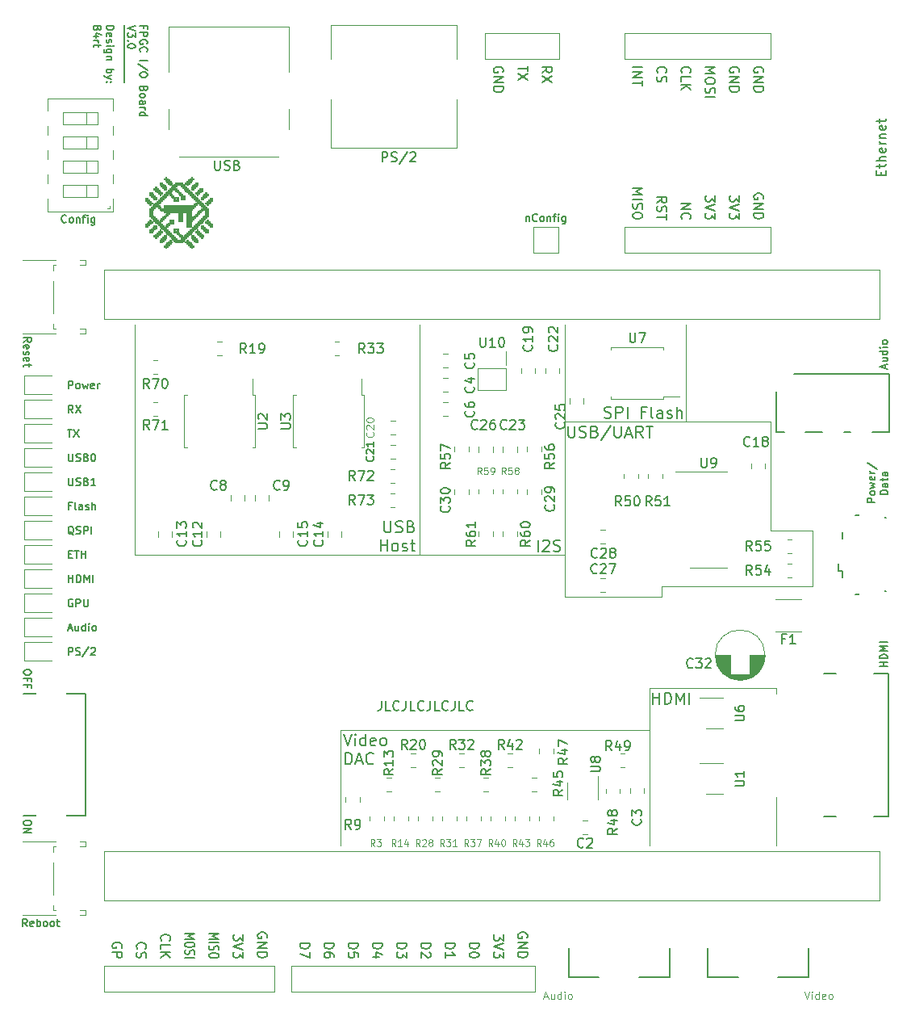
<source format=gto>
G04 #@! TF.GenerationSoftware,KiCad,Pcbnew,5.1.10-88a1d61d58~90~ubuntu20.04.1*
G04 #@! TF.CreationDate,2021-11-05T20:40:26+01:00*
G04 #@! TF.ProjectId,FPGC4IOboard,46504743-3449-44f6-926f-6172642e6b69,rev?*
G04 #@! TF.SameCoordinates,Original*
G04 #@! TF.FileFunction,Legend,Top*
G04 #@! TF.FilePolarity,Positive*
%FSLAX46Y46*%
G04 Gerber Fmt 4.6, Leading zero omitted, Abs format (unit mm)*
G04 Created by KiCad (PCBNEW 5.1.10-88a1d61d58~90~ubuntu20.04.1) date 2021-11-05 20:40:26*
%MOMM*%
%LPD*%
G01*
G04 APERTURE LIST*
%ADD10C,0.150000*%
%ADD11C,0.120000*%
%ADD12C,0.200000*%
%ADD13C,0.100000*%
%ADD14C,0.010000*%
%ADD15C,0.127000*%
%ADD16C,0.130000*%
%ADD17C,2.202000*%
%ADD18C,1.852000*%
%ADD19O,1.802000X1.802000*%
%ADD20C,1.702000*%
%ADD21C,1.302000*%
%ADD22O,2.102000X1.702000*%
%ADD23C,0.902000*%
%ADD24O,2.702000X1.902000*%
%ADD25O,4.102000X2.102000*%
%ADD26O,2.102000X3.602000*%
%ADD27C,1.602000*%
%ADD28C,3.102000*%
%ADD29O,2.402000X1.602000*%
%ADD30O,3.602000X1.802000*%
%ADD31C,6.502000*%
%ADD32C,0.652000*%
%ADD33O,2.002000X1.302000*%
%ADD34C,2.652000*%
%ADD35C,3.718000*%
G04 APERTURE END LIST*
D10*
X112733785Y-108349857D02*
X113133785Y-109549857D01*
X113533785Y-108349857D01*
X113933785Y-109549857D02*
X113933785Y-108749857D01*
X113933785Y-108349857D02*
X113876642Y-108407000D01*
X113933785Y-108464142D01*
X113990928Y-108407000D01*
X113933785Y-108349857D01*
X113933785Y-108464142D01*
X115019500Y-109549857D02*
X115019500Y-108349857D01*
X115019500Y-109492714D02*
X114905214Y-109549857D01*
X114676642Y-109549857D01*
X114562357Y-109492714D01*
X114505214Y-109435571D01*
X114448071Y-109321285D01*
X114448071Y-108978428D01*
X114505214Y-108864142D01*
X114562357Y-108807000D01*
X114676642Y-108749857D01*
X114905214Y-108749857D01*
X115019500Y-108807000D01*
X116048071Y-109492714D02*
X115933785Y-109549857D01*
X115705214Y-109549857D01*
X115590928Y-109492714D01*
X115533785Y-109378428D01*
X115533785Y-108921285D01*
X115590928Y-108807000D01*
X115705214Y-108749857D01*
X115933785Y-108749857D01*
X116048071Y-108807000D01*
X116105214Y-108921285D01*
X116105214Y-109035571D01*
X115533785Y-109149857D01*
X116790928Y-109549857D02*
X116676642Y-109492714D01*
X116619500Y-109435571D01*
X116562357Y-109321285D01*
X116562357Y-108978428D01*
X116619500Y-108864142D01*
X116676642Y-108807000D01*
X116790928Y-108749857D01*
X116962357Y-108749857D01*
X117076642Y-108807000D01*
X117133785Y-108864142D01*
X117190928Y-108978428D01*
X117190928Y-109321285D01*
X117133785Y-109435571D01*
X117076642Y-109492714D01*
X116962357Y-109549857D01*
X116790928Y-109549857D01*
X112905214Y-111499857D02*
X112905214Y-110299857D01*
X113190928Y-110299857D01*
X113362357Y-110357000D01*
X113476642Y-110471285D01*
X113533785Y-110585571D01*
X113590928Y-110814142D01*
X113590928Y-110985571D01*
X113533785Y-111214142D01*
X113476642Y-111328428D01*
X113362357Y-111442714D01*
X113190928Y-111499857D01*
X112905214Y-111499857D01*
X114048071Y-111157000D02*
X114619500Y-111157000D01*
X113933785Y-111499857D02*
X114333785Y-110299857D01*
X114733785Y-111499857D01*
X115819500Y-111385571D02*
X115762357Y-111442714D01*
X115590928Y-111499857D01*
X115476642Y-111499857D01*
X115305214Y-111442714D01*
X115190928Y-111328428D01*
X115133785Y-111214142D01*
X115076642Y-110985571D01*
X115076642Y-110814142D01*
X115133785Y-110585571D01*
X115190928Y-110471285D01*
X115305214Y-110357000D01*
X115476642Y-110299857D01*
X115590928Y-110299857D01*
X115762357Y-110357000D01*
X115819500Y-110414142D01*
X145163214Y-105190857D02*
X145163214Y-103990857D01*
X145163214Y-104562285D02*
X145848928Y-104562285D01*
X145848928Y-105190857D02*
X145848928Y-103990857D01*
X146420357Y-105190857D02*
X146420357Y-103990857D01*
X146706071Y-103990857D01*
X146877500Y-104048000D01*
X146991785Y-104162285D01*
X147048928Y-104276571D01*
X147106071Y-104505142D01*
X147106071Y-104676571D01*
X147048928Y-104905142D01*
X146991785Y-105019428D01*
X146877500Y-105133714D01*
X146706071Y-105190857D01*
X146420357Y-105190857D01*
X147620357Y-105190857D02*
X147620357Y-103990857D01*
X148020357Y-104848000D01*
X148420357Y-103990857D01*
X148420357Y-105190857D01*
X148991785Y-105190857D02*
X148991785Y-103990857D01*
X136273214Y-76050857D02*
X136273214Y-77022285D01*
X136330357Y-77136571D01*
X136387500Y-77193714D01*
X136501785Y-77250857D01*
X136730357Y-77250857D01*
X136844642Y-77193714D01*
X136901785Y-77136571D01*
X136958928Y-77022285D01*
X136958928Y-76050857D01*
X137473214Y-77193714D02*
X137644642Y-77250857D01*
X137930357Y-77250857D01*
X138044642Y-77193714D01*
X138101785Y-77136571D01*
X138158928Y-77022285D01*
X138158928Y-76908000D01*
X138101785Y-76793714D01*
X138044642Y-76736571D01*
X137930357Y-76679428D01*
X137701785Y-76622285D01*
X137587500Y-76565142D01*
X137530357Y-76508000D01*
X137473214Y-76393714D01*
X137473214Y-76279428D01*
X137530357Y-76165142D01*
X137587500Y-76108000D01*
X137701785Y-76050857D01*
X137987500Y-76050857D01*
X138158928Y-76108000D01*
X139073214Y-76622285D02*
X139244642Y-76679428D01*
X139301785Y-76736571D01*
X139358928Y-76850857D01*
X139358928Y-77022285D01*
X139301785Y-77136571D01*
X139244642Y-77193714D01*
X139130357Y-77250857D01*
X138673214Y-77250857D01*
X138673214Y-76050857D01*
X139073214Y-76050857D01*
X139187500Y-76108000D01*
X139244642Y-76165142D01*
X139301785Y-76279428D01*
X139301785Y-76393714D01*
X139244642Y-76508000D01*
X139187500Y-76565142D01*
X139073214Y-76622285D01*
X138673214Y-76622285D01*
X140730357Y-75993714D02*
X139701785Y-77536571D01*
X141130357Y-76050857D02*
X141130357Y-77022285D01*
X141187500Y-77136571D01*
X141244642Y-77193714D01*
X141358928Y-77250857D01*
X141587500Y-77250857D01*
X141701785Y-77193714D01*
X141758928Y-77136571D01*
X141816071Y-77022285D01*
X141816071Y-76050857D01*
X142330357Y-76908000D02*
X142901785Y-76908000D01*
X142216071Y-77250857D02*
X142616071Y-76050857D01*
X143016071Y-77250857D01*
X144101785Y-77250857D02*
X143701785Y-76679428D01*
X143416071Y-77250857D02*
X143416071Y-76050857D01*
X143873214Y-76050857D01*
X143987500Y-76108000D01*
X144044642Y-76165142D01*
X144101785Y-76279428D01*
X144101785Y-76450857D01*
X144044642Y-76565142D01*
X143987500Y-76622285D01*
X143873214Y-76679428D01*
X143416071Y-76679428D01*
X144444642Y-76050857D02*
X145130357Y-76050857D01*
X144787500Y-77250857D02*
X144787500Y-76050857D01*
X140092500Y-75161714D02*
X140263928Y-75218857D01*
X140549642Y-75218857D01*
X140663928Y-75161714D01*
X140721071Y-75104571D01*
X140778214Y-74990285D01*
X140778214Y-74876000D01*
X140721071Y-74761714D01*
X140663928Y-74704571D01*
X140549642Y-74647428D01*
X140321071Y-74590285D01*
X140206785Y-74533142D01*
X140149642Y-74476000D01*
X140092500Y-74361714D01*
X140092500Y-74247428D01*
X140149642Y-74133142D01*
X140206785Y-74076000D01*
X140321071Y-74018857D01*
X140606785Y-74018857D01*
X140778214Y-74076000D01*
X141292500Y-75218857D02*
X141292500Y-74018857D01*
X141749642Y-74018857D01*
X141863928Y-74076000D01*
X141921071Y-74133142D01*
X141978214Y-74247428D01*
X141978214Y-74418857D01*
X141921071Y-74533142D01*
X141863928Y-74590285D01*
X141749642Y-74647428D01*
X141292500Y-74647428D01*
X142492500Y-75218857D02*
X142492500Y-74018857D01*
X144378214Y-74590285D02*
X143978214Y-74590285D01*
X143978214Y-75218857D02*
X143978214Y-74018857D01*
X144549642Y-74018857D01*
X145178214Y-75218857D02*
X145063928Y-75161714D01*
X145006785Y-75047428D01*
X145006785Y-74018857D01*
X146149642Y-75218857D02*
X146149642Y-74590285D01*
X146092500Y-74476000D01*
X145978214Y-74418857D01*
X145749642Y-74418857D01*
X145635357Y-74476000D01*
X146149642Y-75161714D02*
X146035357Y-75218857D01*
X145749642Y-75218857D01*
X145635357Y-75161714D01*
X145578214Y-75047428D01*
X145578214Y-74933142D01*
X145635357Y-74818857D01*
X145749642Y-74761714D01*
X146035357Y-74761714D01*
X146149642Y-74704571D01*
X146663928Y-75161714D02*
X146778214Y-75218857D01*
X147006785Y-75218857D01*
X147121071Y-75161714D01*
X147178214Y-75047428D01*
X147178214Y-74990285D01*
X147121071Y-74876000D01*
X147006785Y-74818857D01*
X146835357Y-74818857D01*
X146721071Y-74761714D01*
X146663928Y-74647428D01*
X146663928Y-74590285D01*
X146721071Y-74476000D01*
X146835357Y-74418857D01*
X147006785Y-74418857D01*
X147121071Y-74476000D01*
X147692500Y-75218857D02*
X147692500Y-74018857D01*
X148206785Y-75218857D02*
X148206785Y-74590285D01*
X148149642Y-74476000D01*
X148035357Y-74418857D01*
X147863928Y-74418857D01*
X147749642Y-74476000D01*
X147692500Y-74533142D01*
X133094071Y-89188857D02*
X133094071Y-87988857D01*
X133608357Y-88103142D02*
X133665500Y-88046000D01*
X133779785Y-87988857D01*
X134065500Y-87988857D01*
X134179785Y-88046000D01*
X134236928Y-88103142D01*
X134294071Y-88217428D01*
X134294071Y-88331714D01*
X134236928Y-88503142D01*
X133551214Y-89188857D01*
X134294071Y-89188857D01*
X134751214Y-89131714D02*
X134922642Y-89188857D01*
X135208357Y-89188857D01*
X135322642Y-89131714D01*
X135379785Y-89074571D01*
X135436928Y-88960285D01*
X135436928Y-88846000D01*
X135379785Y-88731714D01*
X135322642Y-88674571D01*
X135208357Y-88617428D01*
X134979785Y-88560285D01*
X134865500Y-88503142D01*
X134808357Y-88446000D01*
X134751214Y-88331714D01*
X134751214Y-88217428D01*
X134808357Y-88103142D01*
X134865500Y-88046000D01*
X134979785Y-87988857D01*
X135265500Y-87988857D01*
X135436928Y-88046000D01*
D11*
X158115000Y-114935000D02*
X158115000Y-120015000D01*
X158115000Y-103505000D02*
X158115000Y-104140000D01*
X144780000Y-103505000D02*
X158115000Y-103505000D01*
X144780000Y-107950000D02*
X144780000Y-103505000D01*
X161925000Y-86995000D02*
X161925000Y-92837000D01*
X157480000Y-86995000D02*
X161925000Y-86995000D01*
X157480000Y-75565000D02*
X157480000Y-86995000D01*
X148590000Y-75565000D02*
X157480000Y-75565000D01*
X146050000Y-92837000D02*
X161925000Y-92837000D01*
X146050000Y-93980000D02*
X146050000Y-92837000D01*
X135890000Y-93980000D02*
X146050000Y-93980000D01*
X135890000Y-89535000D02*
X135890000Y-93980000D01*
X144780000Y-107950000D02*
X144780000Y-120015000D01*
X112395000Y-107950000D02*
X144780000Y-107950000D01*
X112395000Y-120015000D02*
X112395000Y-107950000D01*
X148590000Y-75565000D02*
X148590000Y-65405000D01*
X135890000Y-75565000D02*
X148590000Y-75565000D01*
X135890000Y-76835000D02*
X135890000Y-65405000D01*
X90805000Y-89535000D02*
X90805000Y-65405000D01*
X91440000Y-89535000D02*
X90805000Y-89535000D01*
X92075000Y-89535000D02*
X91440000Y-89535000D01*
X120650000Y-65405000D02*
X120650000Y-89535000D01*
X135890000Y-89535000D02*
X135890000Y-76835000D01*
X118110000Y-89535000D02*
X135890000Y-89535000D01*
D10*
X116984214Y-85997857D02*
X116984214Y-86969285D01*
X117041357Y-87083571D01*
X117098500Y-87140714D01*
X117212785Y-87197857D01*
X117441357Y-87197857D01*
X117555642Y-87140714D01*
X117612785Y-87083571D01*
X117669928Y-86969285D01*
X117669928Y-85997857D01*
X118184214Y-87140714D02*
X118355642Y-87197857D01*
X118641357Y-87197857D01*
X118755642Y-87140714D01*
X118812785Y-87083571D01*
X118869928Y-86969285D01*
X118869928Y-86855000D01*
X118812785Y-86740714D01*
X118755642Y-86683571D01*
X118641357Y-86626428D01*
X118412785Y-86569285D01*
X118298500Y-86512142D01*
X118241357Y-86455000D01*
X118184214Y-86340714D01*
X118184214Y-86226428D01*
X118241357Y-86112142D01*
X118298500Y-86055000D01*
X118412785Y-85997857D01*
X118698500Y-85997857D01*
X118869928Y-86055000D01*
X119784214Y-86569285D02*
X119955642Y-86626428D01*
X120012785Y-86683571D01*
X120069928Y-86797857D01*
X120069928Y-86969285D01*
X120012785Y-87083571D01*
X119955642Y-87140714D01*
X119841357Y-87197857D01*
X119384214Y-87197857D01*
X119384214Y-85997857D01*
X119784214Y-85997857D01*
X119898500Y-86055000D01*
X119955642Y-86112142D01*
X120012785Y-86226428D01*
X120012785Y-86340714D01*
X119955642Y-86455000D01*
X119898500Y-86512142D01*
X119784214Y-86569285D01*
X119384214Y-86569285D01*
X116584214Y-89147857D02*
X116584214Y-87947857D01*
X116584214Y-88519285D02*
X117269928Y-88519285D01*
X117269928Y-89147857D02*
X117269928Y-87947857D01*
X118012785Y-89147857D02*
X117898500Y-89090714D01*
X117841357Y-89033571D01*
X117784214Y-88919285D01*
X117784214Y-88576428D01*
X117841357Y-88462142D01*
X117898500Y-88405000D01*
X118012785Y-88347857D01*
X118184214Y-88347857D01*
X118298500Y-88405000D01*
X118355642Y-88462142D01*
X118412785Y-88576428D01*
X118412785Y-88919285D01*
X118355642Y-89033571D01*
X118298500Y-89090714D01*
X118184214Y-89147857D01*
X118012785Y-89147857D01*
X118869928Y-89090714D02*
X118984214Y-89147857D01*
X119212785Y-89147857D01*
X119327071Y-89090714D01*
X119384214Y-88976428D01*
X119384214Y-88919285D01*
X119327071Y-88805000D01*
X119212785Y-88747857D01*
X119041357Y-88747857D01*
X118927071Y-88690714D01*
X118869928Y-88576428D01*
X118869928Y-88519285D01*
X118927071Y-88405000D01*
X119041357Y-88347857D01*
X119212785Y-88347857D01*
X119327071Y-88405000D01*
X119727071Y-88347857D02*
X120184214Y-88347857D01*
X119898500Y-87947857D02*
X119898500Y-88976428D01*
X119955642Y-89090714D01*
X120069928Y-89147857D01*
X120184214Y-89147857D01*
D11*
X118110000Y-89535000D02*
X92075000Y-89535000D01*
D10*
X169092571Y-49720142D02*
X169092571Y-49386809D01*
X169616380Y-49243952D02*
X169616380Y-49720142D01*
X168616380Y-49720142D01*
X168616380Y-49243952D01*
X168949714Y-48958238D02*
X168949714Y-48577285D01*
X168616380Y-48815380D02*
X169473523Y-48815380D01*
X169568761Y-48767761D01*
X169616380Y-48672523D01*
X169616380Y-48577285D01*
X169616380Y-48243952D02*
X168616380Y-48243952D01*
X169616380Y-47815380D02*
X169092571Y-47815380D01*
X168997333Y-47863000D01*
X168949714Y-47958238D01*
X168949714Y-48101095D01*
X168997333Y-48196333D01*
X169044952Y-48243952D01*
X169568761Y-46958238D02*
X169616380Y-47053476D01*
X169616380Y-47243952D01*
X169568761Y-47339190D01*
X169473523Y-47386809D01*
X169092571Y-47386809D01*
X168997333Y-47339190D01*
X168949714Y-47243952D01*
X168949714Y-47053476D01*
X168997333Y-46958238D01*
X169092571Y-46910619D01*
X169187809Y-46910619D01*
X169283047Y-47386809D01*
X169616380Y-46482047D02*
X168949714Y-46482047D01*
X169140190Y-46482047D02*
X169044952Y-46434428D01*
X168997333Y-46386809D01*
X168949714Y-46291571D01*
X168949714Y-46196333D01*
X168949714Y-45863000D02*
X169616380Y-45863000D01*
X169044952Y-45863000D02*
X168997333Y-45815380D01*
X168949714Y-45720142D01*
X168949714Y-45577285D01*
X168997333Y-45482047D01*
X169092571Y-45434428D01*
X169616380Y-45434428D01*
X169568761Y-44577285D02*
X169616380Y-44672523D01*
X169616380Y-44863000D01*
X169568761Y-44958238D01*
X169473523Y-45005857D01*
X169092571Y-45005857D01*
X168997333Y-44958238D01*
X168949714Y-44863000D01*
X168949714Y-44672523D01*
X168997333Y-44577285D01*
X169092571Y-44529666D01*
X169187809Y-44529666D01*
X169283047Y-45005857D01*
X168949714Y-44243952D02*
X168949714Y-43863000D01*
X168616380Y-44101095D02*
X169473523Y-44101095D01*
X169568761Y-44053476D01*
X169616380Y-43958238D01*
X169616380Y-43863000D01*
X131830642Y-54057571D02*
X131830642Y-54590904D01*
X131830642Y-54133761D02*
X131868738Y-54095666D01*
X131944928Y-54057571D01*
X132059214Y-54057571D01*
X132135404Y-54095666D01*
X132173500Y-54171857D01*
X132173500Y-54590904D01*
X133011595Y-54514714D02*
X132973500Y-54552809D01*
X132859214Y-54590904D01*
X132783023Y-54590904D01*
X132668738Y-54552809D01*
X132592547Y-54476619D01*
X132554452Y-54400428D01*
X132516357Y-54248047D01*
X132516357Y-54133761D01*
X132554452Y-53981380D01*
X132592547Y-53905190D01*
X132668738Y-53829000D01*
X132783023Y-53790904D01*
X132859214Y-53790904D01*
X132973500Y-53829000D01*
X133011595Y-53867095D01*
X133468738Y-54590904D02*
X133392547Y-54552809D01*
X133354452Y-54514714D01*
X133316357Y-54438523D01*
X133316357Y-54209952D01*
X133354452Y-54133761D01*
X133392547Y-54095666D01*
X133468738Y-54057571D01*
X133583023Y-54057571D01*
X133659214Y-54095666D01*
X133697309Y-54133761D01*
X133735404Y-54209952D01*
X133735404Y-54438523D01*
X133697309Y-54514714D01*
X133659214Y-54552809D01*
X133583023Y-54590904D01*
X133468738Y-54590904D01*
X134078261Y-54057571D02*
X134078261Y-54590904D01*
X134078261Y-54133761D02*
X134116357Y-54095666D01*
X134192547Y-54057571D01*
X134306833Y-54057571D01*
X134383023Y-54095666D01*
X134421119Y-54171857D01*
X134421119Y-54590904D01*
X134687785Y-54057571D02*
X134992547Y-54057571D01*
X134802071Y-54590904D02*
X134802071Y-53905190D01*
X134840166Y-53829000D01*
X134916357Y-53790904D01*
X134992547Y-53790904D01*
X135259214Y-54590904D02*
X135259214Y-54057571D01*
X135259214Y-53790904D02*
X135221119Y-53829000D01*
X135259214Y-53867095D01*
X135297309Y-53829000D01*
X135259214Y-53790904D01*
X135259214Y-53867095D01*
X135983023Y-54057571D02*
X135983023Y-54705190D01*
X135944928Y-54781380D01*
X135906833Y-54819476D01*
X135830642Y-54857571D01*
X135716357Y-54857571D01*
X135640166Y-54819476D01*
X135983023Y-54552809D02*
X135906833Y-54590904D01*
X135754452Y-54590904D01*
X135678261Y-54552809D01*
X135640166Y-54514714D01*
X135602071Y-54438523D01*
X135602071Y-54209952D01*
X135640166Y-54133761D01*
X135678261Y-54095666D01*
X135754452Y-54057571D01*
X135906833Y-54057571D01*
X135983023Y-54095666D01*
X116752904Y-48331380D02*
X116752904Y-47331380D01*
X117133857Y-47331380D01*
X117229095Y-47379000D01*
X117276714Y-47426619D01*
X117324333Y-47521857D01*
X117324333Y-47664714D01*
X117276714Y-47759952D01*
X117229095Y-47807571D01*
X117133857Y-47855190D01*
X116752904Y-47855190D01*
X117705285Y-48283761D02*
X117848142Y-48331380D01*
X118086238Y-48331380D01*
X118181476Y-48283761D01*
X118229095Y-48236142D01*
X118276714Y-48140904D01*
X118276714Y-48045666D01*
X118229095Y-47950428D01*
X118181476Y-47902809D01*
X118086238Y-47855190D01*
X117895761Y-47807571D01*
X117800523Y-47759952D01*
X117752904Y-47712333D01*
X117705285Y-47617095D01*
X117705285Y-47521857D01*
X117752904Y-47426619D01*
X117800523Y-47379000D01*
X117895761Y-47331380D01*
X118133857Y-47331380D01*
X118276714Y-47379000D01*
X119419571Y-47283761D02*
X118562428Y-48569476D01*
X119705285Y-47426619D02*
X119752904Y-47379000D01*
X119848142Y-47331380D01*
X120086238Y-47331380D01*
X120181476Y-47379000D01*
X120229095Y-47426619D01*
X120276714Y-47521857D01*
X120276714Y-47617095D01*
X120229095Y-47759952D01*
X119657666Y-48331380D01*
X120276714Y-48331380D01*
X99195095Y-48220380D02*
X99195095Y-49029904D01*
X99242714Y-49125142D01*
X99290333Y-49172761D01*
X99385571Y-49220380D01*
X99576047Y-49220380D01*
X99671285Y-49172761D01*
X99718904Y-49125142D01*
X99766523Y-49029904D01*
X99766523Y-48220380D01*
X100195095Y-49172761D02*
X100337952Y-49220380D01*
X100576047Y-49220380D01*
X100671285Y-49172761D01*
X100718904Y-49125142D01*
X100766523Y-49029904D01*
X100766523Y-48934666D01*
X100718904Y-48839428D01*
X100671285Y-48791809D01*
X100576047Y-48744190D01*
X100385571Y-48696571D01*
X100290333Y-48648952D01*
X100242714Y-48601333D01*
X100195095Y-48506095D01*
X100195095Y-48410857D01*
X100242714Y-48315619D01*
X100290333Y-48268000D01*
X100385571Y-48220380D01*
X100623666Y-48220380D01*
X100766523Y-48268000D01*
X101528428Y-48696571D02*
X101671285Y-48744190D01*
X101718904Y-48791809D01*
X101766523Y-48887047D01*
X101766523Y-49029904D01*
X101718904Y-49125142D01*
X101671285Y-49172761D01*
X101576047Y-49220380D01*
X101195095Y-49220380D01*
X101195095Y-48220380D01*
X101528428Y-48220380D01*
X101623666Y-48268000D01*
X101671285Y-48315619D01*
X101718904Y-48410857D01*
X101718904Y-48506095D01*
X101671285Y-48601333D01*
X101623666Y-48648952D01*
X101528428Y-48696571D01*
X101195095Y-48696571D01*
D12*
X89662000Y-34036000D02*
X89662000Y-40005000D01*
D10*
X90862095Y-34082690D02*
X90062095Y-34349357D01*
X90862095Y-34616023D01*
X90862095Y-34806500D02*
X90862095Y-35301738D01*
X90557333Y-35035071D01*
X90557333Y-35149357D01*
X90519238Y-35225547D01*
X90481142Y-35263642D01*
X90404952Y-35301738D01*
X90214476Y-35301738D01*
X90138285Y-35263642D01*
X90100190Y-35225547D01*
X90062095Y-35149357D01*
X90062095Y-34920785D01*
X90100190Y-34844595D01*
X90138285Y-34806500D01*
X90138285Y-35644595D02*
X90100190Y-35682690D01*
X90062095Y-35644595D01*
X90100190Y-35606500D01*
X90138285Y-35644595D01*
X90062095Y-35644595D01*
X90862095Y-36177928D02*
X90862095Y-36254119D01*
X90824000Y-36330309D01*
X90785904Y-36368404D01*
X90709714Y-36406500D01*
X90557333Y-36444595D01*
X90366857Y-36444595D01*
X90214476Y-36406500D01*
X90138285Y-36368404D01*
X90100190Y-36330309D01*
X90062095Y-36254119D01*
X90062095Y-36177928D01*
X90100190Y-36101738D01*
X90138285Y-36063642D01*
X90214476Y-36025547D01*
X90366857Y-35987452D01*
X90557333Y-35987452D01*
X90709714Y-36025547D01*
X90785904Y-36063642D01*
X90824000Y-36101738D01*
X90862095Y-36177928D01*
X91751142Y-34336642D02*
X91751142Y-34069976D01*
X91332095Y-34069976D02*
X92132095Y-34069976D01*
X92132095Y-34450928D01*
X91332095Y-34755690D02*
X92132095Y-34755690D01*
X92132095Y-35060452D01*
X92094000Y-35136642D01*
X92055904Y-35174738D01*
X91979714Y-35212833D01*
X91865428Y-35212833D01*
X91789238Y-35174738D01*
X91751142Y-35136642D01*
X91713047Y-35060452D01*
X91713047Y-34755690D01*
X92094000Y-35974738D02*
X92132095Y-35898547D01*
X92132095Y-35784261D01*
X92094000Y-35669976D01*
X92017809Y-35593785D01*
X91941619Y-35555690D01*
X91789238Y-35517595D01*
X91674952Y-35517595D01*
X91522571Y-35555690D01*
X91446380Y-35593785D01*
X91370190Y-35669976D01*
X91332095Y-35784261D01*
X91332095Y-35860452D01*
X91370190Y-35974738D01*
X91408285Y-36012833D01*
X91674952Y-36012833D01*
X91674952Y-35860452D01*
X91408285Y-36812833D02*
X91370190Y-36774738D01*
X91332095Y-36660452D01*
X91332095Y-36584261D01*
X91370190Y-36469976D01*
X91446380Y-36393785D01*
X91522571Y-36355690D01*
X91674952Y-36317595D01*
X91789238Y-36317595D01*
X91941619Y-36355690D01*
X92017809Y-36393785D01*
X92094000Y-36469976D01*
X92132095Y-36584261D01*
X92132095Y-36660452D01*
X92094000Y-36774738D01*
X92055904Y-36812833D01*
X91332095Y-37765214D02*
X92132095Y-37765214D01*
X92170190Y-38717595D02*
X91141619Y-38031880D01*
X92132095Y-39136642D02*
X92132095Y-39289023D01*
X92094000Y-39365214D01*
X92017809Y-39441404D01*
X91865428Y-39479500D01*
X91598761Y-39479500D01*
X91446380Y-39441404D01*
X91370190Y-39365214D01*
X91332095Y-39289023D01*
X91332095Y-39136642D01*
X91370190Y-39060452D01*
X91446380Y-38984261D01*
X91598761Y-38946166D01*
X91865428Y-38946166D01*
X92017809Y-38984261D01*
X92094000Y-39060452D01*
X92132095Y-39136642D01*
X91751142Y-40698547D02*
X91713047Y-40812833D01*
X91674952Y-40850928D01*
X91598761Y-40889023D01*
X91484476Y-40889023D01*
X91408285Y-40850928D01*
X91370190Y-40812833D01*
X91332095Y-40736642D01*
X91332095Y-40431880D01*
X92132095Y-40431880D01*
X92132095Y-40698547D01*
X92094000Y-40774738D01*
X92055904Y-40812833D01*
X91979714Y-40850928D01*
X91903523Y-40850928D01*
X91827333Y-40812833D01*
X91789238Y-40774738D01*
X91751142Y-40698547D01*
X91751142Y-40431880D01*
X91332095Y-41346166D02*
X91370190Y-41269976D01*
X91408285Y-41231880D01*
X91484476Y-41193785D01*
X91713047Y-41193785D01*
X91789238Y-41231880D01*
X91827333Y-41269976D01*
X91865428Y-41346166D01*
X91865428Y-41460452D01*
X91827333Y-41536642D01*
X91789238Y-41574738D01*
X91713047Y-41612833D01*
X91484476Y-41612833D01*
X91408285Y-41574738D01*
X91370190Y-41536642D01*
X91332095Y-41460452D01*
X91332095Y-41346166D01*
X91332095Y-42298547D02*
X91751142Y-42298547D01*
X91827333Y-42260452D01*
X91865428Y-42184261D01*
X91865428Y-42031880D01*
X91827333Y-41955690D01*
X91370190Y-42298547D02*
X91332095Y-42222357D01*
X91332095Y-42031880D01*
X91370190Y-41955690D01*
X91446380Y-41917595D01*
X91522571Y-41917595D01*
X91598761Y-41955690D01*
X91636857Y-42031880D01*
X91636857Y-42222357D01*
X91674952Y-42298547D01*
X91332095Y-42679500D02*
X91865428Y-42679500D01*
X91713047Y-42679500D02*
X91789238Y-42717595D01*
X91827333Y-42755690D01*
X91865428Y-42831880D01*
X91865428Y-42908071D01*
X91332095Y-43517595D02*
X92132095Y-43517595D01*
X91370190Y-43517595D02*
X91332095Y-43441404D01*
X91332095Y-43289023D01*
X91370190Y-43212833D01*
X91408285Y-43174738D01*
X91484476Y-43136642D01*
X91713047Y-43136642D01*
X91789238Y-43174738D01*
X91827333Y-43212833D01*
X91865428Y-43289023D01*
X91865428Y-43441404D01*
X91827333Y-43517595D01*
X87816095Y-34069976D02*
X88616095Y-34069976D01*
X88616095Y-34260452D01*
X88578000Y-34374738D01*
X88501809Y-34450928D01*
X88425619Y-34489023D01*
X88273238Y-34527119D01*
X88158952Y-34527119D01*
X88006571Y-34489023D01*
X87930380Y-34450928D01*
X87854190Y-34374738D01*
X87816095Y-34260452D01*
X87816095Y-34069976D01*
X87854190Y-35174738D02*
X87816095Y-35098547D01*
X87816095Y-34946166D01*
X87854190Y-34869976D01*
X87930380Y-34831880D01*
X88235142Y-34831880D01*
X88311333Y-34869976D01*
X88349428Y-34946166D01*
X88349428Y-35098547D01*
X88311333Y-35174738D01*
X88235142Y-35212833D01*
X88158952Y-35212833D01*
X88082761Y-34831880D01*
X87854190Y-35517595D02*
X87816095Y-35593785D01*
X87816095Y-35746166D01*
X87854190Y-35822357D01*
X87930380Y-35860452D01*
X87968476Y-35860452D01*
X88044666Y-35822357D01*
X88082761Y-35746166D01*
X88082761Y-35631880D01*
X88120857Y-35555690D01*
X88197047Y-35517595D01*
X88235142Y-35517595D01*
X88311333Y-35555690D01*
X88349428Y-35631880D01*
X88349428Y-35746166D01*
X88311333Y-35822357D01*
X87816095Y-36203309D02*
X88349428Y-36203309D01*
X88616095Y-36203309D02*
X88578000Y-36165214D01*
X88539904Y-36203309D01*
X88578000Y-36241404D01*
X88616095Y-36203309D01*
X88539904Y-36203309D01*
X88349428Y-36927119D02*
X87701809Y-36927119D01*
X87625619Y-36889023D01*
X87587523Y-36850928D01*
X87549428Y-36774738D01*
X87549428Y-36660452D01*
X87587523Y-36584261D01*
X87854190Y-36927119D02*
X87816095Y-36850928D01*
X87816095Y-36698547D01*
X87854190Y-36622357D01*
X87892285Y-36584261D01*
X87968476Y-36546166D01*
X88197047Y-36546166D01*
X88273238Y-36584261D01*
X88311333Y-36622357D01*
X88349428Y-36698547D01*
X88349428Y-36850928D01*
X88311333Y-36927119D01*
X88349428Y-37308071D02*
X87816095Y-37308071D01*
X88273238Y-37308071D02*
X88311333Y-37346166D01*
X88349428Y-37422357D01*
X88349428Y-37536642D01*
X88311333Y-37612833D01*
X88235142Y-37650928D01*
X87816095Y-37650928D01*
X87816095Y-38641404D02*
X88616095Y-38641404D01*
X88311333Y-38641404D02*
X88349428Y-38717595D01*
X88349428Y-38869976D01*
X88311333Y-38946166D01*
X88273238Y-38984261D01*
X88197047Y-39022357D01*
X87968476Y-39022357D01*
X87892285Y-38984261D01*
X87854190Y-38946166D01*
X87816095Y-38869976D01*
X87816095Y-38717595D01*
X87854190Y-38641404D01*
X88349428Y-39289023D02*
X87816095Y-39479500D01*
X88349428Y-39669976D02*
X87816095Y-39479500D01*
X87625619Y-39403309D01*
X87587523Y-39365214D01*
X87549428Y-39289023D01*
X87892285Y-39974738D02*
X87854190Y-40012833D01*
X87816095Y-39974738D01*
X87854190Y-39936642D01*
X87892285Y-39974738D01*
X87816095Y-39974738D01*
X88311333Y-39974738D02*
X88273238Y-40012833D01*
X88235142Y-39974738D01*
X88273238Y-39936642D01*
X88311333Y-39974738D01*
X88235142Y-39974738D01*
X86885142Y-34336642D02*
X86847047Y-34450928D01*
X86808952Y-34489023D01*
X86732761Y-34527119D01*
X86618476Y-34527119D01*
X86542285Y-34489023D01*
X86504190Y-34450928D01*
X86466095Y-34374738D01*
X86466095Y-34069976D01*
X87266095Y-34069976D01*
X87266095Y-34336642D01*
X87228000Y-34412833D01*
X87189904Y-34450928D01*
X87113714Y-34489023D01*
X87037523Y-34489023D01*
X86961333Y-34450928D01*
X86923238Y-34412833D01*
X86885142Y-34336642D01*
X86885142Y-34069976D01*
X86999428Y-35212833D02*
X86466095Y-35212833D01*
X87304190Y-35022357D02*
X86732761Y-34831880D01*
X86732761Y-35327119D01*
X86466095Y-35631880D02*
X86999428Y-35631880D01*
X86847047Y-35631880D02*
X86923238Y-35669976D01*
X86961333Y-35708071D01*
X86999428Y-35784261D01*
X86999428Y-35860452D01*
X86999428Y-36012833D02*
X86999428Y-36317595D01*
X87266095Y-36127119D02*
X86580380Y-36127119D01*
X86504190Y-36165214D01*
X86466095Y-36241404D01*
X86466095Y-36317595D01*
X83608595Y-54641714D02*
X83570500Y-54679809D01*
X83456214Y-54717904D01*
X83380023Y-54717904D01*
X83265738Y-54679809D01*
X83189547Y-54603619D01*
X83151452Y-54527428D01*
X83113357Y-54375047D01*
X83113357Y-54260761D01*
X83151452Y-54108380D01*
X83189547Y-54032190D01*
X83265738Y-53956000D01*
X83380023Y-53917904D01*
X83456214Y-53917904D01*
X83570500Y-53956000D01*
X83608595Y-53994095D01*
X84065738Y-54717904D02*
X83989547Y-54679809D01*
X83951452Y-54641714D01*
X83913357Y-54565523D01*
X83913357Y-54336952D01*
X83951452Y-54260761D01*
X83989547Y-54222666D01*
X84065738Y-54184571D01*
X84180023Y-54184571D01*
X84256214Y-54222666D01*
X84294309Y-54260761D01*
X84332404Y-54336952D01*
X84332404Y-54565523D01*
X84294309Y-54641714D01*
X84256214Y-54679809D01*
X84180023Y-54717904D01*
X84065738Y-54717904D01*
X84675261Y-54184571D02*
X84675261Y-54717904D01*
X84675261Y-54260761D02*
X84713357Y-54222666D01*
X84789547Y-54184571D01*
X84903833Y-54184571D01*
X84980023Y-54222666D01*
X85018119Y-54298857D01*
X85018119Y-54717904D01*
X85284785Y-54184571D02*
X85589547Y-54184571D01*
X85399071Y-54717904D02*
X85399071Y-54032190D01*
X85437166Y-53956000D01*
X85513357Y-53917904D01*
X85589547Y-53917904D01*
X85856214Y-54717904D02*
X85856214Y-54184571D01*
X85856214Y-53917904D02*
X85818119Y-53956000D01*
X85856214Y-53994095D01*
X85894309Y-53956000D01*
X85856214Y-53917904D01*
X85856214Y-53994095D01*
X86580023Y-54184571D02*
X86580023Y-54832190D01*
X86541928Y-54908380D01*
X86503833Y-54946476D01*
X86427642Y-54984571D01*
X86313357Y-54984571D01*
X86237166Y-54946476D01*
X86580023Y-54679809D02*
X86503833Y-54717904D01*
X86351452Y-54717904D01*
X86275261Y-54679809D01*
X86237166Y-54641714D01*
X86199071Y-54565523D01*
X86199071Y-54336952D01*
X86237166Y-54260761D01*
X86275261Y-54222666D01*
X86351452Y-54184571D01*
X86503833Y-54184571D01*
X86580023Y-54222666D01*
X79140095Y-67250928D02*
X79521047Y-66984261D01*
X79140095Y-66793785D02*
X79940095Y-66793785D01*
X79940095Y-67098547D01*
X79902000Y-67174738D01*
X79863904Y-67212833D01*
X79787714Y-67250928D01*
X79673428Y-67250928D01*
X79597238Y-67212833D01*
X79559142Y-67174738D01*
X79521047Y-67098547D01*
X79521047Y-66793785D01*
X79178190Y-67898547D02*
X79140095Y-67822357D01*
X79140095Y-67669976D01*
X79178190Y-67593785D01*
X79254380Y-67555690D01*
X79559142Y-67555690D01*
X79635333Y-67593785D01*
X79673428Y-67669976D01*
X79673428Y-67822357D01*
X79635333Y-67898547D01*
X79559142Y-67936642D01*
X79482952Y-67936642D01*
X79406761Y-67555690D01*
X79178190Y-68241404D02*
X79140095Y-68317595D01*
X79140095Y-68469976D01*
X79178190Y-68546166D01*
X79254380Y-68584261D01*
X79292476Y-68584261D01*
X79368666Y-68546166D01*
X79406761Y-68469976D01*
X79406761Y-68355690D01*
X79444857Y-68279500D01*
X79521047Y-68241404D01*
X79559142Y-68241404D01*
X79635333Y-68279500D01*
X79673428Y-68355690D01*
X79673428Y-68469976D01*
X79635333Y-68546166D01*
X79178190Y-69231880D02*
X79140095Y-69155690D01*
X79140095Y-69003309D01*
X79178190Y-68927119D01*
X79254380Y-68889023D01*
X79559142Y-68889023D01*
X79635333Y-68927119D01*
X79673428Y-69003309D01*
X79673428Y-69155690D01*
X79635333Y-69231880D01*
X79559142Y-69269976D01*
X79482952Y-69269976D01*
X79406761Y-68889023D01*
X79673428Y-69498547D02*
X79673428Y-69803309D01*
X79940095Y-69612833D02*
X79254380Y-69612833D01*
X79178190Y-69650928D01*
X79140095Y-69727119D01*
X79140095Y-69803309D01*
X79493833Y-128504904D02*
X79227166Y-128123952D01*
X79036690Y-128504904D02*
X79036690Y-127704904D01*
X79341452Y-127704904D01*
X79417642Y-127743000D01*
X79455738Y-127781095D01*
X79493833Y-127857285D01*
X79493833Y-127971571D01*
X79455738Y-128047761D01*
X79417642Y-128085857D01*
X79341452Y-128123952D01*
X79036690Y-128123952D01*
X80141452Y-128466809D02*
X80065261Y-128504904D01*
X79912880Y-128504904D01*
X79836690Y-128466809D01*
X79798595Y-128390619D01*
X79798595Y-128085857D01*
X79836690Y-128009666D01*
X79912880Y-127971571D01*
X80065261Y-127971571D01*
X80141452Y-128009666D01*
X80179547Y-128085857D01*
X80179547Y-128162047D01*
X79798595Y-128238238D01*
X80522404Y-128504904D02*
X80522404Y-127704904D01*
X80522404Y-128009666D02*
X80598595Y-127971571D01*
X80750976Y-127971571D01*
X80827166Y-128009666D01*
X80865261Y-128047761D01*
X80903357Y-128123952D01*
X80903357Y-128352523D01*
X80865261Y-128428714D01*
X80827166Y-128466809D01*
X80750976Y-128504904D01*
X80598595Y-128504904D01*
X80522404Y-128466809D01*
X81360500Y-128504904D02*
X81284309Y-128466809D01*
X81246214Y-128428714D01*
X81208119Y-128352523D01*
X81208119Y-128123952D01*
X81246214Y-128047761D01*
X81284309Y-128009666D01*
X81360500Y-127971571D01*
X81474785Y-127971571D01*
X81550976Y-128009666D01*
X81589071Y-128047761D01*
X81627166Y-128123952D01*
X81627166Y-128352523D01*
X81589071Y-128428714D01*
X81550976Y-128466809D01*
X81474785Y-128504904D01*
X81360500Y-128504904D01*
X82084309Y-128504904D02*
X82008119Y-128466809D01*
X81970023Y-128428714D01*
X81931928Y-128352523D01*
X81931928Y-128123952D01*
X81970023Y-128047761D01*
X82008119Y-128009666D01*
X82084309Y-127971571D01*
X82198595Y-127971571D01*
X82274785Y-128009666D01*
X82312880Y-128047761D01*
X82350976Y-128123952D01*
X82350976Y-128352523D01*
X82312880Y-128428714D01*
X82274785Y-128466809D01*
X82198595Y-128504904D01*
X82084309Y-128504904D01*
X82579547Y-127971571D02*
X82884309Y-127971571D01*
X82693833Y-127704904D02*
X82693833Y-128390619D01*
X82731928Y-128466809D01*
X82808119Y-128504904D01*
X82884309Y-128504904D01*
X79940095Y-101794833D02*
X79940095Y-101947214D01*
X79902000Y-102023404D01*
X79825809Y-102099595D01*
X79673428Y-102137690D01*
X79406761Y-102137690D01*
X79254380Y-102099595D01*
X79178190Y-102023404D01*
X79140095Y-101947214D01*
X79140095Y-101794833D01*
X79178190Y-101718642D01*
X79254380Y-101642452D01*
X79406761Y-101604357D01*
X79673428Y-101604357D01*
X79825809Y-101642452D01*
X79902000Y-101718642D01*
X79940095Y-101794833D01*
X79559142Y-102747214D02*
X79559142Y-102480547D01*
X79140095Y-102480547D02*
X79940095Y-102480547D01*
X79940095Y-102861500D01*
X79559142Y-103432928D02*
X79559142Y-103166261D01*
X79140095Y-103166261D02*
X79940095Y-103166261D01*
X79940095Y-103547214D01*
X79940095Y-117568166D02*
X79940095Y-117720547D01*
X79902000Y-117796738D01*
X79825809Y-117872928D01*
X79673428Y-117911023D01*
X79406761Y-117911023D01*
X79254380Y-117872928D01*
X79178190Y-117796738D01*
X79140095Y-117720547D01*
X79140095Y-117568166D01*
X79178190Y-117491976D01*
X79254380Y-117415785D01*
X79406761Y-117377690D01*
X79673428Y-117377690D01*
X79825809Y-117415785D01*
X79902000Y-117491976D01*
X79940095Y-117568166D01*
X79140095Y-118253880D02*
X79940095Y-118253880D01*
X79140095Y-118711023D01*
X79940095Y-118711023D01*
D11*
X161036190Y-135324904D02*
X161302857Y-136124904D01*
X161569523Y-135324904D01*
X161836190Y-136124904D02*
X161836190Y-135591571D01*
X161836190Y-135324904D02*
X161798095Y-135363000D01*
X161836190Y-135401095D01*
X161874285Y-135363000D01*
X161836190Y-135324904D01*
X161836190Y-135401095D01*
X162560000Y-136124904D02*
X162560000Y-135324904D01*
X162560000Y-136086809D02*
X162483809Y-136124904D01*
X162331428Y-136124904D01*
X162255238Y-136086809D01*
X162217142Y-136048714D01*
X162179047Y-135972523D01*
X162179047Y-135743952D01*
X162217142Y-135667761D01*
X162255238Y-135629666D01*
X162331428Y-135591571D01*
X162483809Y-135591571D01*
X162560000Y-135629666D01*
X163245714Y-136086809D02*
X163169523Y-136124904D01*
X163017142Y-136124904D01*
X162940952Y-136086809D01*
X162902857Y-136010619D01*
X162902857Y-135705857D01*
X162940952Y-135629666D01*
X163017142Y-135591571D01*
X163169523Y-135591571D01*
X163245714Y-135629666D01*
X163283809Y-135705857D01*
X163283809Y-135782047D01*
X162902857Y-135858238D01*
X163740952Y-136124904D02*
X163664761Y-136086809D01*
X163626666Y-136048714D01*
X163588571Y-135972523D01*
X163588571Y-135743952D01*
X163626666Y-135667761D01*
X163664761Y-135629666D01*
X163740952Y-135591571D01*
X163855238Y-135591571D01*
X163931428Y-135629666D01*
X163969523Y-135667761D01*
X164007619Y-135743952D01*
X164007619Y-135972523D01*
X163969523Y-136048714D01*
X163931428Y-136086809D01*
X163855238Y-136124904D01*
X163740952Y-136124904D01*
X133742285Y-135896333D02*
X134123238Y-135896333D01*
X133666095Y-136124904D02*
X133932761Y-135324904D01*
X134199428Y-136124904D01*
X134808952Y-135591571D02*
X134808952Y-136124904D01*
X134466095Y-135591571D02*
X134466095Y-136010619D01*
X134504190Y-136086809D01*
X134580380Y-136124904D01*
X134694666Y-136124904D01*
X134770857Y-136086809D01*
X134808952Y-136048714D01*
X135532761Y-136124904D02*
X135532761Y-135324904D01*
X135532761Y-136086809D02*
X135456571Y-136124904D01*
X135304190Y-136124904D01*
X135228000Y-136086809D01*
X135189904Y-136048714D01*
X135151809Y-135972523D01*
X135151809Y-135743952D01*
X135189904Y-135667761D01*
X135228000Y-135629666D01*
X135304190Y-135591571D01*
X135456571Y-135591571D01*
X135532761Y-135629666D01*
X135913714Y-136124904D02*
X135913714Y-135591571D01*
X135913714Y-135324904D02*
X135875619Y-135363000D01*
X135913714Y-135401095D01*
X135951809Y-135363000D01*
X135913714Y-135324904D01*
X135913714Y-135401095D01*
X136408952Y-136124904D02*
X136332761Y-136086809D01*
X136294666Y-136048714D01*
X136256571Y-135972523D01*
X136256571Y-135743952D01*
X136294666Y-135667761D01*
X136332761Y-135629666D01*
X136408952Y-135591571D01*
X136523238Y-135591571D01*
X136599428Y-135629666D01*
X136637523Y-135667761D01*
X136675619Y-135743952D01*
X136675619Y-135972523D01*
X136637523Y-136048714D01*
X136599428Y-136086809D01*
X136523238Y-136124904D01*
X136408952Y-136124904D01*
D10*
X169779904Y-101265357D02*
X168979904Y-101265357D01*
X169360857Y-101265357D02*
X169360857Y-100808214D01*
X169779904Y-100808214D02*
X168979904Y-100808214D01*
X169779904Y-100427261D02*
X168979904Y-100427261D01*
X168979904Y-100236785D01*
X169018000Y-100122500D01*
X169094190Y-100046309D01*
X169170380Y-100008214D01*
X169322761Y-99970119D01*
X169437047Y-99970119D01*
X169589428Y-100008214D01*
X169665619Y-100046309D01*
X169741809Y-100122500D01*
X169779904Y-100236785D01*
X169779904Y-100427261D01*
X169779904Y-99627261D02*
X168979904Y-99627261D01*
X169551333Y-99360595D01*
X168979904Y-99093928D01*
X169779904Y-99093928D01*
X169779904Y-98712976D02*
X168979904Y-98712976D01*
X169551333Y-69985214D02*
X169551333Y-69604261D01*
X169779904Y-70061404D02*
X168979904Y-69794738D01*
X169779904Y-69528071D01*
X169246571Y-68918547D02*
X169779904Y-68918547D01*
X169246571Y-69261404D02*
X169665619Y-69261404D01*
X169741809Y-69223309D01*
X169779904Y-69147119D01*
X169779904Y-69032833D01*
X169741809Y-68956642D01*
X169703714Y-68918547D01*
X169779904Y-68194738D02*
X168979904Y-68194738D01*
X169741809Y-68194738D02*
X169779904Y-68270928D01*
X169779904Y-68423309D01*
X169741809Y-68499500D01*
X169703714Y-68537595D01*
X169627523Y-68575690D01*
X169398952Y-68575690D01*
X169322761Y-68537595D01*
X169284666Y-68499500D01*
X169246571Y-68423309D01*
X169246571Y-68270928D01*
X169284666Y-68194738D01*
X169779904Y-67813785D02*
X169246571Y-67813785D01*
X168979904Y-67813785D02*
X169018000Y-67851880D01*
X169056095Y-67813785D01*
X169018000Y-67775690D01*
X168979904Y-67813785D01*
X169056095Y-67813785D01*
X169779904Y-67318547D02*
X169741809Y-67394738D01*
X169703714Y-67432833D01*
X169627523Y-67470928D01*
X169398952Y-67470928D01*
X169322761Y-67432833D01*
X169284666Y-67394738D01*
X169246571Y-67318547D01*
X169246571Y-67204261D01*
X169284666Y-67128071D01*
X169322761Y-67089976D01*
X169398952Y-67051880D01*
X169627523Y-67051880D01*
X169703714Y-67089976D01*
X169741809Y-67128071D01*
X169779904Y-67204261D01*
X169779904Y-67318547D01*
X168469904Y-84042000D02*
X167669904Y-84042000D01*
X167669904Y-83737238D01*
X167708000Y-83661047D01*
X167746095Y-83622952D01*
X167822285Y-83584857D01*
X167936571Y-83584857D01*
X168012761Y-83622952D01*
X168050857Y-83661047D01*
X168088952Y-83737238D01*
X168088952Y-84042000D01*
X168469904Y-83127714D02*
X168431809Y-83203904D01*
X168393714Y-83242000D01*
X168317523Y-83280095D01*
X168088952Y-83280095D01*
X168012761Y-83242000D01*
X167974666Y-83203904D01*
X167936571Y-83127714D01*
X167936571Y-83013428D01*
X167974666Y-82937238D01*
X168012761Y-82899142D01*
X168088952Y-82861047D01*
X168317523Y-82861047D01*
X168393714Y-82899142D01*
X168431809Y-82937238D01*
X168469904Y-83013428D01*
X168469904Y-83127714D01*
X167936571Y-82594380D02*
X168469904Y-82442000D01*
X168088952Y-82289619D01*
X168469904Y-82137238D01*
X167936571Y-81984857D01*
X168431809Y-81375333D02*
X168469904Y-81451523D01*
X168469904Y-81603904D01*
X168431809Y-81680095D01*
X168355619Y-81718190D01*
X168050857Y-81718190D01*
X167974666Y-81680095D01*
X167936571Y-81603904D01*
X167936571Y-81451523D01*
X167974666Y-81375333D01*
X168050857Y-81337238D01*
X168127047Y-81337238D01*
X168203238Y-81718190D01*
X168469904Y-80994380D02*
X167936571Y-80994380D01*
X168088952Y-80994380D02*
X168012761Y-80956285D01*
X167974666Y-80918190D01*
X167936571Y-80842000D01*
X167936571Y-80765809D01*
X167631809Y-79927714D02*
X168660380Y-80613428D01*
X169819904Y-83203904D02*
X169019904Y-83203904D01*
X169019904Y-83013428D01*
X169058000Y-82899142D01*
X169134190Y-82822952D01*
X169210380Y-82784857D01*
X169362761Y-82746761D01*
X169477047Y-82746761D01*
X169629428Y-82784857D01*
X169705619Y-82822952D01*
X169781809Y-82899142D01*
X169819904Y-83013428D01*
X169819904Y-83203904D01*
X169819904Y-82061047D02*
X169400857Y-82061047D01*
X169324666Y-82099142D01*
X169286571Y-82175333D01*
X169286571Y-82327714D01*
X169324666Y-82403904D01*
X169781809Y-82061047D02*
X169819904Y-82137238D01*
X169819904Y-82327714D01*
X169781809Y-82403904D01*
X169705619Y-82442000D01*
X169629428Y-82442000D01*
X169553238Y-82403904D01*
X169515142Y-82327714D01*
X169515142Y-82137238D01*
X169477047Y-82061047D01*
X169286571Y-81794380D02*
X169286571Y-81489619D01*
X169019904Y-81680095D02*
X169705619Y-81680095D01*
X169781809Y-81642000D01*
X169819904Y-81565809D01*
X169819904Y-81489619D01*
X169819904Y-80880095D02*
X169400857Y-80880095D01*
X169324666Y-80918190D01*
X169286571Y-80994380D01*
X169286571Y-81146761D01*
X169324666Y-81222952D01*
X169781809Y-80880095D02*
X169819904Y-80956285D01*
X169819904Y-81146761D01*
X169781809Y-81222952D01*
X169705619Y-81261047D01*
X169629428Y-81261047D01*
X169553238Y-81222952D01*
X169515142Y-81146761D01*
X169515142Y-80956285D01*
X169477047Y-80880095D01*
X83853976Y-72116904D02*
X83853976Y-71316904D01*
X84158738Y-71316904D01*
X84234928Y-71355000D01*
X84273023Y-71393095D01*
X84311119Y-71469285D01*
X84311119Y-71583571D01*
X84273023Y-71659761D01*
X84234928Y-71697857D01*
X84158738Y-71735952D01*
X83853976Y-71735952D01*
X84768261Y-72116904D02*
X84692071Y-72078809D01*
X84653976Y-72040714D01*
X84615880Y-71964523D01*
X84615880Y-71735952D01*
X84653976Y-71659761D01*
X84692071Y-71621666D01*
X84768261Y-71583571D01*
X84882547Y-71583571D01*
X84958738Y-71621666D01*
X84996833Y-71659761D01*
X85034928Y-71735952D01*
X85034928Y-71964523D01*
X84996833Y-72040714D01*
X84958738Y-72078809D01*
X84882547Y-72116904D01*
X84768261Y-72116904D01*
X85301595Y-71583571D02*
X85453976Y-72116904D01*
X85606357Y-71735952D01*
X85758738Y-72116904D01*
X85911119Y-71583571D01*
X86520642Y-72078809D02*
X86444452Y-72116904D01*
X86292071Y-72116904D01*
X86215880Y-72078809D01*
X86177785Y-72002619D01*
X86177785Y-71697857D01*
X86215880Y-71621666D01*
X86292071Y-71583571D01*
X86444452Y-71583571D01*
X86520642Y-71621666D01*
X86558738Y-71697857D01*
X86558738Y-71774047D01*
X86177785Y-71850238D01*
X86901595Y-72116904D02*
X86901595Y-71583571D01*
X86901595Y-71735952D02*
X86939690Y-71659761D01*
X86977785Y-71621666D01*
X87053976Y-71583571D01*
X87130166Y-71583571D01*
X83853976Y-89477857D02*
X84120642Y-89477857D01*
X84234928Y-89896904D02*
X83853976Y-89896904D01*
X83853976Y-89096904D01*
X84234928Y-89096904D01*
X84463500Y-89096904D02*
X84920642Y-89096904D01*
X84692071Y-89896904D02*
X84692071Y-89096904D01*
X85187309Y-89896904D02*
X85187309Y-89096904D01*
X85187309Y-89477857D02*
X85644452Y-89477857D01*
X85644452Y-89896904D02*
X85644452Y-89096904D01*
X84120642Y-84397857D02*
X83853976Y-84397857D01*
X83853976Y-84816904D02*
X83853976Y-84016904D01*
X84234928Y-84016904D01*
X84653976Y-84816904D02*
X84577785Y-84778809D01*
X84539690Y-84702619D01*
X84539690Y-84016904D01*
X85301595Y-84816904D02*
X85301595Y-84397857D01*
X85263500Y-84321666D01*
X85187309Y-84283571D01*
X85034928Y-84283571D01*
X84958738Y-84321666D01*
X85301595Y-84778809D02*
X85225404Y-84816904D01*
X85034928Y-84816904D01*
X84958738Y-84778809D01*
X84920642Y-84702619D01*
X84920642Y-84626428D01*
X84958738Y-84550238D01*
X85034928Y-84512142D01*
X85225404Y-84512142D01*
X85301595Y-84474047D01*
X85644452Y-84778809D02*
X85720642Y-84816904D01*
X85873023Y-84816904D01*
X85949214Y-84778809D01*
X85987309Y-84702619D01*
X85987309Y-84664523D01*
X85949214Y-84588333D01*
X85873023Y-84550238D01*
X85758738Y-84550238D01*
X85682547Y-84512142D01*
X85644452Y-84435952D01*
X85644452Y-84397857D01*
X85682547Y-84321666D01*
X85758738Y-84283571D01*
X85873023Y-84283571D01*
X85949214Y-84321666D01*
X86330166Y-84816904D02*
X86330166Y-84016904D01*
X86673023Y-84816904D02*
X86673023Y-84397857D01*
X86634928Y-84321666D01*
X86558738Y-84283571D01*
X86444452Y-84283571D01*
X86368261Y-84321666D01*
X86330166Y-84359761D01*
X83853976Y-81476904D02*
X83853976Y-82124523D01*
X83892071Y-82200714D01*
X83930166Y-82238809D01*
X84006357Y-82276904D01*
X84158738Y-82276904D01*
X84234928Y-82238809D01*
X84273023Y-82200714D01*
X84311119Y-82124523D01*
X84311119Y-81476904D01*
X84653976Y-82238809D02*
X84768261Y-82276904D01*
X84958738Y-82276904D01*
X85034928Y-82238809D01*
X85073023Y-82200714D01*
X85111119Y-82124523D01*
X85111119Y-82048333D01*
X85073023Y-81972142D01*
X85034928Y-81934047D01*
X84958738Y-81895952D01*
X84806357Y-81857857D01*
X84730166Y-81819761D01*
X84692071Y-81781666D01*
X84653976Y-81705476D01*
X84653976Y-81629285D01*
X84692071Y-81553095D01*
X84730166Y-81515000D01*
X84806357Y-81476904D01*
X84996833Y-81476904D01*
X85111119Y-81515000D01*
X85720642Y-81857857D02*
X85834928Y-81895952D01*
X85873023Y-81934047D01*
X85911119Y-82010238D01*
X85911119Y-82124523D01*
X85873023Y-82200714D01*
X85834928Y-82238809D01*
X85758738Y-82276904D01*
X85453976Y-82276904D01*
X85453976Y-81476904D01*
X85720642Y-81476904D01*
X85796833Y-81515000D01*
X85834928Y-81553095D01*
X85873023Y-81629285D01*
X85873023Y-81705476D01*
X85834928Y-81781666D01*
X85796833Y-81819761D01*
X85720642Y-81857857D01*
X85453976Y-81857857D01*
X86673023Y-82276904D02*
X86215880Y-82276904D01*
X86444452Y-82276904D02*
X86444452Y-81476904D01*
X86368261Y-81591190D01*
X86292071Y-81667380D01*
X86215880Y-81705476D01*
X83853976Y-78936904D02*
X83853976Y-79584523D01*
X83892071Y-79660714D01*
X83930166Y-79698809D01*
X84006357Y-79736904D01*
X84158738Y-79736904D01*
X84234928Y-79698809D01*
X84273023Y-79660714D01*
X84311119Y-79584523D01*
X84311119Y-78936904D01*
X84653976Y-79698809D02*
X84768261Y-79736904D01*
X84958738Y-79736904D01*
X85034928Y-79698809D01*
X85073023Y-79660714D01*
X85111119Y-79584523D01*
X85111119Y-79508333D01*
X85073023Y-79432142D01*
X85034928Y-79394047D01*
X84958738Y-79355952D01*
X84806357Y-79317857D01*
X84730166Y-79279761D01*
X84692071Y-79241666D01*
X84653976Y-79165476D01*
X84653976Y-79089285D01*
X84692071Y-79013095D01*
X84730166Y-78975000D01*
X84806357Y-78936904D01*
X84996833Y-78936904D01*
X85111119Y-78975000D01*
X85720642Y-79317857D02*
X85834928Y-79355952D01*
X85873023Y-79394047D01*
X85911119Y-79470238D01*
X85911119Y-79584523D01*
X85873023Y-79660714D01*
X85834928Y-79698809D01*
X85758738Y-79736904D01*
X85453976Y-79736904D01*
X85453976Y-78936904D01*
X85720642Y-78936904D01*
X85796833Y-78975000D01*
X85834928Y-79013095D01*
X85873023Y-79089285D01*
X85873023Y-79165476D01*
X85834928Y-79241666D01*
X85796833Y-79279761D01*
X85720642Y-79317857D01*
X85453976Y-79317857D01*
X86406357Y-78936904D02*
X86482547Y-78936904D01*
X86558738Y-78975000D01*
X86596833Y-79013095D01*
X86634928Y-79089285D01*
X86673023Y-79241666D01*
X86673023Y-79432142D01*
X86634928Y-79584523D01*
X86596833Y-79660714D01*
X86558738Y-79698809D01*
X86482547Y-79736904D01*
X86406357Y-79736904D01*
X86330166Y-79698809D01*
X86292071Y-79660714D01*
X86253976Y-79584523D01*
X86215880Y-79432142D01*
X86215880Y-79241666D01*
X86253976Y-79089285D01*
X86292071Y-79013095D01*
X86330166Y-78975000D01*
X86406357Y-78936904D01*
X83853976Y-100056904D02*
X83853976Y-99256904D01*
X84158738Y-99256904D01*
X84234928Y-99295000D01*
X84273023Y-99333095D01*
X84311119Y-99409285D01*
X84311119Y-99523571D01*
X84273023Y-99599761D01*
X84234928Y-99637857D01*
X84158738Y-99675952D01*
X83853976Y-99675952D01*
X84615880Y-100018809D02*
X84730166Y-100056904D01*
X84920642Y-100056904D01*
X84996833Y-100018809D01*
X85034928Y-99980714D01*
X85073023Y-99904523D01*
X85073023Y-99828333D01*
X85034928Y-99752142D01*
X84996833Y-99714047D01*
X84920642Y-99675952D01*
X84768261Y-99637857D01*
X84692071Y-99599761D01*
X84653976Y-99561666D01*
X84615880Y-99485476D01*
X84615880Y-99409285D01*
X84653976Y-99333095D01*
X84692071Y-99295000D01*
X84768261Y-99256904D01*
X84958738Y-99256904D01*
X85073023Y-99295000D01*
X85987309Y-99218809D02*
X85301595Y-100247380D01*
X86215880Y-99333095D02*
X86253976Y-99295000D01*
X86330166Y-99256904D01*
X86520642Y-99256904D01*
X86596833Y-99295000D01*
X86634928Y-99333095D01*
X86673023Y-99409285D01*
X86673023Y-99485476D01*
X86634928Y-99599761D01*
X86177785Y-100056904D01*
X86673023Y-100056904D01*
X83853976Y-92436904D02*
X83853976Y-91636904D01*
X83853976Y-92017857D02*
X84311119Y-92017857D01*
X84311119Y-92436904D02*
X84311119Y-91636904D01*
X84692071Y-92436904D02*
X84692071Y-91636904D01*
X84882547Y-91636904D01*
X84996833Y-91675000D01*
X85073023Y-91751190D01*
X85111119Y-91827380D01*
X85149214Y-91979761D01*
X85149214Y-92094047D01*
X85111119Y-92246428D01*
X85073023Y-92322619D01*
X84996833Y-92398809D01*
X84882547Y-92436904D01*
X84692071Y-92436904D01*
X85492071Y-92436904D02*
X85492071Y-91636904D01*
X85758738Y-92208333D01*
X86025404Y-91636904D01*
X86025404Y-92436904D01*
X86406357Y-92436904D02*
X86406357Y-91636904D01*
X84387309Y-87433095D02*
X84311119Y-87395000D01*
X84234928Y-87318809D01*
X84120642Y-87204523D01*
X84044452Y-87166428D01*
X83968261Y-87166428D01*
X84006357Y-87356904D02*
X83930166Y-87318809D01*
X83853976Y-87242619D01*
X83815880Y-87090238D01*
X83815880Y-86823571D01*
X83853976Y-86671190D01*
X83930166Y-86595000D01*
X84006357Y-86556904D01*
X84158738Y-86556904D01*
X84234928Y-86595000D01*
X84311119Y-86671190D01*
X84349214Y-86823571D01*
X84349214Y-87090238D01*
X84311119Y-87242619D01*
X84234928Y-87318809D01*
X84158738Y-87356904D01*
X84006357Y-87356904D01*
X84653976Y-87318809D02*
X84768261Y-87356904D01*
X84958738Y-87356904D01*
X85034928Y-87318809D01*
X85073023Y-87280714D01*
X85111119Y-87204523D01*
X85111119Y-87128333D01*
X85073023Y-87052142D01*
X85034928Y-87014047D01*
X84958738Y-86975952D01*
X84806357Y-86937857D01*
X84730166Y-86899761D01*
X84692071Y-86861666D01*
X84653976Y-86785476D01*
X84653976Y-86709285D01*
X84692071Y-86633095D01*
X84730166Y-86595000D01*
X84806357Y-86556904D01*
X84996833Y-86556904D01*
X85111119Y-86595000D01*
X85453976Y-87356904D02*
X85453976Y-86556904D01*
X85758738Y-86556904D01*
X85834928Y-86595000D01*
X85873023Y-86633095D01*
X85911119Y-86709285D01*
X85911119Y-86823571D01*
X85873023Y-86899761D01*
X85834928Y-86937857D01*
X85758738Y-86975952D01*
X85453976Y-86975952D01*
X86253976Y-87356904D02*
X86253976Y-86556904D01*
X84273023Y-94215000D02*
X84196833Y-94176904D01*
X84082547Y-94176904D01*
X83968261Y-94215000D01*
X83892071Y-94291190D01*
X83853976Y-94367380D01*
X83815880Y-94519761D01*
X83815880Y-94634047D01*
X83853976Y-94786428D01*
X83892071Y-94862619D01*
X83968261Y-94938809D01*
X84082547Y-94976904D01*
X84158738Y-94976904D01*
X84273023Y-94938809D01*
X84311119Y-94900714D01*
X84311119Y-94634047D01*
X84158738Y-94634047D01*
X84653976Y-94976904D02*
X84653976Y-94176904D01*
X84958738Y-94176904D01*
X85034928Y-94215000D01*
X85073023Y-94253095D01*
X85111119Y-94329285D01*
X85111119Y-94443571D01*
X85073023Y-94519761D01*
X85034928Y-94557857D01*
X84958738Y-94595952D01*
X84653976Y-94595952D01*
X85453976Y-94176904D02*
X85453976Y-94824523D01*
X85492071Y-94900714D01*
X85530166Y-94938809D01*
X85606357Y-94976904D01*
X85758738Y-94976904D01*
X85834928Y-94938809D01*
X85873023Y-94900714D01*
X85911119Y-94824523D01*
X85911119Y-94176904D01*
X83815880Y-97288333D02*
X84196833Y-97288333D01*
X83739690Y-97516904D02*
X84006357Y-96716904D01*
X84273023Y-97516904D01*
X84882547Y-96983571D02*
X84882547Y-97516904D01*
X84539690Y-96983571D02*
X84539690Y-97402619D01*
X84577785Y-97478809D01*
X84653976Y-97516904D01*
X84768261Y-97516904D01*
X84844452Y-97478809D01*
X84882547Y-97440714D01*
X85606357Y-97516904D02*
X85606357Y-96716904D01*
X85606357Y-97478809D02*
X85530166Y-97516904D01*
X85377785Y-97516904D01*
X85301595Y-97478809D01*
X85263500Y-97440714D01*
X85225404Y-97364523D01*
X85225404Y-97135952D01*
X85263500Y-97059761D01*
X85301595Y-97021666D01*
X85377785Y-96983571D01*
X85530166Y-96983571D01*
X85606357Y-97021666D01*
X85987309Y-97516904D02*
X85987309Y-96983571D01*
X85987309Y-96716904D02*
X85949214Y-96755000D01*
X85987309Y-96793095D01*
X86025404Y-96755000D01*
X85987309Y-96716904D01*
X85987309Y-96793095D01*
X86482547Y-97516904D02*
X86406357Y-97478809D01*
X86368261Y-97440714D01*
X86330166Y-97364523D01*
X86330166Y-97135952D01*
X86368261Y-97059761D01*
X86406357Y-97021666D01*
X86482547Y-96983571D01*
X86596833Y-96983571D01*
X86673023Y-97021666D01*
X86711119Y-97059761D01*
X86749214Y-97135952D01*
X86749214Y-97364523D01*
X86711119Y-97440714D01*
X86673023Y-97478809D01*
X86596833Y-97516904D01*
X86482547Y-97516904D01*
X83739690Y-76396904D02*
X84196833Y-76396904D01*
X83968261Y-77196904D02*
X83968261Y-76396904D01*
X84387309Y-76396904D02*
X84920642Y-77196904D01*
X84920642Y-76396904D02*
X84387309Y-77196904D01*
X84311119Y-74656904D02*
X84044452Y-74275952D01*
X83853976Y-74656904D02*
X83853976Y-73856904D01*
X84158738Y-73856904D01*
X84234928Y-73895000D01*
X84273023Y-73933095D01*
X84311119Y-74009285D01*
X84311119Y-74123571D01*
X84273023Y-74199761D01*
X84234928Y-74237857D01*
X84158738Y-74275952D01*
X83853976Y-74275952D01*
X84577785Y-73856904D02*
X85111119Y-74656904D01*
X85111119Y-73856904D02*
X84577785Y-74656904D01*
X129405000Y-38959404D02*
X129452619Y-38864166D01*
X129452619Y-38721309D01*
X129405000Y-38578452D01*
X129309761Y-38483214D01*
X129214523Y-38435595D01*
X129024047Y-38387976D01*
X128881190Y-38387976D01*
X128690714Y-38435595D01*
X128595476Y-38483214D01*
X128500238Y-38578452D01*
X128452619Y-38721309D01*
X128452619Y-38816547D01*
X128500238Y-38959404D01*
X128547857Y-39007023D01*
X128881190Y-39007023D01*
X128881190Y-38816547D01*
X128452619Y-39435595D02*
X129452619Y-39435595D01*
X128452619Y-40007023D01*
X129452619Y-40007023D01*
X128452619Y-40483214D02*
X129452619Y-40483214D01*
X129452619Y-40721309D01*
X129405000Y-40864166D01*
X129309761Y-40959404D01*
X129214523Y-41007023D01*
X129024047Y-41054642D01*
X128881190Y-41054642D01*
X128690714Y-41007023D01*
X128595476Y-40959404D01*
X128500238Y-40864166D01*
X128452619Y-40721309D01*
X128452619Y-40483214D01*
X131992619Y-38292738D02*
X131992619Y-38864166D01*
X130992619Y-38578452D02*
X131992619Y-38578452D01*
X131992619Y-39102261D02*
X130992619Y-39768928D01*
X131992619Y-39768928D02*
X130992619Y-39102261D01*
X133532619Y-39007023D02*
X134008809Y-38673690D01*
X133532619Y-38435595D02*
X134532619Y-38435595D01*
X134532619Y-38816547D01*
X134485000Y-38911785D01*
X134437380Y-38959404D01*
X134342142Y-39007023D01*
X134199285Y-39007023D01*
X134104047Y-38959404D01*
X134056428Y-38911785D01*
X134008809Y-38816547D01*
X134008809Y-38435595D01*
X134532619Y-39340357D02*
X133532619Y-40007023D01*
X134532619Y-40007023D02*
X133532619Y-39340357D01*
X104640000Y-129696785D02*
X104687619Y-129601547D01*
X104687619Y-129458690D01*
X104640000Y-129315833D01*
X104544761Y-129220595D01*
X104449523Y-129172976D01*
X104259047Y-129125357D01*
X104116190Y-129125357D01*
X103925714Y-129172976D01*
X103830476Y-129220595D01*
X103735238Y-129315833D01*
X103687619Y-129458690D01*
X103687619Y-129553928D01*
X103735238Y-129696785D01*
X103782857Y-129744404D01*
X104116190Y-129744404D01*
X104116190Y-129553928D01*
X103687619Y-130172976D02*
X104687619Y-130172976D01*
X103687619Y-130744404D01*
X104687619Y-130744404D01*
X103687619Y-131220595D02*
X104687619Y-131220595D01*
X104687619Y-131458690D01*
X104640000Y-131601547D01*
X104544761Y-131696785D01*
X104449523Y-131744404D01*
X104259047Y-131792023D01*
X104116190Y-131792023D01*
X103925714Y-131744404D01*
X103830476Y-131696785D01*
X103735238Y-131601547D01*
X103687619Y-131458690D01*
X103687619Y-131220595D01*
X102147619Y-129363452D02*
X102147619Y-129982500D01*
X101766666Y-129649166D01*
X101766666Y-129792023D01*
X101719047Y-129887261D01*
X101671428Y-129934880D01*
X101576190Y-129982500D01*
X101338095Y-129982500D01*
X101242857Y-129934880D01*
X101195238Y-129887261D01*
X101147619Y-129792023D01*
X101147619Y-129506309D01*
X101195238Y-129411071D01*
X101242857Y-129363452D01*
X102147619Y-130268214D02*
X101147619Y-130601547D01*
X102147619Y-130934880D01*
X102147619Y-131172976D02*
X102147619Y-131792023D01*
X101766666Y-131458690D01*
X101766666Y-131601547D01*
X101719047Y-131696785D01*
X101671428Y-131744404D01*
X101576190Y-131792023D01*
X101338095Y-131792023D01*
X101242857Y-131744404D01*
X101195238Y-131696785D01*
X101147619Y-131601547D01*
X101147619Y-131315833D01*
X101195238Y-131220595D01*
X101242857Y-131172976D01*
X98607619Y-129277738D02*
X99607619Y-129277738D01*
X98893333Y-129544404D01*
X99607619Y-129811071D01*
X98607619Y-129811071D01*
X98607619Y-130192023D02*
X99607619Y-130192023D01*
X98655238Y-130534880D02*
X98607619Y-130649166D01*
X98607619Y-130839642D01*
X98655238Y-130915833D01*
X98702857Y-130953928D01*
X98798095Y-130992023D01*
X98893333Y-130992023D01*
X98988571Y-130953928D01*
X99036190Y-130915833D01*
X99083809Y-130839642D01*
X99131428Y-130687261D01*
X99179047Y-130611071D01*
X99226666Y-130572976D01*
X99321904Y-130534880D01*
X99417142Y-130534880D01*
X99512380Y-130572976D01*
X99560000Y-130611071D01*
X99607619Y-130687261D01*
X99607619Y-130877738D01*
X99560000Y-130992023D01*
X99607619Y-131487261D02*
X99607619Y-131639642D01*
X99560000Y-131715833D01*
X99464761Y-131792023D01*
X99274285Y-131830119D01*
X98940952Y-131830119D01*
X98750476Y-131792023D01*
X98655238Y-131715833D01*
X98607619Y-131639642D01*
X98607619Y-131487261D01*
X98655238Y-131411071D01*
X98750476Y-131334880D01*
X98940952Y-131296785D01*
X99274285Y-131296785D01*
X99464761Y-131334880D01*
X99560000Y-131411071D01*
X99607619Y-131487261D01*
X96067619Y-129277738D02*
X97067619Y-129277738D01*
X96353333Y-129544404D01*
X97067619Y-129811071D01*
X96067619Y-129811071D01*
X97067619Y-130344404D02*
X97067619Y-130496785D01*
X97020000Y-130572976D01*
X96924761Y-130649166D01*
X96734285Y-130687261D01*
X96400952Y-130687261D01*
X96210476Y-130649166D01*
X96115238Y-130572976D01*
X96067619Y-130496785D01*
X96067619Y-130344404D01*
X96115238Y-130268214D01*
X96210476Y-130192023D01*
X96400952Y-130153928D01*
X96734285Y-130153928D01*
X96924761Y-130192023D01*
X97020000Y-130268214D01*
X97067619Y-130344404D01*
X96115238Y-130992023D02*
X96067619Y-131106309D01*
X96067619Y-131296785D01*
X96115238Y-131372976D01*
X96162857Y-131411071D01*
X96258095Y-131449166D01*
X96353333Y-131449166D01*
X96448571Y-131411071D01*
X96496190Y-131372976D01*
X96543809Y-131296785D01*
X96591428Y-131144404D01*
X96639047Y-131068214D01*
X96686666Y-131030119D01*
X96781904Y-130992023D01*
X96877142Y-130992023D01*
X96972380Y-131030119D01*
X97020000Y-131068214D01*
X97067619Y-131144404D01*
X97067619Y-131334880D01*
X97020000Y-131449166D01*
X96067619Y-131792023D02*
X97067619Y-131792023D01*
X93622857Y-129982500D02*
X93575238Y-129934880D01*
X93527619Y-129792023D01*
X93527619Y-129696785D01*
X93575238Y-129553928D01*
X93670476Y-129458690D01*
X93765714Y-129411071D01*
X93956190Y-129363452D01*
X94099047Y-129363452D01*
X94289523Y-129411071D01*
X94384761Y-129458690D01*
X94480000Y-129553928D01*
X94527619Y-129696785D01*
X94527619Y-129792023D01*
X94480000Y-129934880D01*
X94432380Y-129982500D01*
X93527619Y-130887261D02*
X93527619Y-130411071D01*
X94527619Y-130411071D01*
X93527619Y-131220595D02*
X94527619Y-131220595D01*
X93527619Y-131792023D02*
X94099047Y-131363452D01*
X94527619Y-131792023D02*
X93956190Y-131220595D01*
X91082857Y-130839642D02*
X91035238Y-130792023D01*
X90987619Y-130649166D01*
X90987619Y-130553928D01*
X91035238Y-130411071D01*
X91130476Y-130315833D01*
X91225714Y-130268214D01*
X91416190Y-130220595D01*
X91559047Y-130220595D01*
X91749523Y-130268214D01*
X91844761Y-130315833D01*
X91940000Y-130411071D01*
X91987619Y-130553928D01*
X91987619Y-130649166D01*
X91940000Y-130792023D01*
X91892380Y-130839642D01*
X91035238Y-131220595D02*
X90987619Y-131363452D01*
X90987619Y-131601547D01*
X91035238Y-131696785D01*
X91082857Y-131744404D01*
X91178095Y-131792023D01*
X91273333Y-131792023D01*
X91368571Y-131744404D01*
X91416190Y-131696785D01*
X91463809Y-131601547D01*
X91511428Y-131411071D01*
X91559047Y-131315833D01*
X91606666Y-131268214D01*
X91701904Y-131220595D01*
X91797142Y-131220595D01*
X91892380Y-131268214D01*
X91940000Y-131315833D01*
X91987619Y-131411071D01*
X91987619Y-131649166D01*
X91940000Y-131792023D01*
X89400000Y-130744404D02*
X89447619Y-130649166D01*
X89447619Y-130506309D01*
X89400000Y-130363452D01*
X89304761Y-130268214D01*
X89209523Y-130220595D01*
X89019047Y-130172976D01*
X88876190Y-130172976D01*
X88685714Y-130220595D01*
X88590476Y-130268214D01*
X88495238Y-130363452D01*
X88447619Y-130506309D01*
X88447619Y-130601547D01*
X88495238Y-130744404D01*
X88542857Y-130792023D01*
X88876190Y-130792023D01*
X88876190Y-130601547D01*
X88447619Y-131220595D02*
X89447619Y-131220595D01*
X89447619Y-131601547D01*
X89400000Y-131696785D01*
X89352380Y-131744404D01*
X89257142Y-131792023D01*
X89114285Y-131792023D01*
X89019047Y-131744404D01*
X88971428Y-131696785D01*
X88923809Y-131601547D01*
X88923809Y-131220595D01*
X131945000Y-129696785D02*
X131992619Y-129601547D01*
X131992619Y-129458690D01*
X131945000Y-129315833D01*
X131849761Y-129220595D01*
X131754523Y-129172976D01*
X131564047Y-129125357D01*
X131421190Y-129125357D01*
X131230714Y-129172976D01*
X131135476Y-129220595D01*
X131040238Y-129315833D01*
X130992619Y-129458690D01*
X130992619Y-129553928D01*
X131040238Y-129696785D01*
X131087857Y-129744404D01*
X131421190Y-129744404D01*
X131421190Y-129553928D01*
X130992619Y-130172976D02*
X131992619Y-130172976D01*
X130992619Y-130744404D01*
X131992619Y-130744404D01*
X130992619Y-131220595D02*
X131992619Y-131220595D01*
X131992619Y-131458690D01*
X131945000Y-131601547D01*
X131849761Y-131696785D01*
X131754523Y-131744404D01*
X131564047Y-131792023D01*
X131421190Y-131792023D01*
X131230714Y-131744404D01*
X131135476Y-131696785D01*
X131040238Y-131601547D01*
X130992619Y-131458690D01*
X130992619Y-131220595D01*
X129452619Y-129363452D02*
X129452619Y-129982500D01*
X129071666Y-129649166D01*
X129071666Y-129792023D01*
X129024047Y-129887261D01*
X128976428Y-129934880D01*
X128881190Y-129982500D01*
X128643095Y-129982500D01*
X128547857Y-129934880D01*
X128500238Y-129887261D01*
X128452619Y-129792023D01*
X128452619Y-129506309D01*
X128500238Y-129411071D01*
X128547857Y-129363452D01*
X129452619Y-130268214D02*
X128452619Y-130601547D01*
X129452619Y-130934880D01*
X129452619Y-131172976D02*
X129452619Y-131792023D01*
X129071666Y-131458690D01*
X129071666Y-131601547D01*
X129024047Y-131696785D01*
X128976428Y-131744404D01*
X128881190Y-131792023D01*
X128643095Y-131792023D01*
X128547857Y-131744404D01*
X128500238Y-131696785D01*
X128452619Y-131601547D01*
X128452619Y-131315833D01*
X128500238Y-131220595D01*
X128547857Y-131172976D01*
X125912619Y-130268214D02*
X126912619Y-130268214D01*
X126912619Y-130506309D01*
X126865000Y-130649166D01*
X126769761Y-130744404D01*
X126674523Y-130792023D01*
X126484047Y-130839642D01*
X126341190Y-130839642D01*
X126150714Y-130792023D01*
X126055476Y-130744404D01*
X125960238Y-130649166D01*
X125912619Y-130506309D01*
X125912619Y-130268214D01*
X126912619Y-131458690D02*
X126912619Y-131553928D01*
X126865000Y-131649166D01*
X126817380Y-131696785D01*
X126722142Y-131744404D01*
X126531666Y-131792023D01*
X126293571Y-131792023D01*
X126103095Y-131744404D01*
X126007857Y-131696785D01*
X125960238Y-131649166D01*
X125912619Y-131553928D01*
X125912619Y-131458690D01*
X125960238Y-131363452D01*
X126007857Y-131315833D01*
X126103095Y-131268214D01*
X126293571Y-131220595D01*
X126531666Y-131220595D01*
X126722142Y-131268214D01*
X126817380Y-131315833D01*
X126865000Y-131363452D01*
X126912619Y-131458690D01*
X123372619Y-130268214D02*
X124372619Y-130268214D01*
X124372619Y-130506309D01*
X124325000Y-130649166D01*
X124229761Y-130744404D01*
X124134523Y-130792023D01*
X123944047Y-130839642D01*
X123801190Y-130839642D01*
X123610714Y-130792023D01*
X123515476Y-130744404D01*
X123420238Y-130649166D01*
X123372619Y-130506309D01*
X123372619Y-130268214D01*
X123372619Y-131792023D02*
X123372619Y-131220595D01*
X123372619Y-131506309D02*
X124372619Y-131506309D01*
X124229761Y-131411071D01*
X124134523Y-131315833D01*
X124086904Y-131220595D01*
X120832619Y-130268214D02*
X121832619Y-130268214D01*
X121832619Y-130506309D01*
X121785000Y-130649166D01*
X121689761Y-130744404D01*
X121594523Y-130792023D01*
X121404047Y-130839642D01*
X121261190Y-130839642D01*
X121070714Y-130792023D01*
X120975476Y-130744404D01*
X120880238Y-130649166D01*
X120832619Y-130506309D01*
X120832619Y-130268214D01*
X121737380Y-131220595D02*
X121785000Y-131268214D01*
X121832619Y-131363452D01*
X121832619Y-131601547D01*
X121785000Y-131696785D01*
X121737380Y-131744404D01*
X121642142Y-131792023D01*
X121546904Y-131792023D01*
X121404047Y-131744404D01*
X120832619Y-131172976D01*
X120832619Y-131792023D01*
X118292619Y-130268214D02*
X119292619Y-130268214D01*
X119292619Y-130506309D01*
X119245000Y-130649166D01*
X119149761Y-130744404D01*
X119054523Y-130792023D01*
X118864047Y-130839642D01*
X118721190Y-130839642D01*
X118530714Y-130792023D01*
X118435476Y-130744404D01*
X118340238Y-130649166D01*
X118292619Y-130506309D01*
X118292619Y-130268214D01*
X119292619Y-131172976D02*
X119292619Y-131792023D01*
X118911666Y-131458690D01*
X118911666Y-131601547D01*
X118864047Y-131696785D01*
X118816428Y-131744404D01*
X118721190Y-131792023D01*
X118483095Y-131792023D01*
X118387857Y-131744404D01*
X118340238Y-131696785D01*
X118292619Y-131601547D01*
X118292619Y-131315833D01*
X118340238Y-131220595D01*
X118387857Y-131172976D01*
X115752619Y-130268214D02*
X116752619Y-130268214D01*
X116752619Y-130506309D01*
X116705000Y-130649166D01*
X116609761Y-130744404D01*
X116514523Y-130792023D01*
X116324047Y-130839642D01*
X116181190Y-130839642D01*
X115990714Y-130792023D01*
X115895476Y-130744404D01*
X115800238Y-130649166D01*
X115752619Y-130506309D01*
X115752619Y-130268214D01*
X116419285Y-131696785D02*
X115752619Y-131696785D01*
X116800238Y-131458690D02*
X116085952Y-131220595D01*
X116085952Y-131839642D01*
X113212619Y-130268214D02*
X114212619Y-130268214D01*
X114212619Y-130506309D01*
X114165000Y-130649166D01*
X114069761Y-130744404D01*
X113974523Y-130792023D01*
X113784047Y-130839642D01*
X113641190Y-130839642D01*
X113450714Y-130792023D01*
X113355476Y-130744404D01*
X113260238Y-130649166D01*
X113212619Y-130506309D01*
X113212619Y-130268214D01*
X114212619Y-131744404D02*
X114212619Y-131268214D01*
X113736428Y-131220595D01*
X113784047Y-131268214D01*
X113831666Y-131363452D01*
X113831666Y-131601547D01*
X113784047Y-131696785D01*
X113736428Y-131744404D01*
X113641190Y-131792023D01*
X113403095Y-131792023D01*
X113307857Y-131744404D01*
X113260238Y-131696785D01*
X113212619Y-131601547D01*
X113212619Y-131363452D01*
X113260238Y-131268214D01*
X113307857Y-131220595D01*
X110672619Y-130268214D02*
X111672619Y-130268214D01*
X111672619Y-130506309D01*
X111625000Y-130649166D01*
X111529761Y-130744404D01*
X111434523Y-130792023D01*
X111244047Y-130839642D01*
X111101190Y-130839642D01*
X110910714Y-130792023D01*
X110815476Y-130744404D01*
X110720238Y-130649166D01*
X110672619Y-130506309D01*
X110672619Y-130268214D01*
X111672619Y-131696785D02*
X111672619Y-131506309D01*
X111625000Y-131411071D01*
X111577380Y-131363452D01*
X111434523Y-131268214D01*
X111244047Y-131220595D01*
X110863095Y-131220595D01*
X110767857Y-131268214D01*
X110720238Y-131315833D01*
X110672619Y-131411071D01*
X110672619Y-131601547D01*
X110720238Y-131696785D01*
X110767857Y-131744404D01*
X110863095Y-131792023D01*
X111101190Y-131792023D01*
X111196428Y-131744404D01*
X111244047Y-131696785D01*
X111291666Y-131601547D01*
X111291666Y-131411071D01*
X111244047Y-131315833D01*
X111196428Y-131268214D01*
X111101190Y-131220595D01*
X108132619Y-130268214D02*
X109132619Y-130268214D01*
X109132619Y-130506309D01*
X109085000Y-130649166D01*
X108989761Y-130744404D01*
X108894523Y-130792023D01*
X108704047Y-130839642D01*
X108561190Y-130839642D01*
X108370714Y-130792023D01*
X108275476Y-130744404D01*
X108180238Y-130649166D01*
X108132619Y-130506309D01*
X108132619Y-130268214D01*
X109132619Y-131172976D02*
X109132619Y-131839642D01*
X108132619Y-131411071D01*
X156710000Y-38959404D02*
X156757619Y-38864166D01*
X156757619Y-38721309D01*
X156710000Y-38578452D01*
X156614761Y-38483214D01*
X156519523Y-38435595D01*
X156329047Y-38387976D01*
X156186190Y-38387976D01*
X155995714Y-38435595D01*
X155900476Y-38483214D01*
X155805238Y-38578452D01*
X155757619Y-38721309D01*
X155757619Y-38816547D01*
X155805238Y-38959404D01*
X155852857Y-39007023D01*
X156186190Y-39007023D01*
X156186190Y-38816547D01*
X155757619Y-39435595D02*
X156757619Y-39435595D01*
X155757619Y-40007023D01*
X156757619Y-40007023D01*
X155757619Y-40483214D02*
X156757619Y-40483214D01*
X156757619Y-40721309D01*
X156710000Y-40864166D01*
X156614761Y-40959404D01*
X156519523Y-41007023D01*
X156329047Y-41054642D01*
X156186190Y-41054642D01*
X155995714Y-41007023D01*
X155900476Y-40959404D01*
X155805238Y-40864166D01*
X155757619Y-40721309D01*
X155757619Y-40483214D01*
X154170000Y-38959404D02*
X154217619Y-38864166D01*
X154217619Y-38721309D01*
X154170000Y-38578452D01*
X154074761Y-38483214D01*
X153979523Y-38435595D01*
X153789047Y-38387976D01*
X153646190Y-38387976D01*
X153455714Y-38435595D01*
X153360476Y-38483214D01*
X153265238Y-38578452D01*
X153217619Y-38721309D01*
X153217619Y-38816547D01*
X153265238Y-38959404D01*
X153312857Y-39007023D01*
X153646190Y-39007023D01*
X153646190Y-38816547D01*
X153217619Y-39435595D02*
X154217619Y-39435595D01*
X153217619Y-40007023D01*
X154217619Y-40007023D01*
X153217619Y-40483214D02*
X154217619Y-40483214D01*
X154217619Y-40721309D01*
X154170000Y-40864166D01*
X154074761Y-40959404D01*
X153979523Y-41007023D01*
X153789047Y-41054642D01*
X153646190Y-41054642D01*
X153455714Y-41007023D01*
X153360476Y-40959404D01*
X153265238Y-40864166D01*
X153217619Y-40721309D01*
X153217619Y-40483214D01*
X150677619Y-38435595D02*
X151677619Y-38435595D01*
X150963333Y-38768928D01*
X151677619Y-39102261D01*
X150677619Y-39102261D01*
X151677619Y-39768928D02*
X151677619Y-39959404D01*
X151630000Y-40054642D01*
X151534761Y-40149880D01*
X151344285Y-40197500D01*
X151010952Y-40197500D01*
X150820476Y-40149880D01*
X150725238Y-40054642D01*
X150677619Y-39959404D01*
X150677619Y-39768928D01*
X150725238Y-39673690D01*
X150820476Y-39578452D01*
X151010952Y-39530833D01*
X151344285Y-39530833D01*
X151534761Y-39578452D01*
X151630000Y-39673690D01*
X151677619Y-39768928D01*
X150725238Y-40578452D02*
X150677619Y-40721309D01*
X150677619Y-40959404D01*
X150725238Y-41054642D01*
X150772857Y-41102261D01*
X150868095Y-41149880D01*
X150963333Y-41149880D01*
X151058571Y-41102261D01*
X151106190Y-41054642D01*
X151153809Y-40959404D01*
X151201428Y-40768928D01*
X151249047Y-40673690D01*
X151296666Y-40626071D01*
X151391904Y-40578452D01*
X151487142Y-40578452D01*
X151582380Y-40626071D01*
X151630000Y-40673690D01*
X151677619Y-40768928D01*
X151677619Y-41007023D01*
X151630000Y-41149880D01*
X150677619Y-41578452D02*
X151677619Y-41578452D01*
X148232857Y-39007023D02*
X148185238Y-38959404D01*
X148137619Y-38816547D01*
X148137619Y-38721309D01*
X148185238Y-38578452D01*
X148280476Y-38483214D01*
X148375714Y-38435595D01*
X148566190Y-38387976D01*
X148709047Y-38387976D01*
X148899523Y-38435595D01*
X148994761Y-38483214D01*
X149090000Y-38578452D01*
X149137619Y-38721309D01*
X149137619Y-38816547D01*
X149090000Y-38959404D01*
X149042380Y-39007023D01*
X148137619Y-39911785D02*
X148137619Y-39435595D01*
X149137619Y-39435595D01*
X148137619Y-40245119D02*
X149137619Y-40245119D01*
X148137619Y-40816547D02*
X148709047Y-40387976D01*
X149137619Y-40816547D02*
X148566190Y-40245119D01*
X145692857Y-39007023D02*
X145645238Y-38959404D01*
X145597619Y-38816547D01*
X145597619Y-38721309D01*
X145645238Y-38578452D01*
X145740476Y-38483214D01*
X145835714Y-38435595D01*
X146026190Y-38387976D01*
X146169047Y-38387976D01*
X146359523Y-38435595D01*
X146454761Y-38483214D01*
X146550000Y-38578452D01*
X146597619Y-38721309D01*
X146597619Y-38816547D01*
X146550000Y-38959404D01*
X146502380Y-39007023D01*
X145645238Y-39387976D02*
X145597619Y-39530833D01*
X145597619Y-39768928D01*
X145645238Y-39864166D01*
X145692857Y-39911785D01*
X145788095Y-39959404D01*
X145883333Y-39959404D01*
X145978571Y-39911785D01*
X146026190Y-39864166D01*
X146073809Y-39768928D01*
X146121428Y-39578452D01*
X146169047Y-39483214D01*
X146216666Y-39435595D01*
X146311904Y-39387976D01*
X146407142Y-39387976D01*
X146502380Y-39435595D01*
X146550000Y-39483214D01*
X146597619Y-39578452D01*
X146597619Y-39816547D01*
X146550000Y-39959404D01*
X143057619Y-38435595D02*
X144057619Y-38435595D01*
X143057619Y-38911785D02*
X144057619Y-38911785D01*
X143057619Y-39483214D01*
X144057619Y-39483214D01*
X144057619Y-39816547D02*
X144057619Y-40387976D01*
X143057619Y-40102261D02*
X144057619Y-40102261D01*
X143057619Y-51131547D02*
X144057619Y-51131547D01*
X143343333Y-51464880D01*
X144057619Y-51798214D01*
X143057619Y-51798214D01*
X143057619Y-52274404D02*
X144057619Y-52274404D01*
X143105238Y-52702976D02*
X143057619Y-52845833D01*
X143057619Y-53083928D01*
X143105238Y-53179166D01*
X143152857Y-53226785D01*
X143248095Y-53274404D01*
X143343333Y-53274404D01*
X143438571Y-53226785D01*
X143486190Y-53179166D01*
X143533809Y-53083928D01*
X143581428Y-52893452D01*
X143629047Y-52798214D01*
X143676666Y-52750595D01*
X143771904Y-52702976D01*
X143867142Y-52702976D01*
X143962380Y-52750595D01*
X144010000Y-52798214D01*
X144057619Y-52893452D01*
X144057619Y-53131547D01*
X144010000Y-53274404D01*
X144057619Y-53893452D02*
X144057619Y-54083928D01*
X144010000Y-54179166D01*
X143914761Y-54274404D01*
X143724285Y-54322023D01*
X143390952Y-54322023D01*
X143200476Y-54274404D01*
X143105238Y-54179166D01*
X143057619Y-54083928D01*
X143057619Y-53893452D01*
X143105238Y-53798214D01*
X143200476Y-53702976D01*
X143390952Y-53655357D01*
X143724285Y-53655357D01*
X143914761Y-53702976D01*
X144010000Y-53798214D01*
X144057619Y-53893452D01*
X145597619Y-52607738D02*
X146073809Y-52274404D01*
X145597619Y-52036309D02*
X146597619Y-52036309D01*
X146597619Y-52417261D01*
X146550000Y-52512500D01*
X146502380Y-52560119D01*
X146407142Y-52607738D01*
X146264285Y-52607738D01*
X146169047Y-52560119D01*
X146121428Y-52512500D01*
X146073809Y-52417261D01*
X146073809Y-52036309D01*
X145645238Y-52988690D02*
X145597619Y-53131547D01*
X145597619Y-53369642D01*
X145645238Y-53464880D01*
X145692857Y-53512500D01*
X145788095Y-53560119D01*
X145883333Y-53560119D01*
X145978571Y-53512500D01*
X146026190Y-53464880D01*
X146073809Y-53369642D01*
X146121428Y-53179166D01*
X146169047Y-53083928D01*
X146216666Y-53036309D01*
X146311904Y-52988690D01*
X146407142Y-52988690D01*
X146502380Y-53036309D01*
X146550000Y-53083928D01*
X146597619Y-53179166D01*
X146597619Y-53417261D01*
X146550000Y-53560119D01*
X146597619Y-53845833D02*
X146597619Y-54417261D01*
X145597619Y-54131547D02*
X146597619Y-54131547D01*
X148137619Y-52702976D02*
X149137619Y-52702976D01*
X148137619Y-53274404D01*
X149137619Y-53274404D01*
X148232857Y-54322023D02*
X148185238Y-54274404D01*
X148137619Y-54131547D01*
X148137619Y-54036309D01*
X148185238Y-53893452D01*
X148280476Y-53798214D01*
X148375714Y-53750595D01*
X148566190Y-53702976D01*
X148709047Y-53702976D01*
X148899523Y-53750595D01*
X148994761Y-53798214D01*
X149090000Y-53893452D01*
X149137619Y-54036309D01*
X149137619Y-54131547D01*
X149090000Y-54274404D01*
X149042380Y-54322023D01*
X151677619Y-51893452D02*
X151677619Y-52512500D01*
X151296666Y-52179166D01*
X151296666Y-52322023D01*
X151249047Y-52417261D01*
X151201428Y-52464880D01*
X151106190Y-52512500D01*
X150868095Y-52512500D01*
X150772857Y-52464880D01*
X150725238Y-52417261D01*
X150677619Y-52322023D01*
X150677619Y-52036309D01*
X150725238Y-51941071D01*
X150772857Y-51893452D01*
X151677619Y-52798214D02*
X150677619Y-53131547D01*
X151677619Y-53464880D01*
X151677619Y-53702976D02*
X151677619Y-54322023D01*
X151296666Y-53988690D01*
X151296666Y-54131547D01*
X151249047Y-54226785D01*
X151201428Y-54274404D01*
X151106190Y-54322023D01*
X150868095Y-54322023D01*
X150772857Y-54274404D01*
X150725238Y-54226785D01*
X150677619Y-54131547D01*
X150677619Y-53845833D01*
X150725238Y-53750595D01*
X150772857Y-53702976D01*
X154217619Y-51893452D02*
X154217619Y-52512500D01*
X153836666Y-52179166D01*
X153836666Y-52322023D01*
X153789047Y-52417261D01*
X153741428Y-52464880D01*
X153646190Y-52512500D01*
X153408095Y-52512500D01*
X153312857Y-52464880D01*
X153265238Y-52417261D01*
X153217619Y-52322023D01*
X153217619Y-52036309D01*
X153265238Y-51941071D01*
X153312857Y-51893452D01*
X154217619Y-52798214D02*
X153217619Y-53131547D01*
X154217619Y-53464880D01*
X154217619Y-53702976D02*
X154217619Y-54322023D01*
X153836666Y-53988690D01*
X153836666Y-54131547D01*
X153789047Y-54226785D01*
X153741428Y-54274404D01*
X153646190Y-54322023D01*
X153408095Y-54322023D01*
X153312857Y-54274404D01*
X153265238Y-54226785D01*
X153217619Y-54131547D01*
X153217619Y-53845833D01*
X153265238Y-53750595D01*
X153312857Y-53702976D01*
X156710000Y-52226785D02*
X156757619Y-52131547D01*
X156757619Y-51988690D01*
X156710000Y-51845833D01*
X156614761Y-51750595D01*
X156519523Y-51702976D01*
X156329047Y-51655357D01*
X156186190Y-51655357D01*
X155995714Y-51702976D01*
X155900476Y-51750595D01*
X155805238Y-51845833D01*
X155757619Y-51988690D01*
X155757619Y-52083928D01*
X155805238Y-52226785D01*
X155852857Y-52274404D01*
X156186190Y-52274404D01*
X156186190Y-52083928D01*
X155757619Y-52702976D02*
X156757619Y-52702976D01*
X155757619Y-53274404D01*
X156757619Y-53274404D01*
X155757619Y-53750595D02*
X156757619Y-53750595D01*
X156757619Y-53988690D01*
X156710000Y-54131547D01*
X156614761Y-54226785D01*
X156519523Y-54274404D01*
X156329047Y-54322023D01*
X156186190Y-54322023D01*
X155995714Y-54274404D01*
X155900476Y-54226785D01*
X155805238Y-54131547D01*
X155757619Y-53988690D01*
X155757619Y-53750595D01*
D12*
X116665952Y-104862380D02*
X116665952Y-105576666D01*
X116618333Y-105719523D01*
X116523095Y-105814761D01*
X116380238Y-105862380D01*
X116285000Y-105862380D01*
X117618333Y-105862380D02*
X117142142Y-105862380D01*
X117142142Y-104862380D01*
X118523095Y-105767142D02*
X118475476Y-105814761D01*
X118332619Y-105862380D01*
X118237380Y-105862380D01*
X118094523Y-105814761D01*
X117999285Y-105719523D01*
X117951666Y-105624285D01*
X117904047Y-105433809D01*
X117904047Y-105290952D01*
X117951666Y-105100476D01*
X117999285Y-105005238D01*
X118094523Y-104910000D01*
X118237380Y-104862380D01*
X118332619Y-104862380D01*
X118475476Y-104910000D01*
X118523095Y-104957619D01*
X119237380Y-104862380D02*
X119237380Y-105576666D01*
X119189761Y-105719523D01*
X119094523Y-105814761D01*
X118951666Y-105862380D01*
X118856428Y-105862380D01*
X120189761Y-105862380D02*
X119713571Y-105862380D01*
X119713571Y-104862380D01*
X121094523Y-105767142D02*
X121046904Y-105814761D01*
X120904047Y-105862380D01*
X120808809Y-105862380D01*
X120665952Y-105814761D01*
X120570714Y-105719523D01*
X120523095Y-105624285D01*
X120475476Y-105433809D01*
X120475476Y-105290952D01*
X120523095Y-105100476D01*
X120570714Y-105005238D01*
X120665952Y-104910000D01*
X120808809Y-104862380D01*
X120904047Y-104862380D01*
X121046904Y-104910000D01*
X121094523Y-104957619D01*
X121808809Y-104862380D02*
X121808809Y-105576666D01*
X121761190Y-105719523D01*
X121665952Y-105814761D01*
X121523095Y-105862380D01*
X121427857Y-105862380D01*
X122761190Y-105862380D02*
X122285000Y-105862380D01*
X122285000Y-104862380D01*
X123665952Y-105767142D02*
X123618333Y-105814761D01*
X123475476Y-105862380D01*
X123380238Y-105862380D01*
X123237380Y-105814761D01*
X123142142Y-105719523D01*
X123094523Y-105624285D01*
X123046904Y-105433809D01*
X123046904Y-105290952D01*
X123094523Y-105100476D01*
X123142142Y-105005238D01*
X123237380Y-104910000D01*
X123380238Y-104862380D01*
X123475476Y-104862380D01*
X123618333Y-104910000D01*
X123665952Y-104957619D01*
X124380238Y-104862380D02*
X124380238Y-105576666D01*
X124332619Y-105719523D01*
X124237380Y-105814761D01*
X124094523Y-105862380D01*
X123999285Y-105862380D01*
X125332619Y-105862380D02*
X124856428Y-105862380D01*
X124856428Y-104862380D01*
X126237380Y-105767142D02*
X126189761Y-105814761D01*
X126046904Y-105862380D01*
X125951666Y-105862380D01*
X125808809Y-105814761D01*
X125713571Y-105719523D01*
X125665952Y-105624285D01*
X125618333Y-105433809D01*
X125618333Y-105290952D01*
X125665952Y-105100476D01*
X125713571Y-105005238D01*
X125808809Y-104910000D01*
X125951666Y-104862380D01*
X126046904Y-104862380D01*
X126189761Y-104910000D01*
X126237380Y-104957619D01*
D11*
X82250000Y-64220000D02*
X82250000Y-60820000D01*
X82250000Y-65860000D02*
X82250000Y-65320000D01*
X85080000Y-58660000D02*
X85590000Y-58660000D01*
X85590000Y-59180000D02*
X85590000Y-58660000D01*
X85080000Y-59180000D02*
X85590000Y-59180000D01*
X82250000Y-59720000D02*
X82250000Y-59180000D01*
X85080000Y-66380000D02*
X85590000Y-66380000D01*
X85080000Y-65860000D02*
X85590000Y-65860000D01*
X82250000Y-59180000D02*
X82480000Y-59180000D01*
X78994000Y-66380000D02*
X82480000Y-66380000D01*
X85590000Y-66380000D02*
X85590000Y-65860000D01*
X78994000Y-58660000D02*
X82480000Y-58660000D01*
X82250000Y-65860000D02*
X82480000Y-65860000D01*
X83280000Y-44450000D02*
X86900000Y-44450000D01*
X83280000Y-43180000D02*
X83280000Y-44450000D01*
X86900000Y-43180000D02*
X83280000Y-43180000D01*
X86900000Y-44450000D02*
X86900000Y-43180000D01*
X83280000Y-46990000D02*
X86900000Y-46990000D01*
X83280000Y-45720000D02*
X83280000Y-46990000D01*
X86900000Y-45720000D02*
X83280000Y-45720000D01*
X86900000Y-46990000D02*
X86900000Y-45720000D01*
X83280000Y-49530000D02*
X86900000Y-49530000D01*
X83280000Y-48260000D02*
X83280000Y-49530000D01*
X86900000Y-48260000D02*
X83280000Y-48260000D01*
X86900000Y-49530000D02*
X86900000Y-48260000D01*
X83280000Y-52070000D02*
X86900000Y-52070000D01*
X83280000Y-50800000D02*
X83280000Y-52070000D01*
X86900000Y-50800000D02*
X83280000Y-50800000D01*
X86900000Y-52070000D02*
X86900000Y-50800000D01*
X81680000Y-50635000D02*
X81680000Y-49695000D01*
X81680000Y-53545000D02*
X81680000Y-52235000D01*
X81680000Y-48095000D02*
X81680000Y-47155000D01*
X81680000Y-45555000D02*
X81680000Y-44615000D01*
X81680000Y-43015000D02*
X81680000Y-41705000D01*
X88500000Y-43015000D02*
X88500000Y-41705000D01*
X88500000Y-45555000D02*
X88500000Y-44615000D01*
X88500000Y-48095000D02*
X88500000Y-47155000D01*
X88500000Y-50635000D02*
X88500000Y-49695000D01*
X88500000Y-53545000D02*
X88500000Y-52235000D01*
X88500000Y-41705000D02*
X81680000Y-41705000D01*
X88500000Y-53545000D02*
X81680000Y-53545000D01*
D13*
X85693333Y-44450000D02*
X85693333Y-43180000D01*
X85693333Y-46990000D02*
X85693333Y-45720000D01*
X85693333Y-49530000D02*
X85693333Y-48260000D01*
X85693333Y-52070000D02*
X85693333Y-50800000D01*
D11*
X88138000Y-53213000D02*
X88138000Y-52959000D01*
X88138000Y-52959000D02*
X88138000Y-53213000D01*
X88138000Y-53213000D02*
X87884000Y-53213000D01*
X132655000Y-57845000D02*
X135255000Y-57845000D01*
X135255000Y-55185000D02*
X135255000Y-57845000D01*
X132655000Y-57845000D02*
X132655000Y-55185000D01*
X132655000Y-55185000D02*
X135255000Y-55185000D01*
X129770000Y-68220000D02*
X129770000Y-69620000D01*
X126770000Y-69970000D02*
X129770000Y-69970000D01*
X126770000Y-72270000D02*
X126770000Y-69970000D01*
X129770000Y-72270000D02*
X126770000Y-72270000D01*
X129770000Y-69970000D02*
X129770000Y-72270000D01*
X156925000Y-100060000D02*
G75*
G03*
X156925000Y-100060000I-2620000J0D01*
G01*
X153265000Y-100060000D02*
X151725000Y-100060000D01*
X156885000Y-100060000D02*
X155345000Y-100060000D01*
X153265000Y-100100000D02*
X151725000Y-100100000D01*
X156885000Y-100100000D02*
X155345000Y-100100000D01*
X156884000Y-100140000D02*
X155345000Y-100140000D01*
X153265000Y-100140000D02*
X151726000Y-100140000D01*
X156883000Y-100180000D02*
X155345000Y-100180000D01*
X153265000Y-100180000D02*
X151727000Y-100180000D01*
X156881000Y-100220000D02*
X155345000Y-100220000D01*
X153265000Y-100220000D02*
X151729000Y-100220000D01*
X156878000Y-100260000D02*
X155345000Y-100260000D01*
X153265000Y-100260000D02*
X151732000Y-100260000D01*
X156874000Y-100300000D02*
X155345000Y-100300000D01*
X153265000Y-100300000D02*
X151736000Y-100300000D01*
X156870000Y-100340000D02*
X155345000Y-100340000D01*
X153265000Y-100340000D02*
X151740000Y-100340000D01*
X156866000Y-100380000D02*
X155345000Y-100380000D01*
X153265000Y-100380000D02*
X151744000Y-100380000D01*
X156861000Y-100420000D02*
X155345000Y-100420000D01*
X153265000Y-100420000D02*
X151749000Y-100420000D01*
X156855000Y-100460000D02*
X155345000Y-100460000D01*
X153265000Y-100460000D02*
X151755000Y-100460000D01*
X156848000Y-100500000D02*
X155345000Y-100500000D01*
X153265000Y-100500000D02*
X151762000Y-100500000D01*
X156841000Y-100540000D02*
X155345000Y-100540000D01*
X153265000Y-100540000D02*
X151769000Y-100540000D01*
X156833000Y-100580000D02*
X155345000Y-100580000D01*
X153265000Y-100580000D02*
X151777000Y-100580000D01*
X156825000Y-100620000D02*
X155345000Y-100620000D01*
X153265000Y-100620000D02*
X151785000Y-100620000D01*
X156816000Y-100660000D02*
X155345000Y-100660000D01*
X153265000Y-100660000D02*
X151794000Y-100660000D01*
X156806000Y-100700000D02*
X155345000Y-100700000D01*
X153265000Y-100700000D02*
X151804000Y-100700000D01*
X156796000Y-100740000D02*
X155345000Y-100740000D01*
X153265000Y-100740000D02*
X151814000Y-100740000D01*
X156785000Y-100781000D02*
X155345000Y-100781000D01*
X153265000Y-100781000D02*
X151825000Y-100781000D01*
X156773000Y-100821000D02*
X155345000Y-100821000D01*
X153265000Y-100821000D02*
X151837000Y-100821000D01*
X156760000Y-100861000D02*
X155345000Y-100861000D01*
X153265000Y-100861000D02*
X151850000Y-100861000D01*
X156747000Y-100901000D02*
X155345000Y-100901000D01*
X153265000Y-100901000D02*
X151863000Y-100901000D01*
X156733000Y-100941000D02*
X155345000Y-100941000D01*
X153265000Y-100941000D02*
X151877000Y-100941000D01*
X156719000Y-100981000D02*
X155345000Y-100981000D01*
X153265000Y-100981000D02*
X151891000Y-100981000D01*
X156703000Y-101021000D02*
X155345000Y-101021000D01*
X153265000Y-101021000D02*
X151907000Y-101021000D01*
X156687000Y-101061000D02*
X155345000Y-101061000D01*
X153265000Y-101061000D02*
X151923000Y-101061000D01*
X156670000Y-101101000D02*
X155345000Y-101101000D01*
X153265000Y-101101000D02*
X151940000Y-101101000D01*
X156653000Y-101141000D02*
X155345000Y-101141000D01*
X153265000Y-101141000D02*
X151957000Y-101141000D01*
X156634000Y-101181000D02*
X155345000Y-101181000D01*
X153265000Y-101181000D02*
X151976000Y-101181000D01*
X156615000Y-101221000D02*
X155345000Y-101221000D01*
X153265000Y-101221000D02*
X151995000Y-101221000D01*
X156595000Y-101261000D02*
X155345000Y-101261000D01*
X153265000Y-101261000D02*
X152015000Y-101261000D01*
X156573000Y-101301000D02*
X155345000Y-101301000D01*
X153265000Y-101301000D02*
X152037000Y-101301000D01*
X156552000Y-101341000D02*
X155345000Y-101341000D01*
X153265000Y-101341000D02*
X152058000Y-101341000D01*
X156529000Y-101381000D02*
X155345000Y-101381000D01*
X153265000Y-101381000D02*
X152081000Y-101381000D01*
X156505000Y-101421000D02*
X155345000Y-101421000D01*
X153265000Y-101421000D02*
X152105000Y-101421000D01*
X156480000Y-101461000D02*
X155345000Y-101461000D01*
X153265000Y-101461000D02*
X152130000Y-101461000D01*
X156454000Y-101501000D02*
X155345000Y-101501000D01*
X153265000Y-101501000D02*
X152156000Y-101501000D01*
X156427000Y-101541000D02*
X155345000Y-101541000D01*
X153265000Y-101541000D02*
X152183000Y-101541000D01*
X156400000Y-101581000D02*
X155345000Y-101581000D01*
X153265000Y-101581000D02*
X152210000Y-101581000D01*
X156370000Y-101621000D02*
X155345000Y-101621000D01*
X153265000Y-101621000D02*
X152240000Y-101621000D01*
X156340000Y-101661000D02*
X155345000Y-101661000D01*
X153265000Y-101661000D02*
X152270000Y-101661000D01*
X156309000Y-101701000D02*
X155345000Y-101701000D01*
X153265000Y-101701000D02*
X152301000Y-101701000D01*
X156276000Y-101741000D02*
X155345000Y-101741000D01*
X153265000Y-101741000D02*
X152334000Y-101741000D01*
X156242000Y-101781000D02*
X155345000Y-101781000D01*
X153265000Y-101781000D02*
X152368000Y-101781000D01*
X156206000Y-101821000D02*
X155345000Y-101821000D01*
X153265000Y-101821000D02*
X152404000Y-101821000D01*
X156169000Y-101861000D02*
X155345000Y-101861000D01*
X153265000Y-101861000D02*
X152441000Y-101861000D01*
X156131000Y-101901000D02*
X155345000Y-101901000D01*
X153265000Y-101901000D02*
X152479000Y-101901000D01*
X156090000Y-101941000D02*
X155345000Y-101941000D01*
X153265000Y-101941000D02*
X152520000Y-101941000D01*
X156048000Y-101981000D02*
X155345000Y-101981000D01*
X153265000Y-101981000D02*
X152562000Y-101981000D01*
X156004000Y-102021000D02*
X155345000Y-102021000D01*
X153265000Y-102021000D02*
X152606000Y-102021000D01*
X155958000Y-102061000D02*
X155345000Y-102061000D01*
X153265000Y-102061000D02*
X152652000Y-102061000D01*
X155910000Y-102101000D02*
X152700000Y-102101000D01*
X155859000Y-102141000D02*
X152751000Y-102141000D01*
X155805000Y-102181000D02*
X152805000Y-102181000D01*
X155748000Y-102221000D02*
X152862000Y-102221000D01*
X155688000Y-102261000D02*
X152922000Y-102261000D01*
X155624000Y-102301000D02*
X152986000Y-102301000D01*
X155556000Y-102341000D02*
X153054000Y-102341000D01*
X155483000Y-102381000D02*
X153127000Y-102381000D01*
X155403000Y-102421000D02*
X153207000Y-102421000D01*
X155316000Y-102461000D02*
X153294000Y-102461000D01*
X155220000Y-102501000D02*
X153390000Y-102501000D01*
X155110000Y-102541000D02*
X153500000Y-102541000D01*
X154982000Y-102581000D02*
X153628000Y-102581000D01*
X154823000Y-102621000D02*
X153787000Y-102621000D01*
X154589000Y-102661000D02*
X154021000Y-102661000D01*
D10*
X169926000Y-76710000D02*
X169926000Y-70610000D01*
X158080000Y-76710000D02*
X158080000Y-72410000D01*
X165930000Y-76710000D02*
X165180000Y-76710000D01*
X169926000Y-70612000D02*
X159930000Y-70610000D01*
X162930000Y-76710000D02*
X161180000Y-76710000D01*
X158930000Y-76710000D02*
X158080000Y-76710000D01*
X169926000Y-76710000D02*
X168180000Y-76710000D01*
D11*
X105470000Y-132655000D02*
X105470000Y-135315000D01*
X105470000Y-132655000D02*
X87570000Y-132655000D01*
X87570000Y-132655000D02*
X87570000Y-135315000D01*
X105470000Y-135315000D02*
X87570000Y-135315000D01*
X132775000Y-132655000D02*
X132775000Y-135315000D01*
X132775000Y-132655000D02*
X107255000Y-132655000D01*
X107255000Y-132655000D02*
X107255000Y-135315000D01*
X132775000Y-135315000D02*
X107255000Y-135315000D01*
X157540000Y-57845000D02*
X142180000Y-57845000D01*
X142180000Y-55185000D02*
X142180000Y-57845000D01*
X157540000Y-55185000D02*
X142180000Y-55185000D01*
X157540000Y-55185000D02*
X157540000Y-57845000D01*
X157540000Y-34865000D02*
X157540000Y-37525000D01*
X157540000Y-34865000D02*
X142180000Y-34865000D01*
X142180000Y-34865000D02*
X142180000Y-37525000D01*
X157540000Y-37525000D02*
X142180000Y-37525000D01*
X127575000Y-37525000D02*
X127575000Y-34865000D01*
X127575000Y-37525000D02*
X135315000Y-37525000D01*
X135315000Y-37525000D02*
X135315000Y-34865000D01*
X127575000Y-34865000D02*
X135315000Y-34865000D01*
X82250000Y-126820000D02*
X82480000Y-126820000D01*
X78994000Y-119620000D02*
X82480000Y-119620000D01*
X85590000Y-127340000D02*
X85590000Y-126820000D01*
X78994000Y-127340000D02*
X82480000Y-127340000D01*
X82250000Y-120140000D02*
X82480000Y-120140000D01*
X85080000Y-126820000D02*
X85590000Y-126820000D01*
X85080000Y-127340000D02*
X85590000Y-127340000D01*
X82250000Y-120680000D02*
X82250000Y-120140000D01*
X85080000Y-120140000D02*
X85590000Y-120140000D01*
X85590000Y-120140000D02*
X85590000Y-119620000D01*
X85080000Y-119620000D02*
X85590000Y-119620000D01*
X82250000Y-126820000D02*
X82250000Y-126280000D01*
X82250000Y-125180000D02*
X82250000Y-121780000D01*
D10*
X85635000Y-104090000D02*
X85635000Y-116890000D01*
X79121000Y-104090000D02*
X85635000Y-104090000D01*
X79121000Y-116890000D02*
X85635000Y-116890000D01*
D14*
G36*
X98933000Y-52161000D02*
G01*
X98933000Y-52311000D01*
X98783000Y-52311000D01*
X98783000Y-52161000D01*
X98933000Y-52161000D01*
G37*
X98933000Y-52161000D02*
X98933000Y-52311000D01*
X98783000Y-52311000D01*
X98783000Y-52161000D01*
X98933000Y-52161000D01*
G36*
X98933000Y-52311000D02*
G01*
X98933000Y-52461000D01*
X98783000Y-52461000D01*
X98783000Y-52311000D01*
X98933000Y-52311000D01*
G37*
X98933000Y-52311000D02*
X98933000Y-52461000D01*
X98783000Y-52461000D01*
X98783000Y-52311000D01*
X98933000Y-52311000D01*
G36*
X98933000Y-54861000D02*
G01*
X98933000Y-55011000D01*
X98783000Y-55011000D01*
X98783000Y-54861000D01*
X98933000Y-54861000D01*
G37*
X98933000Y-54861000D02*
X98933000Y-55011000D01*
X98783000Y-55011000D01*
X98783000Y-54861000D01*
X98933000Y-54861000D01*
G36*
X98933000Y-55011000D02*
G01*
X98933000Y-55161000D01*
X98783000Y-55161000D01*
X98783000Y-55011000D01*
X98933000Y-55011000D01*
G37*
X98933000Y-55011000D02*
X98933000Y-55161000D01*
X98783000Y-55161000D01*
X98783000Y-55011000D01*
X98933000Y-55011000D01*
G36*
X98783000Y-52161000D02*
G01*
X98783000Y-52311000D01*
X98633000Y-52311000D01*
X98633000Y-52161000D01*
X98783000Y-52161000D01*
G37*
X98783000Y-52161000D02*
X98783000Y-52311000D01*
X98633000Y-52311000D01*
X98633000Y-52161000D01*
X98783000Y-52161000D01*
G36*
X98783000Y-52311000D02*
G01*
X98783000Y-52461000D01*
X98633000Y-52461000D01*
X98633000Y-52311000D01*
X98783000Y-52311000D01*
G37*
X98783000Y-52311000D02*
X98783000Y-52461000D01*
X98633000Y-52461000D01*
X98633000Y-52311000D01*
X98783000Y-52311000D01*
G36*
X98783000Y-52461000D02*
G01*
X98783000Y-52611000D01*
X98633000Y-52611000D01*
X98633000Y-52461000D01*
X98783000Y-52461000D01*
G37*
X98783000Y-52461000D02*
X98783000Y-52611000D01*
X98633000Y-52611000D01*
X98633000Y-52461000D01*
X98783000Y-52461000D01*
G36*
X98783000Y-54711000D02*
G01*
X98783000Y-54861000D01*
X98633000Y-54861000D01*
X98633000Y-54711000D01*
X98783000Y-54711000D01*
G37*
X98783000Y-54711000D02*
X98783000Y-54861000D01*
X98633000Y-54861000D01*
X98633000Y-54711000D01*
X98783000Y-54711000D01*
G36*
X98783000Y-54861000D02*
G01*
X98783000Y-55011000D01*
X98633000Y-55011000D01*
X98633000Y-54861000D01*
X98783000Y-54861000D01*
G37*
X98783000Y-54861000D02*
X98783000Y-55011000D01*
X98633000Y-55011000D01*
X98633000Y-54861000D01*
X98783000Y-54861000D01*
G36*
X98783000Y-55011000D02*
G01*
X98783000Y-55161000D01*
X98633000Y-55161000D01*
X98633000Y-55011000D01*
X98783000Y-55011000D01*
G37*
X98783000Y-55011000D02*
X98783000Y-55161000D01*
X98633000Y-55161000D01*
X98633000Y-55011000D01*
X98783000Y-55011000D01*
G36*
X98633000Y-52311000D02*
G01*
X98633000Y-52461000D01*
X98483000Y-52461000D01*
X98483000Y-52311000D01*
X98633000Y-52311000D01*
G37*
X98633000Y-52311000D02*
X98633000Y-52461000D01*
X98483000Y-52461000D01*
X98483000Y-52311000D01*
X98633000Y-52311000D01*
G36*
X98633000Y-52461000D02*
G01*
X98633000Y-52611000D01*
X98483000Y-52611000D01*
X98483000Y-52461000D01*
X98633000Y-52461000D01*
G37*
X98633000Y-52461000D02*
X98633000Y-52611000D01*
X98483000Y-52611000D01*
X98483000Y-52461000D01*
X98633000Y-52461000D01*
G36*
X98633000Y-52611000D02*
G01*
X98633000Y-52761000D01*
X98483000Y-52761000D01*
X98483000Y-52611000D01*
X98633000Y-52611000D01*
G37*
X98633000Y-52611000D02*
X98633000Y-52761000D01*
X98483000Y-52761000D01*
X98483000Y-52611000D01*
X98633000Y-52611000D01*
G36*
X98633000Y-54561000D02*
G01*
X98633000Y-54711000D01*
X98483000Y-54711000D01*
X98483000Y-54561000D01*
X98633000Y-54561000D01*
G37*
X98633000Y-54561000D02*
X98633000Y-54711000D01*
X98483000Y-54711000D01*
X98483000Y-54561000D01*
X98633000Y-54561000D01*
G36*
X98633000Y-54711000D02*
G01*
X98633000Y-54861000D01*
X98483000Y-54861000D01*
X98483000Y-54711000D01*
X98633000Y-54711000D01*
G37*
X98633000Y-54711000D02*
X98633000Y-54861000D01*
X98483000Y-54861000D01*
X98483000Y-54711000D01*
X98633000Y-54711000D01*
G36*
X98633000Y-54861000D02*
G01*
X98633000Y-55011000D01*
X98483000Y-55011000D01*
X98483000Y-54861000D01*
X98633000Y-54861000D01*
G37*
X98633000Y-54861000D02*
X98633000Y-55011000D01*
X98483000Y-55011000D01*
X98483000Y-54861000D01*
X98633000Y-54861000D01*
G36*
X98483000Y-51711000D02*
G01*
X98483000Y-51861000D01*
X98333000Y-51861000D01*
X98333000Y-51711000D01*
X98483000Y-51711000D01*
G37*
X98483000Y-51711000D02*
X98483000Y-51861000D01*
X98333000Y-51861000D01*
X98333000Y-51711000D01*
X98483000Y-51711000D01*
G36*
X98483000Y-52461000D02*
G01*
X98483000Y-52611000D01*
X98333000Y-52611000D01*
X98333000Y-52461000D01*
X98483000Y-52461000D01*
G37*
X98483000Y-52461000D02*
X98483000Y-52611000D01*
X98333000Y-52611000D01*
X98333000Y-52461000D01*
X98483000Y-52461000D01*
G36*
X98483000Y-52611000D02*
G01*
X98483000Y-52761000D01*
X98333000Y-52761000D01*
X98333000Y-52611000D01*
X98483000Y-52611000D01*
G37*
X98483000Y-52611000D02*
X98483000Y-52761000D01*
X98333000Y-52761000D01*
X98333000Y-52611000D01*
X98483000Y-52611000D01*
G36*
X98483000Y-52761000D02*
G01*
X98483000Y-52911000D01*
X98333000Y-52911000D01*
X98333000Y-52761000D01*
X98483000Y-52761000D01*
G37*
X98483000Y-52761000D02*
X98483000Y-52911000D01*
X98333000Y-52911000D01*
X98333000Y-52761000D01*
X98483000Y-52761000D01*
G36*
X98483000Y-53211000D02*
G01*
X98483000Y-53361000D01*
X98333000Y-53361000D01*
X98333000Y-53211000D01*
X98483000Y-53211000D01*
G37*
X98483000Y-53211000D02*
X98483000Y-53361000D01*
X98333000Y-53361000D01*
X98333000Y-53211000D01*
X98483000Y-53211000D01*
G36*
X98483000Y-53361000D02*
G01*
X98483000Y-53511000D01*
X98333000Y-53511000D01*
X98333000Y-53361000D01*
X98483000Y-53361000D01*
G37*
X98483000Y-53361000D02*
X98483000Y-53511000D01*
X98333000Y-53511000D01*
X98333000Y-53361000D01*
X98483000Y-53361000D01*
G36*
X98483000Y-53511000D02*
G01*
X98483000Y-53661000D01*
X98333000Y-53661000D01*
X98333000Y-53511000D01*
X98483000Y-53511000D01*
G37*
X98483000Y-53511000D02*
X98483000Y-53661000D01*
X98333000Y-53661000D01*
X98333000Y-53511000D01*
X98483000Y-53511000D01*
G36*
X98483000Y-53661000D02*
G01*
X98483000Y-53811000D01*
X98333000Y-53811000D01*
X98333000Y-53661000D01*
X98483000Y-53661000D01*
G37*
X98483000Y-53661000D02*
X98483000Y-53811000D01*
X98333000Y-53811000D01*
X98333000Y-53661000D01*
X98483000Y-53661000D01*
G36*
X98483000Y-53811000D02*
G01*
X98483000Y-53961000D01*
X98333000Y-53961000D01*
X98333000Y-53811000D01*
X98483000Y-53811000D01*
G37*
X98483000Y-53811000D02*
X98483000Y-53961000D01*
X98333000Y-53961000D01*
X98333000Y-53811000D01*
X98483000Y-53811000D01*
G36*
X98483000Y-53961000D02*
G01*
X98483000Y-54111000D01*
X98333000Y-54111000D01*
X98333000Y-53961000D01*
X98483000Y-53961000D01*
G37*
X98483000Y-53961000D02*
X98483000Y-54111000D01*
X98333000Y-54111000D01*
X98333000Y-53961000D01*
X98483000Y-53961000D01*
G36*
X98483000Y-54411000D02*
G01*
X98483000Y-54561000D01*
X98333000Y-54561000D01*
X98333000Y-54411000D01*
X98483000Y-54411000D01*
G37*
X98483000Y-54411000D02*
X98483000Y-54561000D01*
X98333000Y-54561000D01*
X98333000Y-54411000D01*
X98483000Y-54411000D01*
G36*
X98483000Y-54561000D02*
G01*
X98483000Y-54711000D01*
X98333000Y-54711000D01*
X98333000Y-54561000D01*
X98483000Y-54561000D01*
G37*
X98483000Y-54561000D02*
X98483000Y-54711000D01*
X98333000Y-54711000D01*
X98333000Y-54561000D01*
X98483000Y-54561000D01*
G36*
X98483000Y-54711000D02*
G01*
X98483000Y-54861000D01*
X98333000Y-54861000D01*
X98333000Y-54711000D01*
X98483000Y-54711000D01*
G37*
X98483000Y-54711000D02*
X98483000Y-54861000D01*
X98333000Y-54861000D01*
X98333000Y-54711000D01*
X98483000Y-54711000D01*
G36*
X98483000Y-55461000D02*
G01*
X98483000Y-55611000D01*
X98333000Y-55611000D01*
X98333000Y-55461000D01*
X98483000Y-55461000D01*
G37*
X98483000Y-55461000D02*
X98483000Y-55611000D01*
X98333000Y-55611000D01*
X98333000Y-55461000D01*
X98483000Y-55461000D01*
G36*
X98483000Y-55611000D02*
G01*
X98483000Y-55761000D01*
X98333000Y-55761000D01*
X98333000Y-55611000D01*
X98483000Y-55611000D01*
G37*
X98483000Y-55611000D02*
X98483000Y-55761000D01*
X98333000Y-55761000D01*
X98333000Y-55611000D01*
X98483000Y-55611000D01*
G36*
X98333000Y-51561000D02*
G01*
X98333000Y-51711000D01*
X98183000Y-51711000D01*
X98183000Y-51561000D01*
X98333000Y-51561000D01*
G37*
X98333000Y-51561000D02*
X98333000Y-51711000D01*
X98183000Y-51711000D01*
X98183000Y-51561000D01*
X98333000Y-51561000D01*
G36*
X98333000Y-51711000D02*
G01*
X98333000Y-51861000D01*
X98183000Y-51861000D01*
X98183000Y-51711000D01*
X98333000Y-51711000D01*
G37*
X98333000Y-51711000D02*
X98333000Y-51861000D01*
X98183000Y-51861000D01*
X98183000Y-51711000D01*
X98333000Y-51711000D01*
G36*
X98333000Y-51861000D02*
G01*
X98333000Y-52011000D01*
X98183000Y-52011000D01*
X98183000Y-51861000D01*
X98333000Y-51861000D01*
G37*
X98333000Y-51861000D02*
X98333000Y-52011000D01*
X98183000Y-52011000D01*
X98183000Y-51861000D01*
X98333000Y-51861000D01*
G36*
X98333000Y-52611000D02*
G01*
X98333000Y-52761000D01*
X98183000Y-52761000D01*
X98183000Y-52611000D01*
X98333000Y-52611000D01*
G37*
X98333000Y-52611000D02*
X98333000Y-52761000D01*
X98183000Y-52761000D01*
X98183000Y-52611000D01*
X98333000Y-52611000D01*
G36*
X98333000Y-53061000D02*
G01*
X98333000Y-53211000D01*
X98183000Y-53211000D01*
X98183000Y-53061000D01*
X98333000Y-53061000D01*
G37*
X98333000Y-53061000D02*
X98333000Y-53211000D01*
X98183000Y-53211000D01*
X98183000Y-53061000D01*
X98333000Y-53061000D01*
G36*
X98333000Y-53211000D02*
G01*
X98333000Y-53361000D01*
X98183000Y-53361000D01*
X98183000Y-53211000D01*
X98333000Y-53211000D01*
G37*
X98333000Y-53211000D02*
X98333000Y-53361000D01*
X98183000Y-53361000D01*
X98183000Y-53211000D01*
X98333000Y-53211000D01*
G36*
X98333000Y-53361000D02*
G01*
X98333000Y-53511000D01*
X98183000Y-53511000D01*
X98183000Y-53361000D01*
X98333000Y-53361000D01*
G37*
X98333000Y-53361000D02*
X98333000Y-53511000D01*
X98183000Y-53511000D01*
X98183000Y-53361000D01*
X98333000Y-53361000D01*
G36*
X98333000Y-53511000D02*
G01*
X98333000Y-53661000D01*
X98183000Y-53661000D01*
X98183000Y-53511000D01*
X98333000Y-53511000D01*
G37*
X98333000Y-53511000D02*
X98333000Y-53661000D01*
X98183000Y-53661000D01*
X98183000Y-53511000D01*
X98333000Y-53511000D01*
G36*
X98333000Y-53661000D02*
G01*
X98333000Y-53811000D01*
X98183000Y-53811000D01*
X98183000Y-53661000D01*
X98333000Y-53661000D01*
G37*
X98333000Y-53661000D02*
X98333000Y-53811000D01*
X98183000Y-53811000D01*
X98183000Y-53661000D01*
X98333000Y-53661000D01*
G36*
X98333000Y-53811000D02*
G01*
X98333000Y-53961000D01*
X98183000Y-53961000D01*
X98183000Y-53811000D01*
X98333000Y-53811000D01*
G37*
X98333000Y-53811000D02*
X98333000Y-53961000D01*
X98183000Y-53961000D01*
X98183000Y-53811000D01*
X98333000Y-53811000D01*
G36*
X98333000Y-53961000D02*
G01*
X98333000Y-54111000D01*
X98183000Y-54111000D01*
X98183000Y-53961000D01*
X98333000Y-53961000D01*
G37*
X98333000Y-53961000D02*
X98333000Y-54111000D01*
X98183000Y-54111000D01*
X98183000Y-53961000D01*
X98333000Y-53961000D01*
G36*
X98333000Y-54111000D02*
G01*
X98333000Y-54261000D01*
X98183000Y-54261000D01*
X98183000Y-54111000D01*
X98333000Y-54111000D01*
G37*
X98333000Y-54111000D02*
X98333000Y-54261000D01*
X98183000Y-54261000D01*
X98183000Y-54111000D01*
X98333000Y-54111000D01*
G36*
X98333000Y-54561000D02*
G01*
X98333000Y-54711000D01*
X98183000Y-54711000D01*
X98183000Y-54561000D01*
X98333000Y-54561000D01*
G37*
X98333000Y-54561000D02*
X98333000Y-54711000D01*
X98183000Y-54711000D01*
X98183000Y-54561000D01*
X98333000Y-54561000D01*
G36*
X98333000Y-55311000D02*
G01*
X98333000Y-55461000D01*
X98183000Y-55461000D01*
X98183000Y-55311000D01*
X98333000Y-55311000D01*
G37*
X98333000Y-55311000D02*
X98333000Y-55461000D01*
X98183000Y-55461000D01*
X98183000Y-55311000D01*
X98333000Y-55311000D01*
G36*
X98333000Y-55461000D02*
G01*
X98333000Y-55611000D01*
X98183000Y-55611000D01*
X98183000Y-55461000D01*
X98333000Y-55461000D01*
G37*
X98333000Y-55461000D02*
X98333000Y-55611000D01*
X98183000Y-55611000D01*
X98183000Y-55461000D01*
X98333000Y-55461000D01*
G36*
X98333000Y-55611000D02*
G01*
X98333000Y-55761000D01*
X98183000Y-55761000D01*
X98183000Y-55611000D01*
X98333000Y-55611000D01*
G37*
X98333000Y-55611000D02*
X98333000Y-55761000D01*
X98183000Y-55761000D01*
X98183000Y-55611000D01*
X98333000Y-55611000D01*
G36*
X98183000Y-51711000D02*
G01*
X98183000Y-51861000D01*
X98033000Y-51861000D01*
X98033000Y-51711000D01*
X98183000Y-51711000D01*
G37*
X98183000Y-51711000D02*
X98183000Y-51861000D01*
X98033000Y-51861000D01*
X98033000Y-51711000D01*
X98183000Y-51711000D01*
G36*
X98183000Y-51861000D02*
G01*
X98183000Y-52011000D01*
X98033000Y-52011000D01*
X98033000Y-51861000D01*
X98183000Y-51861000D01*
G37*
X98183000Y-51861000D02*
X98183000Y-52011000D01*
X98033000Y-52011000D01*
X98033000Y-51861000D01*
X98183000Y-51861000D01*
G36*
X98183000Y-52011000D02*
G01*
X98183000Y-52161000D01*
X98033000Y-52161000D01*
X98033000Y-52011000D01*
X98183000Y-52011000D01*
G37*
X98183000Y-52011000D02*
X98183000Y-52161000D01*
X98033000Y-52161000D01*
X98033000Y-52011000D01*
X98183000Y-52011000D01*
G36*
X98183000Y-52911000D02*
G01*
X98183000Y-53061000D01*
X98033000Y-53061000D01*
X98033000Y-52911000D01*
X98183000Y-52911000D01*
G37*
X98183000Y-52911000D02*
X98183000Y-53061000D01*
X98033000Y-53061000D01*
X98033000Y-52911000D01*
X98183000Y-52911000D01*
G36*
X98183000Y-53061000D02*
G01*
X98183000Y-53211000D01*
X98033000Y-53211000D01*
X98033000Y-53061000D01*
X98183000Y-53061000D01*
G37*
X98183000Y-53061000D02*
X98183000Y-53211000D01*
X98033000Y-53211000D01*
X98033000Y-53061000D01*
X98183000Y-53061000D01*
G36*
X98183000Y-53211000D02*
G01*
X98183000Y-53361000D01*
X98033000Y-53361000D01*
X98033000Y-53211000D01*
X98183000Y-53211000D01*
G37*
X98183000Y-53211000D02*
X98183000Y-53361000D01*
X98033000Y-53361000D01*
X98033000Y-53211000D01*
X98183000Y-53211000D01*
G36*
X98183000Y-53961000D02*
G01*
X98183000Y-54111000D01*
X98033000Y-54111000D01*
X98033000Y-53961000D01*
X98183000Y-53961000D01*
G37*
X98183000Y-53961000D02*
X98183000Y-54111000D01*
X98033000Y-54111000D01*
X98033000Y-53961000D01*
X98183000Y-53961000D01*
G36*
X98183000Y-54111000D02*
G01*
X98183000Y-54261000D01*
X98033000Y-54261000D01*
X98033000Y-54111000D01*
X98183000Y-54111000D01*
G37*
X98183000Y-54111000D02*
X98183000Y-54261000D01*
X98033000Y-54261000D01*
X98033000Y-54111000D01*
X98183000Y-54111000D01*
G36*
X98183000Y-54261000D02*
G01*
X98183000Y-54411000D01*
X98033000Y-54411000D01*
X98033000Y-54261000D01*
X98183000Y-54261000D01*
G37*
X98183000Y-54261000D02*
X98183000Y-54411000D01*
X98033000Y-54411000D01*
X98033000Y-54261000D01*
X98183000Y-54261000D01*
G36*
X98183000Y-55161000D02*
G01*
X98183000Y-55311000D01*
X98033000Y-55311000D01*
X98033000Y-55161000D01*
X98183000Y-55161000D01*
G37*
X98183000Y-55161000D02*
X98183000Y-55311000D01*
X98033000Y-55311000D01*
X98033000Y-55161000D01*
X98183000Y-55161000D01*
G36*
X98183000Y-55311000D02*
G01*
X98183000Y-55461000D01*
X98033000Y-55461000D01*
X98033000Y-55311000D01*
X98183000Y-55311000D01*
G37*
X98183000Y-55311000D02*
X98183000Y-55461000D01*
X98033000Y-55461000D01*
X98033000Y-55311000D01*
X98183000Y-55311000D01*
G36*
X98183000Y-55461000D02*
G01*
X98183000Y-55611000D01*
X98033000Y-55611000D01*
X98033000Y-55461000D01*
X98183000Y-55461000D01*
G37*
X98183000Y-55461000D02*
X98183000Y-55611000D01*
X98033000Y-55611000D01*
X98033000Y-55461000D01*
X98183000Y-55461000D01*
G36*
X98033000Y-51861000D02*
G01*
X98033000Y-52011000D01*
X97883000Y-52011000D01*
X97883000Y-51861000D01*
X98033000Y-51861000D01*
G37*
X98033000Y-51861000D02*
X98033000Y-52011000D01*
X97883000Y-52011000D01*
X97883000Y-51861000D01*
X98033000Y-51861000D01*
G36*
X98033000Y-52011000D02*
G01*
X98033000Y-52161000D01*
X97883000Y-52161000D01*
X97883000Y-52011000D01*
X98033000Y-52011000D01*
G37*
X98033000Y-52011000D02*
X98033000Y-52161000D01*
X97883000Y-52161000D01*
X97883000Y-52011000D01*
X98033000Y-52011000D01*
G36*
X98033000Y-52161000D02*
G01*
X98033000Y-52311000D01*
X97883000Y-52311000D01*
X97883000Y-52161000D01*
X98033000Y-52161000D01*
G37*
X98033000Y-52161000D02*
X98033000Y-52311000D01*
X97883000Y-52311000D01*
X97883000Y-52161000D01*
X98033000Y-52161000D01*
G36*
X98033000Y-52761000D02*
G01*
X98033000Y-52911000D01*
X97883000Y-52911000D01*
X97883000Y-52761000D01*
X98033000Y-52761000D01*
G37*
X98033000Y-52761000D02*
X98033000Y-52911000D01*
X97883000Y-52911000D01*
X97883000Y-52761000D01*
X98033000Y-52761000D01*
G36*
X98033000Y-52911000D02*
G01*
X98033000Y-53061000D01*
X97883000Y-53061000D01*
X97883000Y-52911000D01*
X98033000Y-52911000D01*
G37*
X98033000Y-52911000D02*
X98033000Y-53061000D01*
X97883000Y-53061000D01*
X97883000Y-52911000D01*
X98033000Y-52911000D01*
G36*
X98033000Y-53061000D02*
G01*
X98033000Y-53211000D01*
X97883000Y-53211000D01*
X97883000Y-53061000D01*
X98033000Y-53061000D01*
G37*
X98033000Y-53061000D02*
X98033000Y-53211000D01*
X97883000Y-53211000D01*
X97883000Y-53061000D01*
X98033000Y-53061000D01*
G36*
X98033000Y-53211000D02*
G01*
X98033000Y-53361000D01*
X97883000Y-53361000D01*
X97883000Y-53211000D01*
X98033000Y-53211000D01*
G37*
X98033000Y-53211000D02*
X98033000Y-53361000D01*
X97883000Y-53361000D01*
X97883000Y-53211000D01*
X98033000Y-53211000D01*
G36*
X98033000Y-54111000D02*
G01*
X98033000Y-54261000D01*
X97883000Y-54261000D01*
X97883000Y-54111000D01*
X98033000Y-54111000D01*
G37*
X98033000Y-54111000D02*
X98033000Y-54261000D01*
X97883000Y-54261000D01*
X97883000Y-54111000D01*
X98033000Y-54111000D01*
G36*
X98033000Y-54261000D02*
G01*
X98033000Y-54411000D01*
X97883000Y-54411000D01*
X97883000Y-54261000D01*
X98033000Y-54261000D01*
G37*
X98033000Y-54261000D02*
X98033000Y-54411000D01*
X97883000Y-54411000D01*
X97883000Y-54261000D01*
X98033000Y-54261000D01*
G36*
X98033000Y-54411000D02*
G01*
X98033000Y-54561000D01*
X97883000Y-54561000D01*
X97883000Y-54411000D01*
X98033000Y-54411000D01*
G37*
X98033000Y-54411000D02*
X98033000Y-54561000D01*
X97883000Y-54561000D01*
X97883000Y-54411000D01*
X98033000Y-54411000D01*
G36*
X98033000Y-55011000D02*
G01*
X98033000Y-55161000D01*
X97883000Y-55161000D01*
X97883000Y-55011000D01*
X98033000Y-55011000D01*
G37*
X98033000Y-55011000D02*
X98033000Y-55161000D01*
X97883000Y-55161000D01*
X97883000Y-55011000D01*
X98033000Y-55011000D01*
G36*
X98033000Y-55161000D02*
G01*
X98033000Y-55311000D01*
X97883000Y-55311000D01*
X97883000Y-55161000D01*
X98033000Y-55161000D01*
G37*
X98033000Y-55161000D02*
X98033000Y-55311000D01*
X97883000Y-55311000D01*
X97883000Y-55161000D01*
X98033000Y-55161000D01*
G36*
X98033000Y-55311000D02*
G01*
X98033000Y-55461000D01*
X97883000Y-55461000D01*
X97883000Y-55311000D01*
X98033000Y-55311000D01*
G37*
X98033000Y-55311000D02*
X98033000Y-55461000D01*
X97883000Y-55461000D01*
X97883000Y-55311000D01*
X98033000Y-55311000D01*
G36*
X98033000Y-56061000D02*
G01*
X98033000Y-56211000D01*
X97883000Y-56211000D01*
X97883000Y-56061000D01*
X98033000Y-56061000D01*
G37*
X98033000Y-56061000D02*
X98033000Y-56211000D01*
X97883000Y-56211000D01*
X97883000Y-56061000D01*
X98033000Y-56061000D01*
G36*
X97883000Y-51111000D02*
G01*
X97883000Y-51261000D01*
X97733000Y-51261000D01*
X97733000Y-51111000D01*
X97883000Y-51111000D01*
G37*
X97883000Y-51111000D02*
X97883000Y-51261000D01*
X97733000Y-51261000D01*
X97733000Y-51111000D01*
X97883000Y-51111000D01*
G36*
X97883000Y-51261000D02*
G01*
X97883000Y-51411000D01*
X97733000Y-51411000D01*
X97733000Y-51261000D01*
X97883000Y-51261000D01*
G37*
X97883000Y-51261000D02*
X97883000Y-51411000D01*
X97733000Y-51411000D01*
X97733000Y-51261000D01*
X97883000Y-51261000D01*
G36*
X97883000Y-52011000D02*
G01*
X97883000Y-52161000D01*
X97733000Y-52161000D01*
X97733000Y-52011000D01*
X97883000Y-52011000D01*
G37*
X97883000Y-52011000D02*
X97883000Y-52161000D01*
X97733000Y-52161000D01*
X97733000Y-52011000D01*
X97883000Y-52011000D01*
G36*
X97883000Y-52161000D02*
G01*
X97883000Y-52311000D01*
X97733000Y-52311000D01*
X97733000Y-52161000D01*
X97883000Y-52161000D01*
G37*
X97883000Y-52161000D02*
X97883000Y-52311000D01*
X97733000Y-52311000D01*
X97733000Y-52161000D01*
X97883000Y-52161000D01*
G36*
X97883000Y-52611000D02*
G01*
X97883000Y-52761000D01*
X97733000Y-52761000D01*
X97733000Y-52611000D01*
X97883000Y-52611000D01*
G37*
X97883000Y-52611000D02*
X97883000Y-52761000D01*
X97733000Y-52761000D01*
X97733000Y-52611000D01*
X97883000Y-52611000D01*
G36*
X97883000Y-52761000D02*
G01*
X97883000Y-52911000D01*
X97733000Y-52911000D01*
X97733000Y-52761000D01*
X97883000Y-52761000D01*
G37*
X97883000Y-52761000D02*
X97883000Y-52911000D01*
X97733000Y-52911000D01*
X97733000Y-52761000D01*
X97883000Y-52761000D01*
G36*
X97883000Y-52911000D02*
G01*
X97883000Y-53061000D01*
X97733000Y-53061000D01*
X97733000Y-52911000D01*
X97883000Y-52911000D01*
G37*
X97883000Y-52911000D02*
X97883000Y-53061000D01*
X97733000Y-53061000D01*
X97733000Y-52911000D01*
X97883000Y-52911000D01*
G36*
X97883000Y-53211000D02*
G01*
X97883000Y-53361000D01*
X97733000Y-53361000D01*
X97733000Y-53211000D01*
X97883000Y-53211000D01*
G37*
X97883000Y-53211000D02*
X97883000Y-53361000D01*
X97733000Y-53361000D01*
X97733000Y-53211000D01*
X97883000Y-53211000D01*
G36*
X97883000Y-53361000D02*
G01*
X97883000Y-53511000D01*
X97733000Y-53511000D01*
X97733000Y-53361000D01*
X97883000Y-53361000D01*
G37*
X97883000Y-53361000D02*
X97883000Y-53511000D01*
X97733000Y-53511000D01*
X97733000Y-53361000D01*
X97883000Y-53361000D01*
G36*
X97883000Y-54261000D02*
G01*
X97883000Y-54411000D01*
X97733000Y-54411000D01*
X97733000Y-54261000D01*
X97883000Y-54261000D01*
G37*
X97883000Y-54261000D02*
X97883000Y-54411000D01*
X97733000Y-54411000D01*
X97733000Y-54261000D01*
X97883000Y-54261000D01*
G36*
X97883000Y-54411000D02*
G01*
X97883000Y-54561000D01*
X97733000Y-54561000D01*
X97733000Y-54411000D01*
X97883000Y-54411000D01*
G37*
X97883000Y-54411000D02*
X97883000Y-54561000D01*
X97733000Y-54561000D01*
X97733000Y-54411000D01*
X97883000Y-54411000D01*
G36*
X97883000Y-54561000D02*
G01*
X97883000Y-54711000D01*
X97733000Y-54711000D01*
X97733000Y-54561000D01*
X97883000Y-54561000D01*
G37*
X97883000Y-54561000D02*
X97883000Y-54711000D01*
X97733000Y-54711000D01*
X97733000Y-54561000D01*
X97883000Y-54561000D01*
G36*
X97883000Y-55011000D02*
G01*
X97883000Y-55161000D01*
X97733000Y-55161000D01*
X97733000Y-55011000D01*
X97883000Y-55011000D01*
G37*
X97883000Y-55011000D02*
X97883000Y-55161000D01*
X97733000Y-55161000D01*
X97733000Y-55011000D01*
X97883000Y-55011000D01*
G36*
X97883000Y-55161000D02*
G01*
X97883000Y-55311000D01*
X97733000Y-55311000D01*
X97733000Y-55161000D01*
X97883000Y-55161000D01*
G37*
X97883000Y-55161000D02*
X97883000Y-55311000D01*
X97733000Y-55311000D01*
X97733000Y-55161000D01*
X97883000Y-55161000D01*
G36*
X97883000Y-55911000D02*
G01*
X97883000Y-56061000D01*
X97733000Y-56061000D01*
X97733000Y-55911000D01*
X97883000Y-55911000D01*
G37*
X97883000Y-55911000D02*
X97883000Y-56061000D01*
X97733000Y-56061000D01*
X97733000Y-55911000D01*
X97883000Y-55911000D01*
G36*
X97883000Y-56061000D02*
G01*
X97883000Y-56211000D01*
X97733000Y-56211000D01*
X97733000Y-56061000D01*
X97883000Y-56061000D01*
G37*
X97883000Y-56061000D02*
X97883000Y-56211000D01*
X97733000Y-56211000D01*
X97733000Y-56061000D01*
X97883000Y-56061000D01*
G36*
X97883000Y-56211000D02*
G01*
X97883000Y-56361000D01*
X97733000Y-56361000D01*
X97733000Y-56211000D01*
X97883000Y-56211000D01*
G37*
X97883000Y-56211000D02*
X97883000Y-56361000D01*
X97733000Y-56361000D01*
X97733000Y-56211000D01*
X97883000Y-56211000D01*
G36*
X97733000Y-51111000D02*
G01*
X97733000Y-51261000D01*
X97583000Y-51261000D01*
X97583000Y-51111000D01*
X97733000Y-51111000D01*
G37*
X97733000Y-51111000D02*
X97733000Y-51261000D01*
X97583000Y-51261000D01*
X97583000Y-51111000D01*
X97733000Y-51111000D01*
G36*
X97733000Y-51261000D02*
G01*
X97733000Y-51411000D01*
X97583000Y-51411000D01*
X97583000Y-51261000D01*
X97733000Y-51261000D01*
G37*
X97733000Y-51261000D02*
X97733000Y-51411000D01*
X97583000Y-51411000D01*
X97583000Y-51261000D01*
X97733000Y-51261000D01*
G36*
X97733000Y-51411000D02*
G01*
X97733000Y-51561000D01*
X97583000Y-51561000D01*
X97583000Y-51411000D01*
X97733000Y-51411000D01*
G37*
X97733000Y-51411000D02*
X97733000Y-51561000D01*
X97583000Y-51561000D01*
X97583000Y-51411000D01*
X97733000Y-51411000D01*
G36*
X97733000Y-52461000D02*
G01*
X97733000Y-52611000D01*
X97583000Y-52611000D01*
X97583000Y-52461000D01*
X97733000Y-52461000D01*
G37*
X97733000Y-52461000D02*
X97733000Y-52611000D01*
X97583000Y-52611000D01*
X97583000Y-52461000D01*
X97733000Y-52461000D01*
G36*
X97733000Y-52611000D02*
G01*
X97733000Y-52761000D01*
X97583000Y-52761000D01*
X97583000Y-52611000D01*
X97733000Y-52611000D01*
G37*
X97733000Y-52611000D02*
X97733000Y-52761000D01*
X97583000Y-52761000D01*
X97583000Y-52611000D01*
X97733000Y-52611000D01*
G36*
X97733000Y-52761000D02*
G01*
X97733000Y-52911000D01*
X97583000Y-52911000D01*
X97583000Y-52761000D01*
X97733000Y-52761000D01*
G37*
X97733000Y-52761000D02*
X97733000Y-52911000D01*
X97583000Y-52911000D01*
X97583000Y-52761000D01*
X97733000Y-52761000D01*
G36*
X97733000Y-53361000D02*
G01*
X97733000Y-53511000D01*
X97583000Y-53511000D01*
X97583000Y-53361000D01*
X97733000Y-53361000D01*
G37*
X97733000Y-53361000D02*
X97733000Y-53511000D01*
X97583000Y-53511000D01*
X97583000Y-53361000D01*
X97733000Y-53361000D01*
G36*
X97733000Y-53511000D02*
G01*
X97733000Y-53661000D01*
X97583000Y-53661000D01*
X97583000Y-53511000D01*
X97733000Y-53511000D01*
G37*
X97733000Y-53511000D02*
X97733000Y-53661000D01*
X97583000Y-53661000D01*
X97583000Y-53511000D01*
X97733000Y-53511000D01*
G36*
X97733000Y-54411000D02*
G01*
X97733000Y-54561000D01*
X97583000Y-54561000D01*
X97583000Y-54411000D01*
X97733000Y-54411000D01*
G37*
X97733000Y-54411000D02*
X97733000Y-54561000D01*
X97583000Y-54561000D01*
X97583000Y-54411000D01*
X97733000Y-54411000D01*
G36*
X97733000Y-54561000D02*
G01*
X97733000Y-54711000D01*
X97583000Y-54711000D01*
X97583000Y-54561000D01*
X97733000Y-54561000D01*
G37*
X97733000Y-54561000D02*
X97733000Y-54711000D01*
X97583000Y-54711000D01*
X97583000Y-54561000D01*
X97733000Y-54561000D01*
G36*
X97733000Y-54711000D02*
G01*
X97733000Y-54861000D01*
X97583000Y-54861000D01*
X97583000Y-54711000D01*
X97733000Y-54711000D01*
G37*
X97733000Y-54711000D02*
X97733000Y-54861000D01*
X97583000Y-54861000D01*
X97583000Y-54711000D01*
X97733000Y-54711000D01*
G36*
X97733000Y-55761000D02*
G01*
X97733000Y-55911000D01*
X97583000Y-55911000D01*
X97583000Y-55761000D01*
X97733000Y-55761000D01*
G37*
X97733000Y-55761000D02*
X97733000Y-55911000D01*
X97583000Y-55911000D01*
X97583000Y-55761000D01*
X97733000Y-55761000D01*
G36*
X97733000Y-55911000D02*
G01*
X97733000Y-56061000D01*
X97583000Y-56061000D01*
X97583000Y-55911000D01*
X97733000Y-55911000D01*
G37*
X97733000Y-55911000D02*
X97733000Y-56061000D01*
X97583000Y-56061000D01*
X97583000Y-55911000D01*
X97733000Y-55911000D01*
G36*
X97733000Y-56061000D02*
G01*
X97733000Y-56211000D01*
X97583000Y-56211000D01*
X97583000Y-56061000D01*
X97733000Y-56061000D01*
G37*
X97733000Y-56061000D02*
X97733000Y-56211000D01*
X97583000Y-56211000D01*
X97583000Y-56061000D01*
X97733000Y-56061000D01*
G36*
X97583000Y-51261000D02*
G01*
X97583000Y-51411000D01*
X97433000Y-51411000D01*
X97433000Y-51261000D01*
X97583000Y-51261000D01*
G37*
X97583000Y-51261000D02*
X97583000Y-51411000D01*
X97433000Y-51411000D01*
X97433000Y-51261000D01*
X97583000Y-51261000D01*
G36*
X97583000Y-51411000D02*
G01*
X97583000Y-51561000D01*
X97433000Y-51561000D01*
X97433000Y-51411000D01*
X97583000Y-51411000D01*
G37*
X97583000Y-51411000D02*
X97583000Y-51561000D01*
X97433000Y-51561000D01*
X97433000Y-51411000D01*
X97583000Y-51411000D01*
G36*
X97583000Y-51561000D02*
G01*
X97583000Y-51711000D01*
X97433000Y-51711000D01*
X97433000Y-51561000D01*
X97583000Y-51561000D01*
G37*
X97583000Y-51561000D02*
X97583000Y-51711000D01*
X97433000Y-51711000D01*
X97433000Y-51561000D01*
X97583000Y-51561000D01*
G36*
X97583000Y-52311000D02*
G01*
X97583000Y-52461000D01*
X97433000Y-52461000D01*
X97433000Y-52311000D01*
X97583000Y-52311000D01*
G37*
X97583000Y-52311000D02*
X97583000Y-52461000D01*
X97433000Y-52461000D01*
X97433000Y-52311000D01*
X97583000Y-52311000D01*
G36*
X97583000Y-52461000D02*
G01*
X97583000Y-52611000D01*
X97433000Y-52611000D01*
X97433000Y-52461000D01*
X97583000Y-52461000D01*
G37*
X97583000Y-52461000D02*
X97583000Y-52611000D01*
X97433000Y-52611000D01*
X97433000Y-52461000D01*
X97583000Y-52461000D01*
G36*
X97583000Y-52611000D02*
G01*
X97583000Y-52761000D01*
X97433000Y-52761000D01*
X97433000Y-52611000D01*
X97583000Y-52611000D01*
G37*
X97583000Y-52611000D02*
X97583000Y-52761000D01*
X97433000Y-52761000D01*
X97433000Y-52611000D01*
X97583000Y-52611000D01*
G36*
X97583000Y-53511000D02*
G01*
X97583000Y-53661000D01*
X97433000Y-53661000D01*
X97433000Y-53511000D01*
X97583000Y-53511000D01*
G37*
X97583000Y-53511000D02*
X97583000Y-53661000D01*
X97433000Y-53661000D01*
X97433000Y-53511000D01*
X97583000Y-53511000D01*
G36*
X97583000Y-53661000D02*
G01*
X97583000Y-53811000D01*
X97433000Y-53811000D01*
X97433000Y-53661000D01*
X97583000Y-53661000D01*
G37*
X97583000Y-53661000D02*
X97583000Y-53811000D01*
X97433000Y-53811000D01*
X97433000Y-53661000D01*
X97583000Y-53661000D01*
G36*
X97583000Y-54561000D02*
G01*
X97583000Y-54711000D01*
X97433000Y-54711000D01*
X97433000Y-54561000D01*
X97583000Y-54561000D01*
G37*
X97583000Y-54561000D02*
X97583000Y-54711000D01*
X97433000Y-54711000D01*
X97433000Y-54561000D01*
X97583000Y-54561000D01*
G36*
X97583000Y-54711000D02*
G01*
X97583000Y-54861000D01*
X97433000Y-54861000D01*
X97433000Y-54711000D01*
X97583000Y-54711000D01*
G37*
X97583000Y-54711000D02*
X97583000Y-54861000D01*
X97433000Y-54861000D01*
X97433000Y-54711000D01*
X97583000Y-54711000D01*
G36*
X97583000Y-54861000D02*
G01*
X97583000Y-55011000D01*
X97433000Y-55011000D01*
X97433000Y-54861000D01*
X97583000Y-54861000D01*
G37*
X97583000Y-54861000D02*
X97583000Y-55011000D01*
X97433000Y-55011000D01*
X97433000Y-54861000D01*
X97583000Y-54861000D01*
G36*
X97583000Y-55611000D02*
G01*
X97583000Y-55761000D01*
X97433000Y-55761000D01*
X97433000Y-55611000D01*
X97583000Y-55611000D01*
G37*
X97583000Y-55611000D02*
X97583000Y-55761000D01*
X97433000Y-55761000D01*
X97433000Y-55611000D01*
X97583000Y-55611000D01*
G36*
X97583000Y-55761000D02*
G01*
X97583000Y-55911000D01*
X97433000Y-55911000D01*
X97433000Y-55761000D01*
X97583000Y-55761000D01*
G37*
X97583000Y-55761000D02*
X97583000Y-55911000D01*
X97433000Y-55911000D01*
X97433000Y-55761000D01*
X97583000Y-55761000D01*
G36*
X97583000Y-55911000D02*
G01*
X97583000Y-56061000D01*
X97433000Y-56061000D01*
X97433000Y-55911000D01*
X97583000Y-55911000D01*
G37*
X97583000Y-55911000D02*
X97583000Y-56061000D01*
X97433000Y-56061000D01*
X97433000Y-55911000D01*
X97583000Y-55911000D01*
G36*
X97433000Y-50511000D02*
G01*
X97433000Y-50661000D01*
X97283000Y-50661000D01*
X97283000Y-50511000D01*
X97433000Y-50511000D01*
G37*
X97433000Y-50511000D02*
X97433000Y-50661000D01*
X97283000Y-50661000D01*
X97283000Y-50511000D01*
X97433000Y-50511000D01*
G36*
X97433000Y-50661000D02*
G01*
X97433000Y-50811000D01*
X97283000Y-50811000D01*
X97283000Y-50661000D01*
X97433000Y-50661000D01*
G37*
X97433000Y-50661000D02*
X97433000Y-50811000D01*
X97283000Y-50811000D01*
X97283000Y-50661000D01*
X97433000Y-50661000D01*
G36*
X97433000Y-51411000D02*
G01*
X97433000Y-51561000D01*
X97283000Y-51561000D01*
X97283000Y-51411000D01*
X97433000Y-51411000D01*
G37*
X97433000Y-51411000D02*
X97433000Y-51561000D01*
X97283000Y-51561000D01*
X97283000Y-51411000D01*
X97433000Y-51411000D01*
G36*
X97433000Y-51561000D02*
G01*
X97433000Y-51711000D01*
X97283000Y-51711000D01*
X97283000Y-51561000D01*
X97433000Y-51561000D01*
G37*
X97433000Y-51561000D02*
X97433000Y-51711000D01*
X97283000Y-51711000D01*
X97283000Y-51561000D01*
X97433000Y-51561000D01*
G36*
X97433000Y-51711000D02*
G01*
X97433000Y-51861000D01*
X97283000Y-51861000D01*
X97283000Y-51711000D01*
X97433000Y-51711000D01*
G37*
X97433000Y-51711000D02*
X97433000Y-51861000D01*
X97283000Y-51861000D01*
X97283000Y-51711000D01*
X97433000Y-51711000D01*
G36*
X97433000Y-52161000D02*
G01*
X97433000Y-52311000D01*
X97283000Y-52311000D01*
X97283000Y-52161000D01*
X97433000Y-52161000D01*
G37*
X97433000Y-52161000D02*
X97433000Y-52311000D01*
X97283000Y-52311000D01*
X97283000Y-52161000D01*
X97433000Y-52161000D01*
G36*
X97433000Y-52311000D02*
G01*
X97433000Y-52461000D01*
X97283000Y-52461000D01*
X97283000Y-52311000D01*
X97433000Y-52311000D01*
G37*
X97433000Y-52311000D02*
X97433000Y-52461000D01*
X97283000Y-52461000D01*
X97283000Y-52311000D01*
X97433000Y-52311000D01*
G36*
X97433000Y-52461000D02*
G01*
X97433000Y-52611000D01*
X97283000Y-52611000D01*
X97283000Y-52461000D01*
X97433000Y-52461000D01*
G37*
X97433000Y-52461000D02*
X97433000Y-52611000D01*
X97283000Y-52611000D01*
X97283000Y-52461000D01*
X97433000Y-52461000D01*
G36*
X97433000Y-52611000D02*
G01*
X97433000Y-52761000D01*
X97283000Y-52761000D01*
X97283000Y-52611000D01*
X97433000Y-52611000D01*
G37*
X97433000Y-52611000D02*
X97433000Y-52761000D01*
X97283000Y-52761000D01*
X97283000Y-52611000D01*
X97433000Y-52611000D01*
G36*
X97433000Y-53661000D02*
G01*
X97433000Y-53811000D01*
X97283000Y-53811000D01*
X97283000Y-53661000D01*
X97433000Y-53661000D01*
G37*
X97433000Y-53661000D02*
X97433000Y-53811000D01*
X97283000Y-53811000D01*
X97283000Y-53661000D01*
X97433000Y-53661000D01*
G36*
X97433000Y-53811000D02*
G01*
X97433000Y-53961000D01*
X97283000Y-53961000D01*
X97283000Y-53811000D01*
X97433000Y-53811000D01*
G37*
X97433000Y-53811000D02*
X97433000Y-53961000D01*
X97283000Y-53961000D01*
X97283000Y-53811000D01*
X97433000Y-53811000D01*
G36*
X97433000Y-54711000D02*
G01*
X97433000Y-54861000D01*
X97283000Y-54861000D01*
X97283000Y-54711000D01*
X97433000Y-54711000D01*
G37*
X97433000Y-54711000D02*
X97433000Y-54861000D01*
X97283000Y-54861000D01*
X97283000Y-54711000D01*
X97433000Y-54711000D01*
G36*
X97433000Y-54861000D02*
G01*
X97433000Y-55011000D01*
X97283000Y-55011000D01*
X97283000Y-54861000D01*
X97433000Y-54861000D01*
G37*
X97433000Y-54861000D02*
X97433000Y-55011000D01*
X97283000Y-55011000D01*
X97283000Y-54861000D01*
X97433000Y-54861000D01*
G36*
X97433000Y-55011000D02*
G01*
X97433000Y-55161000D01*
X97283000Y-55161000D01*
X97283000Y-55011000D01*
X97433000Y-55011000D01*
G37*
X97433000Y-55011000D02*
X97433000Y-55161000D01*
X97283000Y-55161000D01*
X97283000Y-55011000D01*
X97433000Y-55011000D01*
G36*
X97433000Y-55461000D02*
G01*
X97433000Y-55611000D01*
X97283000Y-55611000D01*
X97283000Y-55461000D01*
X97433000Y-55461000D01*
G37*
X97433000Y-55461000D02*
X97433000Y-55611000D01*
X97283000Y-55611000D01*
X97283000Y-55461000D01*
X97433000Y-55461000D01*
G36*
X97433000Y-55611000D02*
G01*
X97433000Y-55761000D01*
X97283000Y-55761000D01*
X97283000Y-55611000D01*
X97433000Y-55611000D01*
G37*
X97433000Y-55611000D02*
X97433000Y-55761000D01*
X97283000Y-55761000D01*
X97283000Y-55611000D01*
X97433000Y-55611000D01*
G36*
X97433000Y-55761000D02*
G01*
X97433000Y-55911000D01*
X97283000Y-55911000D01*
X97283000Y-55761000D01*
X97433000Y-55761000D01*
G37*
X97433000Y-55761000D02*
X97433000Y-55911000D01*
X97283000Y-55911000D01*
X97283000Y-55761000D01*
X97433000Y-55761000D01*
G36*
X97433000Y-56511000D02*
G01*
X97433000Y-56661000D01*
X97283000Y-56661000D01*
X97283000Y-56511000D01*
X97433000Y-56511000D01*
G37*
X97433000Y-56511000D02*
X97433000Y-56661000D01*
X97283000Y-56661000D01*
X97283000Y-56511000D01*
X97433000Y-56511000D01*
G36*
X97433000Y-56661000D02*
G01*
X97433000Y-56811000D01*
X97283000Y-56811000D01*
X97283000Y-56661000D01*
X97433000Y-56661000D01*
G37*
X97433000Y-56661000D02*
X97433000Y-56811000D01*
X97283000Y-56811000D01*
X97283000Y-56661000D01*
X97433000Y-56661000D01*
G36*
X97283000Y-50511000D02*
G01*
X97283000Y-50661000D01*
X97133000Y-50661000D01*
X97133000Y-50511000D01*
X97283000Y-50511000D01*
G37*
X97283000Y-50511000D02*
X97283000Y-50661000D01*
X97133000Y-50661000D01*
X97133000Y-50511000D01*
X97283000Y-50511000D01*
G36*
X97283000Y-50661000D02*
G01*
X97283000Y-50811000D01*
X97133000Y-50811000D01*
X97133000Y-50661000D01*
X97283000Y-50661000D01*
G37*
X97283000Y-50661000D02*
X97283000Y-50811000D01*
X97133000Y-50811000D01*
X97133000Y-50661000D01*
X97283000Y-50661000D01*
G36*
X97283000Y-50811000D02*
G01*
X97283000Y-50961000D01*
X97133000Y-50961000D01*
X97133000Y-50811000D01*
X97283000Y-50811000D01*
G37*
X97283000Y-50811000D02*
X97283000Y-50961000D01*
X97133000Y-50961000D01*
X97133000Y-50811000D01*
X97283000Y-50811000D01*
G36*
X97283000Y-51561000D02*
G01*
X97283000Y-51711000D01*
X97133000Y-51711000D01*
X97133000Y-51561000D01*
X97283000Y-51561000D01*
G37*
X97283000Y-51561000D02*
X97283000Y-51711000D01*
X97133000Y-51711000D01*
X97133000Y-51561000D01*
X97283000Y-51561000D01*
G36*
X97283000Y-52011000D02*
G01*
X97283000Y-52161000D01*
X97133000Y-52161000D01*
X97133000Y-52011000D01*
X97283000Y-52011000D01*
G37*
X97283000Y-52011000D02*
X97283000Y-52161000D01*
X97133000Y-52161000D01*
X97133000Y-52011000D01*
X97283000Y-52011000D01*
G36*
X97283000Y-52161000D02*
G01*
X97283000Y-52311000D01*
X97133000Y-52311000D01*
X97133000Y-52161000D01*
X97283000Y-52161000D01*
G37*
X97283000Y-52161000D02*
X97283000Y-52311000D01*
X97133000Y-52311000D01*
X97133000Y-52161000D01*
X97283000Y-52161000D01*
G36*
X97283000Y-52311000D02*
G01*
X97283000Y-52461000D01*
X97133000Y-52461000D01*
X97133000Y-52311000D01*
X97283000Y-52311000D01*
G37*
X97283000Y-52311000D02*
X97283000Y-52461000D01*
X97133000Y-52461000D01*
X97133000Y-52311000D01*
X97283000Y-52311000D01*
G36*
X97283000Y-52611000D02*
G01*
X97283000Y-52761000D01*
X97133000Y-52761000D01*
X97133000Y-52611000D01*
X97283000Y-52611000D01*
G37*
X97283000Y-52611000D02*
X97283000Y-52761000D01*
X97133000Y-52761000D01*
X97133000Y-52611000D01*
X97283000Y-52611000D01*
G36*
X97283000Y-52761000D02*
G01*
X97283000Y-52911000D01*
X97133000Y-52911000D01*
X97133000Y-52761000D01*
X97283000Y-52761000D01*
G37*
X97283000Y-52761000D02*
X97283000Y-52911000D01*
X97133000Y-52911000D01*
X97133000Y-52761000D01*
X97283000Y-52761000D01*
G36*
X97283000Y-53811000D02*
G01*
X97283000Y-53961000D01*
X97133000Y-53961000D01*
X97133000Y-53811000D01*
X97283000Y-53811000D01*
G37*
X97283000Y-53811000D02*
X97283000Y-53961000D01*
X97133000Y-53961000D01*
X97133000Y-53811000D01*
X97283000Y-53811000D01*
G36*
X97283000Y-53961000D02*
G01*
X97283000Y-54111000D01*
X97133000Y-54111000D01*
X97133000Y-53961000D01*
X97283000Y-53961000D01*
G37*
X97283000Y-53961000D02*
X97283000Y-54111000D01*
X97133000Y-54111000D01*
X97133000Y-53961000D01*
X97283000Y-53961000D01*
G36*
X97283000Y-54861000D02*
G01*
X97283000Y-55011000D01*
X97133000Y-55011000D01*
X97133000Y-54861000D01*
X97283000Y-54861000D01*
G37*
X97283000Y-54861000D02*
X97283000Y-55011000D01*
X97133000Y-55011000D01*
X97133000Y-54861000D01*
X97283000Y-54861000D01*
G36*
X97283000Y-55011000D02*
G01*
X97283000Y-55161000D01*
X97133000Y-55161000D01*
X97133000Y-55011000D01*
X97283000Y-55011000D01*
G37*
X97283000Y-55011000D02*
X97283000Y-55161000D01*
X97133000Y-55161000D01*
X97133000Y-55011000D01*
X97283000Y-55011000D01*
G36*
X97283000Y-55161000D02*
G01*
X97283000Y-55311000D01*
X97133000Y-55311000D01*
X97133000Y-55161000D01*
X97283000Y-55161000D01*
G37*
X97283000Y-55161000D02*
X97283000Y-55311000D01*
X97133000Y-55311000D01*
X97133000Y-55161000D01*
X97283000Y-55161000D01*
G36*
X97283000Y-55611000D02*
G01*
X97283000Y-55761000D01*
X97133000Y-55761000D01*
X97133000Y-55611000D01*
X97283000Y-55611000D01*
G37*
X97283000Y-55611000D02*
X97283000Y-55761000D01*
X97133000Y-55761000D01*
X97133000Y-55611000D01*
X97283000Y-55611000D01*
G36*
X97283000Y-56361000D02*
G01*
X97283000Y-56511000D01*
X97133000Y-56511000D01*
X97133000Y-56361000D01*
X97283000Y-56361000D01*
G37*
X97283000Y-56361000D02*
X97283000Y-56511000D01*
X97133000Y-56511000D01*
X97133000Y-56361000D01*
X97283000Y-56361000D01*
G36*
X97283000Y-56511000D02*
G01*
X97283000Y-56661000D01*
X97133000Y-56661000D01*
X97133000Y-56511000D01*
X97283000Y-56511000D01*
G37*
X97283000Y-56511000D02*
X97283000Y-56661000D01*
X97133000Y-56661000D01*
X97133000Y-56511000D01*
X97283000Y-56511000D01*
G36*
X97283000Y-56661000D02*
G01*
X97283000Y-56811000D01*
X97133000Y-56811000D01*
X97133000Y-56661000D01*
X97283000Y-56661000D01*
G37*
X97283000Y-56661000D02*
X97283000Y-56811000D01*
X97133000Y-56811000D01*
X97133000Y-56661000D01*
X97283000Y-56661000D01*
G36*
X97133000Y-50661000D02*
G01*
X97133000Y-50811000D01*
X96983000Y-50811000D01*
X96983000Y-50661000D01*
X97133000Y-50661000D01*
G37*
X97133000Y-50661000D02*
X97133000Y-50811000D01*
X96983000Y-50811000D01*
X96983000Y-50661000D01*
X97133000Y-50661000D01*
G36*
X97133000Y-50811000D02*
G01*
X97133000Y-50961000D01*
X96983000Y-50961000D01*
X96983000Y-50811000D01*
X97133000Y-50811000D01*
G37*
X97133000Y-50811000D02*
X97133000Y-50961000D01*
X96983000Y-50961000D01*
X96983000Y-50811000D01*
X97133000Y-50811000D01*
G36*
X97133000Y-50961000D02*
G01*
X97133000Y-51111000D01*
X96983000Y-51111000D01*
X96983000Y-50961000D01*
X97133000Y-50961000D01*
G37*
X97133000Y-50961000D02*
X97133000Y-51111000D01*
X96983000Y-51111000D01*
X96983000Y-50961000D01*
X97133000Y-50961000D01*
G36*
X97133000Y-51861000D02*
G01*
X97133000Y-52011000D01*
X96983000Y-52011000D01*
X96983000Y-51861000D01*
X97133000Y-51861000D01*
G37*
X97133000Y-51861000D02*
X97133000Y-52011000D01*
X96983000Y-52011000D01*
X96983000Y-51861000D01*
X97133000Y-51861000D01*
G36*
X97133000Y-52011000D02*
G01*
X97133000Y-52161000D01*
X96983000Y-52161000D01*
X96983000Y-52011000D01*
X97133000Y-52011000D01*
G37*
X97133000Y-52011000D02*
X97133000Y-52161000D01*
X96983000Y-52161000D01*
X96983000Y-52011000D01*
X97133000Y-52011000D01*
G36*
X97133000Y-52161000D02*
G01*
X97133000Y-52311000D01*
X96983000Y-52311000D01*
X96983000Y-52161000D01*
X97133000Y-52161000D01*
G37*
X97133000Y-52161000D02*
X97133000Y-52311000D01*
X96983000Y-52311000D01*
X96983000Y-52161000D01*
X97133000Y-52161000D01*
G36*
X97133000Y-52761000D02*
G01*
X97133000Y-52911000D01*
X96983000Y-52911000D01*
X96983000Y-52761000D01*
X97133000Y-52761000D01*
G37*
X97133000Y-52761000D02*
X97133000Y-52911000D01*
X96983000Y-52911000D01*
X96983000Y-52761000D01*
X97133000Y-52761000D01*
G36*
X97133000Y-52911000D02*
G01*
X97133000Y-53061000D01*
X96983000Y-53061000D01*
X96983000Y-52911000D01*
X97133000Y-52911000D01*
G37*
X97133000Y-52911000D02*
X97133000Y-53061000D01*
X96983000Y-53061000D01*
X96983000Y-52911000D01*
X97133000Y-52911000D01*
G36*
X97133000Y-53961000D02*
G01*
X97133000Y-54111000D01*
X96983000Y-54111000D01*
X96983000Y-53961000D01*
X97133000Y-53961000D01*
G37*
X97133000Y-53961000D02*
X97133000Y-54111000D01*
X96983000Y-54111000D01*
X96983000Y-53961000D01*
X97133000Y-53961000D01*
G36*
X97133000Y-54111000D02*
G01*
X97133000Y-54261000D01*
X96983000Y-54261000D01*
X96983000Y-54111000D01*
X97133000Y-54111000D01*
G37*
X97133000Y-54111000D02*
X97133000Y-54261000D01*
X96983000Y-54261000D01*
X96983000Y-54111000D01*
X97133000Y-54111000D01*
G36*
X97133000Y-55011000D02*
G01*
X97133000Y-55161000D01*
X96983000Y-55161000D01*
X96983000Y-55011000D01*
X97133000Y-55011000D01*
G37*
X97133000Y-55011000D02*
X97133000Y-55161000D01*
X96983000Y-55161000D01*
X96983000Y-55011000D01*
X97133000Y-55011000D01*
G36*
X97133000Y-55161000D02*
G01*
X97133000Y-55311000D01*
X96983000Y-55311000D01*
X96983000Y-55161000D01*
X97133000Y-55161000D01*
G37*
X97133000Y-55161000D02*
X97133000Y-55311000D01*
X96983000Y-55311000D01*
X96983000Y-55161000D01*
X97133000Y-55161000D01*
G36*
X97133000Y-55311000D02*
G01*
X97133000Y-55461000D01*
X96983000Y-55461000D01*
X96983000Y-55311000D01*
X97133000Y-55311000D01*
G37*
X97133000Y-55311000D02*
X97133000Y-55461000D01*
X96983000Y-55461000D01*
X96983000Y-55311000D01*
X97133000Y-55311000D01*
G36*
X97133000Y-56211000D02*
G01*
X97133000Y-56361000D01*
X96983000Y-56361000D01*
X96983000Y-56211000D01*
X97133000Y-56211000D01*
G37*
X97133000Y-56211000D02*
X97133000Y-56361000D01*
X96983000Y-56361000D01*
X96983000Y-56211000D01*
X97133000Y-56211000D01*
G36*
X97133000Y-56361000D02*
G01*
X97133000Y-56511000D01*
X96983000Y-56511000D01*
X96983000Y-56361000D01*
X97133000Y-56361000D01*
G37*
X97133000Y-56361000D02*
X97133000Y-56511000D01*
X96983000Y-56511000D01*
X96983000Y-56361000D01*
X97133000Y-56361000D01*
G36*
X97133000Y-56511000D02*
G01*
X97133000Y-56661000D01*
X96983000Y-56661000D01*
X96983000Y-56511000D01*
X97133000Y-56511000D01*
G37*
X97133000Y-56511000D02*
X97133000Y-56661000D01*
X96983000Y-56661000D01*
X96983000Y-56511000D01*
X97133000Y-56511000D01*
G36*
X96983000Y-50061000D02*
G01*
X96983000Y-50211000D01*
X96833000Y-50211000D01*
X96833000Y-50061000D01*
X96983000Y-50061000D01*
G37*
X96983000Y-50061000D02*
X96983000Y-50211000D01*
X96833000Y-50211000D01*
X96833000Y-50061000D01*
X96983000Y-50061000D01*
G36*
X96983000Y-50811000D02*
G01*
X96983000Y-50961000D01*
X96833000Y-50961000D01*
X96833000Y-50811000D01*
X96983000Y-50811000D01*
G37*
X96983000Y-50811000D02*
X96983000Y-50961000D01*
X96833000Y-50961000D01*
X96833000Y-50811000D01*
X96983000Y-50811000D01*
G36*
X96983000Y-50961000D02*
G01*
X96983000Y-51111000D01*
X96833000Y-51111000D01*
X96833000Y-50961000D01*
X96983000Y-50961000D01*
G37*
X96983000Y-50961000D02*
X96983000Y-51111000D01*
X96833000Y-51111000D01*
X96833000Y-50961000D01*
X96983000Y-50961000D01*
G36*
X96983000Y-51111000D02*
G01*
X96983000Y-51261000D01*
X96833000Y-51261000D01*
X96833000Y-51111000D01*
X96983000Y-51111000D01*
G37*
X96983000Y-51111000D02*
X96983000Y-51261000D01*
X96833000Y-51261000D01*
X96833000Y-51111000D01*
X96983000Y-51111000D01*
G36*
X96983000Y-51711000D02*
G01*
X96983000Y-51861000D01*
X96833000Y-51861000D01*
X96833000Y-51711000D01*
X96983000Y-51711000D01*
G37*
X96983000Y-51711000D02*
X96983000Y-51861000D01*
X96833000Y-51861000D01*
X96833000Y-51711000D01*
X96983000Y-51711000D01*
G36*
X96983000Y-51861000D02*
G01*
X96983000Y-52011000D01*
X96833000Y-52011000D01*
X96833000Y-51861000D01*
X96983000Y-51861000D01*
G37*
X96983000Y-51861000D02*
X96983000Y-52011000D01*
X96833000Y-52011000D01*
X96833000Y-51861000D01*
X96983000Y-51861000D01*
G36*
X96983000Y-52011000D02*
G01*
X96983000Y-52161000D01*
X96833000Y-52161000D01*
X96833000Y-52011000D01*
X96983000Y-52011000D01*
G37*
X96983000Y-52011000D02*
X96983000Y-52161000D01*
X96833000Y-52161000D01*
X96833000Y-52011000D01*
X96983000Y-52011000D01*
G36*
X96983000Y-52911000D02*
G01*
X96983000Y-53061000D01*
X96833000Y-53061000D01*
X96833000Y-52911000D01*
X96983000Y-52911000D01*
G37*
X96983000Y-52911000D02*
X96983000Y-53061000D01*
X96833000Y-53061000D01*
X96833000Y-52911000D01*
X96983000Y-52911000D01*
G36*
X96983000Y-53061000D02*
G01*
X96983000Y-53211000D01*
X96833000Y-53211000D01*
X96833000Y-53061000D01*
X96983000Y-53061000D01*
G37*
X96983000Y-53061000D02*
X96983000Y-53211000D01*
X96833000Y-53211000D01*
X96833000Y-53061000D01*
X96983000Y-53061000D01*
G36*
X96983000Y-54111000D02*
G01*
X96983000Y-54261000D01*
X96833000Y-54261000D01*
X96833000Y-54111000D01*
X96983000Y-54111000D01*
G37*
X96983000Y-54111000D02*
X96983000Y-54261000D01*
X96833000Y-54261000D01*
X96833000Y-54111000D01*
X96983000Y-54111000D01*
G36*
X96983000Y-54261000D02*
G01*
X96983000Y-54411000D01*
X96833000Y-54411000D01*
X96833000Y-54261000D01*
X96983000Y-54261000D01*
G37*
X96983000Y-54261000D02*
X96983000Y-54411000D01*
X96833000Y-54411000D01*
X96833000Y-54261000D01*
X96983000Y-54261000D01*
G36*
X96983000Y-55161000D02*
G01*
X96983000Y-55311000D01*
X96833000Y-55311000D01*
X96833000Y-55161000D01*
X96983000Y-55161000D01*
G37*
X96983000Y-55161000D02*
X96983000Y-55311000D01*
X96833000Y-55311000D01*
X96833000Y-55161000D01*
X96983000Y-55161000D01*
G36*
X96983000Y-55311000D02*
G01*
X96983000Y-55461000D01*
X96833000Y-55461000D01*
X96833000Y-55311000D01*
X96983000Y-55311000D01*
G37*
X96983000Y-55311000D02*
X96983000Y-55461000D01*
X96833000Y-55461000D01*
X96833000Y-55311000D01*
X96983000Y-55311000D01*
G36*
X96983000Y-55461000D02*
G01*
X96983000Y-55611000D01*
X96833000Y-55611000D01*
X96833000Y-55461000D01*
X96983000Y-55461000D01*
G37*
X96983000Y-55461000D02*
X96983000Y-55611000D01*
X96833000Y-55611000D01*
X96833000Y-55461000D01*
X96983000Y-55461000D01*
G36*
X96983000Y-56061000D02*
G01*
X96983000Y-56211000D01*
X96833000Y-56211000D01*
X96833000Y-56061000D01*
X96983000Y-56061000D01*
G37*
X96983000Y-56061000D02*
X96983000Y-56211000D01*
X96833000Y-56211000D01*
X96833000Y-56061000D01*
X96983000Y-56061000D01*
G36*
X96983000Y-56211000D02*
G01*
X96983000Y-56361000D01*
X96833000Y-56361000D01*
X96833000Y-56211000D01*
X96983000Y-56211000D01*
G37*
X96983000Y-56211000D02*
X96983000Y-56361000D01*
X96833000Y-56361000D01*
X96833000Y-56211000D01*
X96983000Y-56211000D01*
G36*
X96983000Y-56361000D02*
G01*
X96983000Y-56511000D01*
X96833000Y-56511000D01*
X96833000Y-56361000D01*
X96983000Y-56361000D01*
G37*
X96983000Y-56361000D02*
X96983000Y-56511000D01*
X96833000Y-56511000D01*
X96833000Y-56361000D01*
X96983000Y-56361000D01*
G36*
X96983000Y-57111000D02*
G01*
X96983000Y-57261000D01*
X96833000Y-57261000D01*
X96833000Y-57111000D01*
X96983000Y-57111000D01*
G37*
X96983000Y-57111000D02*
X96983000Y-57261000D01*
X96833000Y-57261000D01*
X96833000Y-57111000D01*
X96983000Y-57111000D01*
G36*
X96833000Y-49911000D02*
G01*
X96833000Y-50061000D01*
X96683000Y-50061000D01*
X96683000Y-49911000D01*
X96833000Y-49911000D01*
G37*
X96833000Y-49911000D02*
X96833000Y-50061000D01*
X96683000Y-50061000D01*
X96683000Y-49911000D01*
X96833000Y-49911000D01*
G36*
X96833000Y-50061000D02*
G01*
X96833000Y-50211000D01*
X96683000Y-50211000D01*
X96683000Y-50061000D01*
X96833000Y-50061000D01*
G37*
X96833000Y-50061000D02*
X96833000Y-50211000D01*
X96683000Y-50211000D01*
X96683000Y-50061000D01*
X96833000Y-50061000D01*
G36*
X96833000Y-50211000D02*
G01*
X96833000Y-50361000D01*
X96683000Y-50361000D01*
X96683000Y-50211000D01*
X96833000Y-50211000D01*
G37*
X96833000Y-50211000D02*
X96833000Y-50361000D01*
X96683000Y-50361000D01*
X96683000Y-50211000D01*
X96833000Y-50211000D01*
G36*
X96833000Y-50961000D02*
G01*
X96833000Y-51111000D01*
X96683000Y-51111000D01*
X96683000Y-50961000D01*
X96833000Y-50961000D01*
G37*
X96833000Y-50961000D02*
X96833000Y-51111000D01*
X96683000Y-51111000D01*
X96683000Y-50961000D01*
X96833000Y-50961000D01*
G36*
X96833000Y-51111000D02*
G01*
X96833000Y-51261000D01*
X96683000Y-51261000D01*
X96683000Y-51111000D01*
X96833000Y-51111000D01*
G37*
X96833000Y-51111000D02*
X96833000Y-51261000D01*
X96683000Y-51261000D01*
X96683000Y-51111000D01*
X96833000Y-51111000D01*
G36*
X96833000Y-51561000D02*
G01*
X96833000Y-51711000D01*
X96683000Y-51711000D01*
X96683000Y-51561000D01*
X96833000Y-51561000D01*
G37*
X96833000Y-51561000D02*
X96833000Y-51711000D01*
X96683000Y-51711000D01*
X96683000Y-51561000D01*
X96833000Y-51561000D01*
G36*
X96833000Y-51711000D02*
G01*
X96833000Y-51861000D01*
X96683000Y-51861000D01*
X96683000Y-51711000D01*
X96833000Y-51711000D01*
G37*
X96833000Y-51711000D02*
X96833000Y-51861000D01*
X96683000Y-51861000D01*
X96683000Y-51711000D01*
X96833000Y-51711000D01*
G36*
X96833000Y-51861000D02*
G01*
X96833000Y-52011000D01*
X96683000Y-52011000D01*
X96683000Y-51861000D01*
X96833000Y-51861000D01*
G37*
X96833000Y-51861000D02*
X96833000Y-52011000D01*
X96683000Y-52011000D01*
X96683000Y-51861000D01*
X96833000Y-51861000D01*
G36*
X96833000Y-53061000D02*
G01*
X96833000Y-53211000D01*
X96683000Y-53211000D01*
X96683000Y-53061000D01*
X96833000Y-53061000D01*
G37*
X96833000Y-53061000D02*
X96833000Y-53211000D01*
X96683000Y-53211000D01*
X96683000Y-53061000D01*
X96833000Y-53061000D01*
G36*
X96833000Y-53211000D02*
G01*
X96833000Y-53361000D01*
X96683000Y-53361000D01*
X96683000Y-53211000D01*
X96833000Y-53211000D01*
G37*
X96833000Y-53211000D02*
X96833000Y-53361000D01*
X96683000Y-53361000D01*
X96683000Y-53211000D01*
X96833000Y-53211000D01*
G36*
X96833000Y-54261000D02*
G01*
X96833000Y-54411000D01*
X96683000Y-54411000D01*
X96683000Y-54261000D01*
X96833000Y-54261000D01*
G37*
X96833000Y-54261000D02*
X96833000Y-54411000D01*
X96683000Y-54411000D01*
X96683000Y-54261000D01*
X96833000Y-54261000D01*
G36*
X96833000Y-54411000D02*
G01*
X96833000Y-54561000D01*
X96683000Y-54561000D01*
X96683000Y-54411000D01*
X96833000Y-54411000D01*
G37*
X96833000Y-54411000D02*
X96833000Y-54561000D01*
X96683000Y-54561000D01*
X96683000Y-54411000D01*
X96833000Y-54411000D01*
G36*
X96833000Y-55311000D02*
G01*
X96833000Y-55461000D01*
X96683000Y-55461000D01*
X96683000Y-55311000D01*
X96833000Y-55311000D01*
G37*
X96833000Y-55311000D02*
X96833000Y-55461000D01*
X96683000Y-55461000D01*
X96683000Y-55311000D01*
X96833000Y-55311000D01*
G36*
X96833000Y-55461000D02*
G01*
X96833000Y-55611000D01*
X96683000Y-55611000D01*
X96683000Y-55461000D01*
X96833000Y-55461000D01*
G37*
X96833000Y-55461000D02*
X96833000Y-55611000D01*
X96683000Y-55611000D01*
X96683000Y-55461000D01*
X96833000Y-55461000D01*
G36*
X96833000Y-55611000D02*
G01*
X96833000Y-55761000D01*
X96683000Y-55761000D01*
X96683000Y-55611000D01*
X96833000Y-55611000D01*
G37*
X96833000Y-55611000D02*
X96833000Y-55761000D01*
X96683000Y-55761000D01*
X96683000Y-55611000D01*
X96833000Y-55611000D01*
G36*
X96833000Y-56061000D02*
G01*
X96833000Y-56211000D01*
X96683000Y-56211000D01*
X96683000Y-56061000D01*
X96833000Y-56061000D01*
G37*
X96833000Y-56061000D02*
X96833000Y-56211000D01*
X96683000Y-56211000D01*
X96683000Y-56061000D01*
X96833000Y-56061000D01*
G36*
X96833000Y-56211000D02*
G01*
X96833000Y-56361000D01*
X96683000Y-56361000D01*
X96683000Y-56211000D01*
X96833000Y-56211000D01*
G37*
X96833000Y-56211000D02*
X96833000Y-56361000D01*
X96683000Y-56361000D01*
X96683000Y-56211000D01*
X96833000Y-56211000D01*
G36*
X96833000Y-56961000D02*
G01*
X96833000Y-57111000D01*
X96683000Y-57111000D01*
X96683000Y-56961000D01*
X96833000Y-56961000D01*
G37*
X96833000Y-56961000D02*
X96833000Y-57111000D01*
X96683000Y-57111000D01*
X96683000Y-56961000D01*
X96833000Y-56961000D01*
G36*
X96833000Y-57111000D02*
G01*
X96833000Y-57261000D01*
X96683000Y-57261000D01*
X96683000Y-57111000D01*
X96833000Y-57111000D01*
G37*
X96833000Y-57111000D02*
X96833000Y-57261000D01*
X96683000Y-57261000D01*
X96683000Y-57111000D01*
X96833000Y-57111000D01*
G36*
X96833000Y-57261000D02*
G01*
X96833000Y-57411000D01*
X96683000Y-57411000D01*
X96683000Y-57261000D01*
X96833000Y-57261000D01*
G37*
X96833000Y-57261000D02*
X96833000Y-57411000D01*
X96683000Y-57411000D01*
X96683000Y-57261000D01*
X96833000Y-57261000D01*
G36*
X96683000Y-50061000D02*
G01*
X96683000Y-50211000D01*
X96533000Y-50211000D01*
X96533000Y-50061000D01*
X96683000Y-50061000D01*
G37*
X96683000Y-50061000D02*
X96683000Y-50211000D01*
X96533000Y-50211000D01*
X96533000Y-50061000D01*
X96683000Y-50061000D01*
G36*
X96683000Y-50211000D02*
G01*
X96683000Y-50361000D01*
X96533000Y-50361000D01*
X96533000Y-50211000D01*
X96683000Y-50211000D01*
G37*
X96683000Y-50211000D02*
X96683000Y-50361000D01*
X96533000Y-50361000D01*
X96533000Y-50211000D01*
X96683000Y-50211000D01*
G36*
X96683000Y-50361000D02*
G01*
X96683000Y-50511000D01*
X96533000Y-50511000D01*
X96533000Y-50361000D01*
X96683000Y-50361000D01*
G37*
X96683000Y-50361000D02*
X96683000Y-50511000D01*
X96533000Y-50511000D01*
X96533000Y-50361000D01*
X96683000Y-50361000D01*
G36*
X96683000Y-51411000D02*
G01*
X96683000Y-51561000D01*
X96533000Y-51561000D01*
X96533000Y-51411000D01*
X96683000Y-51411000D01*
G37*
X96683000Y-51411000D02*
X96683000Y-51561000D01*
X96533000Y-51561000D01*
X96533000Y-51411000D01*
X96683000Y-51411000D01*
G36*
X96683000Y-51561000D02*
G01*
X96683000Y-51711000D01*
X96533000Y-51711000D01*
X96533000Y-51561000D01*
X96683000Y-51561000D01*
G37*
X96683000Y-51561000D02*
X96683000Y-51711000D01*
X96533000Y-51711000D01*
X96533000Y-51561000D01*
X96683000Y-51561000D01*
G36*
X96683000Y-51711000D02*
G01*
X96683000Y-51861000D01*
X96533000Y-51861000D01*
X96533000Y-51711000D01*
X96683000Y-51711000D01*
G37*
X96683000Y-51711000D02*
X96683000Y-51861000D01*
X96533000Y-51861000D01*
X96533000Y-51711000D01*
X96683000Y-51711000D01*
G36*
X96683000Y-52911000D02*
G01*
X96683000Y-53061000D01*
X96533000Y-53061000D01*
X96533000Y-52911000D01*
X96683000Y-52911000D01*
G37*
X96683000Y-52911000D02*
X96683000Y-53061000D01*
X96533000Y-53061000D01*
X96533000Y-52911000D01*
X96683000Y-52911000D01*
G36*
X96683000Y-53061000D02*
G01*
X96683000Y-53211000D01*
X96533000Y-53211000D01*
X96533000Y-53061000D01*
X96683000Y-53061000D01*
G37*
X96683000Y-53061000D02*
X96683000Y-53211000D01*
X96533000Y-53211000D01*
X96533000Y-53061000D01*
X96683000Y-53061000D01*
G36*
X96683000Y-53211000D02*
G01*
X96683000Y-53361000D01*
X96533000Y-53361000D01*
X96533000Y-53211000D01*
X96683000Y-53211000D01*
G37*
X96683000Y-53211000D02*
X96683000Y-53361000D01*
X96533000Y-53361000D01*
X96533000Y-53211000D01*
X96683000Y-53211000D01*
G36*
X96683000Y-53361000D02*
G01*
X96683000Y-53511000D01*
X96533000Y-53511000D01*
X96533000Y-53361000D01*
X96683000Y-53361000D01*
G37*
X96683000Y-53361000D02*
X96683000Y-53511000D01*
X96533000Y-53511000D01*
X96533000Y-53361000D01*
X96683000Y-53361000D01*
G36*
X96683000Y-53511000D02*
G01*
X96683000Y-53661000D01*
X96533000Y-53661000D01*
X96533000Y-53511000D01*
X96683000Y-53511000D01*
G37*
X96683000Y-53511000D02*
X96683000Y-53661000D01*
X96533000Y-53661000D01*
X96533000Y-53511000D01*
X96683000Y-53511000D01*
G36*
X96683000Y-53661000D02*
G01*
X96683000Y-53811000D01*
X96533000Y-53811000D01*
X96533000Y-53661000D01*
X96683000Y-53661000D01*
G37*
X96683000Y-53661000D02*
X96683000Y-53811000D01*
X96533000Y-53811000D01*
X96533000Y-53661000D01*
X96683000Y-53661000D01*
G36*
X96683000Y-53811000D02*
G01*
X96683000Y-53961000D01*
X96533000Y-53961000D01*
X96533000Y-53811000D01*
X96683000Y-53811000D01*
G37*
X96683000Y-53811000D02*
X96683000Y-53961000D01*
X96533000Y-53961000D01*
X96533000Y-53811000D01*
X96683000Y-53811000D01*
G36*
X96683000Y-53961000D02*
G01*
X96683000Y-54111000D01*
X96533000Y-54111000D01*
X96533000Y-53961000D01*
X96683000Y-53961000D01*
G37*
X96683000Y-53961000D02*
X96683000Y-54111000D01*
X96533000Y-54111000D01*
X96533000Y-53961000D01*
X96683000Y-53961000D01*
G36*
X96683000Y-54111000D02*
G01*
X96683000Y-54261000D01*
X96533000Y-54261000D01*
X96533000Y-54111000D01*
X96683000Y-54111000D01*
G37*
X96683000Y-54111000D02*
X96683000Y-54261000D01*
X96533000Y-54261000D01*
X96533000Y-54111000D01*
X96683000Y-54111000D01*
G36*
X96683000Y-54261000D02*
G01*
X96683000Y-54411000D01*
X96533000Y-54411000D01*
X96533000Y-54261000D01*
X96683000Y-54261000D01*
G37*
X96683000Y-54261000D02*
X96683000Y-54411000D01*
X96533000Y-54411000D01*
X96533000Y-54261000D01*
X96683000Y-54261000D01*
G36*
X96683000Y-54411000D02*
G01*
X96683000Y-54561000D01*
X96533000Y-54561000D01*
X96533000Y-54411000D01*
X96683000Y-54411000D01*
G37*
X96683000Y-54411000D02*
X96683000Y-54561000D01*
X96533000Y-54561000D01*
X96533000Y-54411000D01*
X96683000Y-54411000D01*
G36*
X96683000Y-54561000D02*
G01*
X96683000Y-54711000D01*
X96533000Y-54711000D01*
X96533000Y-54561000D01*
X96683000Y-54561000D01*
G37*
X96683000Y-54561000D02*
X96683000Y-54711000D01*
X96533000Y-54711000D01*
X96533000Y-54561000D01*
X96683000Y-54561000D01*
G36*
X96683000Y-54711000D02*
G01*
X96683000Y-54861000D01*
X96533000Y-54861000D01*
X96533000Y-54711000D01*
X96683000Y-54711000D01*
G37*
X96683000Y-54711000D02*
X96683000Y-54861000D01*
X96533000Y-54861000D01*
X96533000Y-54711000D01*
X96683000Y-54711000D01*
G36*
X96683000Y-54861000D02*
G01*
X96683000Y-55011000D01*
X96533000Y-55011000D01*
X96533000Y-54861000D01*
X96683000Y-54861000D01*
G37*
X96683000Y-54861000D02*
X96683000Y-55011000D01*
X96533000Y-55011000D01*
X96533000Y-54861000D01*
X96683000Y-54861000D01*
G36*
X96683000Y-55011000D02*
G01*
X96683000Y-55161000D01*
X96533000Y-55161000D01*
X96533000Y-55011000D01*
X96683000Y-55011000D01*
G37*
X96683000Y-55011000D02*
X96683000Y-55161000D01*
X96533000Y-55161000D01*
X96533000Y-55011000D01*
X96683000Y-55011000D01*
G36*
X96683000Y-55461000D02*
G01*
X96683000Y-55611000D01*
X96533000Y-55611000D01*
X96533000Y-55461000D01*
X96683000Y-55461000D01*
G37*
X96683000Y-55461000D02*
X96683000Y-55611000D01*
X96533000Y-55611000D01*
X96533000Y-55461000D01*
X96683000Y-55461000D01*
G36*
X96683000Y-55611000D02*
G01*
X96683000Y-55761000D01*
X96533000Y-55761000D01*
X96533000Y-55611000D01*
X96683000Y-55611000D01*
G37*
X96683000Y-55611000D02*
X96683000Y-55761000D01*
X96533000Y-55761000D01*
X96533000Y-55611000D01*
X96683000Y-55611000D01*
G36*
X96683000Y-55761000D02*
G01*
X96683000Y-55911000D01*
X96533000Y-55911000D01*
X96533000Y-55761000D01*
X96683000Y-55761000D01*
G37*
X96683000Y-55761000D02*
X96683000Y-55911000D01*
X96533000Y-55911000D01*
X96533000Y-55761000D01*
X96683000Y-55761000D01*
G36*
X96683000Y-56811000D02*
G01*
X96683000Y-56961000D01*
X96533000Y-56961000D01*
X96533000Y-56811000D01*
X96683000Y-56811000D01*
G37*
X96683000Y-56811000D02*
X96683000Y-56961000D01*
X96533000Y-56961000D01*
X96533000Y-56811000D01*
X96683000Y-56811000D01*
G36*
X96683000Y-56961000D02*
G01*
X96683000Y-57111000D01*
X96533000Y-57111000D01*
X96533000Y-56961000D01*
X96683000Y-56961000D01*
G37*
X96683000Y-56961000D02*
X96683000Y-57111000D01*
X96533000Y-57111000D01*
X96533000Y-56961000D01*
X96683000Y-56961000D01*
G36*
X96683000Y-57111000D02*
G01*
X96683000Y-57261000D01*
X96533000Y-57261000D01*
X96533000Y-57111000D01*
X96683000Y-57111000D01*
G37*
X96683000Y-57111000D02*
X96683000Y-57261000D01*
X96533000Y-57261000D01*
X96533000Y-57111000D01*
X96683000Y-57111000D01*
G36*
X96533000Y-50211000D02*
G01*
X96533000Y-50361000D01*
X96383000Y-50361000D01*
X96383000Y-50211000D01*
X96533000Y-50211000D01*
G37*
X96533000Y-50211000D02*
X96533000Y-50361000D01*
X96383000Y-50361000D01*
X96383000Y-50211000D01*
X96533000Y-50211000D01*
G36*
X96533000Y-50361000D02*
G01*
X96533000Y-50511000D01*
X96383000Y-50511000D01*
X96383000Y-50361000D01*
X96533000Y-50361000D01*
G37*
X96533000Y-50361000D02*
X96533000Y-50511000D01*
X96383000Y-50511000D01*
X96383000Y-50361000D01*
X96533000Y-50361000D01*
G36*
X96533000Y-50511000D02*
G01*
X96533000Y-50661000D01*
X96383000Y-50661000D01*
X96383000Y-50511000D01*
X96533000Y-50511000D01*
G37*
X96533000Y-50511000D02*
X96533000Y-50661000D01*
X96383000Y-50661000D01*
X96383000Y-50511000D01*
X96533000Y-50511000D01*
G36*
X96533000Y-51261000D02*
G01*
X96533000Y-51411000D01*
X96383000Y-51411000D01*
X96383000Y-51261000D01*
X96533000Y-51261000D01*
G37*
X96533000Y-51261000D02*
X96533000Y-51411000D01*
X96383000Y-51411000D01*
X96383000Y-51261000D01*
X96533000Y-51261000D01*
G36*
X96533000Y-51411000D02*
G01*
X96533000Y-51561000D01*
X96383000Y-51561000D01*
X96383000Y-51411000D01*
X96533000Y-51411000D01*
G37*
X96533000Y-51411000D02*
X96533000Y-51561000D01*
X96383000Y-51561000D01*
X96383000Y-51411000D01*
X96533000Y-51411000D01*
G36*
X96533000Y-51561000D02*
G01*
X96533000Y-51711000D01*
X96383000Y-51711000D01*
X96383000Y-51561000D01*
X96533000Y-51561000D01*
G37*
X96533000Y-51561000D02*
X96533000Y-51711000D01*
X96383000Y-51711000D01*
X96383000Y-51561000D01*
X96533000Y-51561000D01*
G36*
X96533000Y-52911000D02*
G01*
X96533000Y-53061000D01*
X96383000Y-53061000D01*
X96383000Y-52911000D01*
X96533000Y-52911000D01*
G37*
X96533000Y-52911000D02*
X96533000Y-53061000D01*
X96383000Y-53061000D01*
X96383000Y-52911000D01*
X96533000Y-52911000D01*
G36*
X96533000Y-53061000D02*
G01*
X96533000Y-53211000D01*
X96383000Y-53211000D01*
X96383000Y-53061000D01*
X96533000Y-53061000D01*
G37*
X96533000Y-53061000D02*
X96533000Y-53211000D01*
X96383000Y-53211000D01*
X96383000Y-53061000D01*
X96533000Y-53061000D01*
G36*
X96533000Y-53211000D02*
G01*
X96533000Y-53361000D01*
X96383000Y-53361000D01*
X96383000Y-53211000D01*
X96533000Y-53211000D01*
G37*
X96533000Y-53211000D02*
X96533000Y-53361000D01*
X96383000Y-53361000D01*
X96383000Y-53211000D01*
X96533000Y-53211000D01*
G36*
X96533000Y-53361000D02*
G01*
X96533000Y-53511000D01*
X96383000Y-53511000D01*
X96383000Y-53361000D01*
X96533000Y-53361000D01*
G37*
X96533000Y-53361000D02*
X96533000Y-53511000D01*
X96383000Y-53511000D01*
X96383000Y-53361000D01*
X96533000Y-53361000D01*
G36*
X96533000Y-53511000D02*
G01*
X96533000Y-53661000D01*
X96383000Y-53661000D01*
X96383000Y-53511000D01*
X96533000Y-53511000D01*
G37*
X96533000Y-53511000D02*
X96533000Y-53661000D01*
X96383000Y-53661000D01*
X96383000Y-53511000D01*
X96533000Y-53511000D01*
G36*
X96533000Y-53661000D02*
G01*
X96533000Y-53811000D01*
X96383000Y-53811000D01*
X96383000Y-53661000D01*
X96533000Y-53661000D01*
G37*
X96533000Y-53661000D02*
X96533000Y-53811000D01*
X96383000Y-53811000D01*
X96383000Y-53661000D01*
X96533000Y-53661000D01*
G36*
X96533000Y-53811000D02*
G01*
X96533000Y-53961000D01*
X96383000Y-53961000D01*
X96383000Y-53811000D01*
X96533000Y-53811000D01*
G37*
X96533000Y-53811000D02*
X96533000Y-53961000D01*
X96383000Y-53961000D01*
X96383000Y-53811000D01*
X96533000Y-53811000D01*
G36*
X96533000Y-53961000D02*
G01*
X96533000Y-54111000D01*
X96383000Y-54111000D01*
X96383000Y-53961000D01*
X96533000Y-53961000D01*
G37*
X96533000Y-53961000D02*
X96533000Y-54111000D01*
X96383000Y-54111000D01*
X96383000Y-53961000D01*
X96533000Y-53961000D01*
G36*
X96533000Y-54111000D02*
G01*
X96533000Y-54261000D01*
X96383000Y-54261000D01*
X96383000Y-54111000D01*
X96533000Y-54111000D01*
G37*
X96533000Y-54111000D02*
X96533000Y-54261000D01*
X96383000Y-54261000D01*
X96383000Y-54111000D01*
X96533000Y-54111000D01*
G36*
X96533000Y-54261000D02*
G01*
X96533000Y-54411000D01*
X96383000Y-54411000D01*
X96383000Y-54261000D01*
X96533000Y-54261000D01*
G37*
X96533000Y-54261000D02*
X96533000Y-54411000D01*
X96383000Y-54411000D01*
X96383000Y-54261000D01*
X96533000Y-54261000D01*
G36*
X96533000Y-54411000D02*
G01*
X96533000Y-54561000D01*
X96383000Y-54561000D01*
X96383000Y-54411000D01*
X96533000Y-54411000D01*
G37*
X96533000Y-54411000D02*
X96533000Y-54561000D01*
X96383000Y-54561000D01*
X96383000Y-54411000D01*
X96533000Y-54411000D01*
G36*
X96533000Y-54561000D02*
G01*
X96533000Y-54711000D01*
X96383000Y-54711000D01*
X96383000Y-54561000D01*
X96533000Y-54561000D01*
G37*
X96533000Y-54561000D02*
X96533000Y-54711000D01*
X96383000Y-54711000D01*
X96383000Y-54561000D01*
X96533000Y-54561000D01*
G36*
X96533000Y-54711000D02*
G01*
X96533000Y-54861000D01*
X96383000Y-54861000D01*
X96383000Y-54711000D01*
X96533000Y-54711000D01*
G37*
X96533000Y-54711000D02*
X96533000Y-54861000D01*
X96383000Y-54861000D01*
X96383000Y-54711000D01*
X96533000Y-54711000D01*
G36*
X96533000Y-54861000D02*
G01*
X96533000Y-55011000D01*
X96383000Y-55011000D01*
X96383000Y-54861000D01*
X96533000Y-54861000D01*
G37*
X96533000Y-54861000D02*
X96533000Y-55011000D01*
X96383000Y-55011000D01*
X96383000Y-54861000D01*
X96533000Y-54861000D01*
G36*
X96533000Y-55011000D02*
G01*
X96533000Y-55161000D01*
X96383000Y-55161000D01*
X96383000Y-55011000D01*
X96533000Y-55011000D01*
G37*
X96533000Y-55011000D02*
X96533000Y-55161000D01*
X96383000Y-55161000D01*
X96383000Y-55011000D01*
X96533000Y-55011000D01*
G36*
X96533000Y-55611000D02*
G01*
X96533000Y-55761000D01*
X96383000Y-55761000D01*
X96383000Y-55611000D01*
X96533000Y-55611000D01*
G37*
X96533000Y-55611000D02*
X96533000Y-55761000D01*
X96383000Y-55761000D01*
X96383000Y-55611000D01*
X96533000Y-55611000D01*
G36*
X96533000Y-55761000D02*
G01*
X96533000Y-55911000D01*
X96383000Y-55911000D01*
X96383000Y-55761000D01*
X96533000Y-55761000D01*
G37*
X96533000Y-55761000D02*
X96533000Y-55911000D01*
X96383000Y-55911000D01*
X96383000Y-55761000D01*
X96533000Y-55761000D01*
G36*
X96533000Y-55911000D02*
G01*
X96533000Y-56061000D01*
X96383000Y-56061000D01*
X96383000Y-55911000D01*
X96533000Y-55911000D01*
G37*
X96533000Y-55911000D02*
X96533000Y-56061000D01*
X96383000Y-56061000D01*
X96383000Y-55911000D01*
X96533000Y-55911000D01*
G36*
X96533000Y-56661000D02*
G01*
X96533000Y-56811000D01*
X96383000Y-56811000D01*
X96383000Y-56661000D01*
X96533000Y-56661000D01*
G37*
X96533000Y-56661000D02*
X96533000Y-56811000D01*
X96383000Y-56811000D01*
X96383000Y-56661000D01*
X96533000Y-56661000D01*
G36*
X96533000Y-56811000D02*
G01*
X96533000Y-56961000D01*
X96383000Y-56961000D01*
X96383000Y-56811000D01*
X96533000Y-56811000D01*
G37*
X96533000Y-56811000D02*
X96533000Y-56961000D01*
X96383000Y-56961000D01*
X96383000Y-56811000D01*
X96533000Y-56811000D01*
G36*
X96533000Y-56961000D02*
G01*
X96533000Y-57111000D01*
X96383000Y-57111000D01*
X96383000Y-56961000D01*
X96533000Y-56961000D01*
G37*
X96533000Y-56961000D02*
X96533000Y-57111000D01*
X96383000Y-57111000D01*
X96383000Y-56961000D01*
X96533000Y-56961000D01*
G36*
X96383000Y-50361000D02*
G01*
X96383000Y-50511000D01*
X96233000Y-50511000D01*
X96233000Y-50361000D01*
X96383000Y-50361000D01*
G37*
X96383000Y-50361000D02*
X96383000Y-50511000D01*
X96233000Y-50511000D01*
X96233000Y-50361000D01*
X96383000Y-50361000D01*
G36*
X96383000Y-50511000D02*
G01*
X96383000Y-50661000D01*
X96233000Y-50661000D01*
X96233000Y-50511000D01*
X96383000Y-50511000D01*
G37*
X96383000Y-50511000D02*
X96383000Y-50661000D01*
X96233000Y-50661000D01*
X96233000Y-50511000D01*
X96383000Y-50511000D01*
G36*
X96383000Y-50661000D02*
G01*
X96383000Y-50811000D01*
X96233000Y-50811000D01*
X96233000Y-50661000D01*
X96383000Y-50661000D01*
G37*
X96383000Y-50661000D02*
X96383000Y-50811000D01*
X96233000Y-50811000D01*
X96233000Y-50661000D01*
X96383000Y-50661000D01*
G36*
X96383000Y-51111000D02*
G01*
X96383000Y-51261000D01*
X96233000Y-51261000D01*
X96233000Y-51111000D01*
X96383000Y-51111000D01*
G37*
X96383000Y-51111000D02*
X96383000Y-51261000D01*
X96233000Y-51261000D01*
X96233000Y-51111000D01*
X96383000Y-51111000D01*
G36*
X96383000Y-51261000D02*
G01*
X96383000Y-51411000D01*
X96233000Y-51411000D01*
X96233000Y-51261000D01*
X96383000Y-51261000D01*
G37*
X96383000Y-51261000D02*
X96383000Y-51411000D01*
X96233000Y-51411000D01*
X96233000Y-51261000D01*
X96383000Y-51261000D01*
G36*
X96383000Y-51411000D02*
G01*
X96383000Y-51561000D01*
X96233000Y-51561000D01*
X96233000Y-51411000D01*
X96383000Y-51411000D01*
G37*
X96383000Y-51411000D02*
X96383000Y-51561000D01*
X96233000Y-51561000D01*
X96233000Y-51411000D01*
X96383000Y-51411000D01*
G36*
X96383000Y-52911000D02*
G01*
X96383000Y-53061000D01*
X96233000Y-53061000D01*
X96233000Y-52911000D01*
X96383000Y-52911000D01*
G37*
X96383000Y-52911000D02*
X96383000Y-53061000D01*
X96233000Y-53061000D01*
X96233000Y-52911000D01*
X96383000Y-52911000D01*
G36*
X96383000Y-53061000D02*
G01*
X96383000Y-53211000D01*
X96233000Y-53211000D01*
X96233000Y-53061000D01*
X96383000Y-53061000D01*
G37*
X96383000Y-53061000D02*
X96383000Y-53211000D01*
X96233000Y-53211000D01*
X96233000Y-53061000D01*
X96383000Y-53061000D01*
G36*
X96383000Y-53211000D02*
G01*
X96383000Y-53361000D01*
X96233000Y-53361000D01*
X96233000Y-53211000D01*
X96383000Y-53211000D01*
G37*
X96383000Y-53211000D02*
X96383000Y-53361000D01*
X96233000Y-53361000D01*
X96233000Y-53211000D01*
X96383000Y-53211000D01*
G36*
X96383000Y-53361000D02*
G01*
X96383000Y-53511000D01*
X96233000Y-53511000D01*
X96233000Y-53361000D01*
X96383000Y-53361000D01*
G37*
X96383000Y-53361000D02*
X96383000Y-53511000D01*
X96233000Y-53511000D01*
X96233000Y-53361000D01*
X96383000Y-53361000D01*
G36*
X96383000Y-53511000D02*
G01*
X96383000Y-53661000D01*
X96233000Y-53661000D01*
X96233000Y-53511000D01*
X96383000Y-53511000D01*
G37*
X96383000Y-53511000D02*
X96383000Y-53661000D01*
X96233000Y-53661000D01*
X96233000Y-53511000D01*
X96383000Y-53511000D01*
G36*
X96383000Y-53661000D02*
G01*
X96383000Y-53811000D01*
X96233000Y-53811000D01*
X96233000Y-53661000D01*
X96383000Y-53661000D01*
G37*
X96383000Y-53661000D02*
X96383000Y-53811000D01*
X96233000Y-53811000D01*
X96233000Y-53661000D01*
X96383000Y-53661000D01*
G36*
X96383000Y-53811000D02*
G01*
X96383000Y-53961000D01*
X96233000Y-53961000D01*
X96233000Y-53811000D01*
X96383000Y-53811000D01*
G37*
X96383000Y-53811000D02*
X96383000Y-53961000D01*
X96233000Y-53961000D01*
X96233000Y-53811000D01*
X96383000Y-53811000D01*
G36*
X96383000Y-53961000D02*
G01*
X96383000Y-54111000D01*
X96233000Y-54111000D01*
X96233000Y-53961000D01*
X96383000Y-53961000D01*
G37*
X96383000Y-53961000D02*
X96383000Y-54111000D01*
X96233000Y-54111000D01*
X96233000Y-53961000D01*
X96383000Y-53961000D01*
G36*
X96383000Y-54111000D02*
G01*
X96383000Y-54261000D01*
X96233000Y-54261000D01*
X96233000Y-54111000D01*
X96383000Y-54111000D01*
G37*
X96383000Y-54111000D02*
X96383000Y-54261000D01*
X96233000Y-54261000D01*
X96233000Y-54111000D01*
X96383000Y-54111000D01*
G36*
X96383000Y-54261000D02*
G01*
X96383000Y-54411000D01*
X96233000Y-54411000D01*
X96233000Y-54261000D01*
X96383000Y-54261000D01*
G37*
X96383000Y-54261000D02*
X96383000Y-54411000D01*
X96233000Y-54411000D01*
X96233000Y-54261000D01*
X96383000Y-54261000D01*
G36*
X96383000Y-54411000D02*
G01*
X96383000Y-54561000D01*
X96233000Y-54561000D01*
X96233000Y-54411000D01*
X96383000Y-54411000D01*
G37*
X96383000Y-54411000D02*
X96383000Y-54561000D01*
X96233000Y-54561000D01*
X96233000Y-54411000D01*
X96383000Y-54411000D01*
G36*
X96383000Y-54561000D02*
G01*
X96383000Y-54711000D01*
X96233000Y-54711000D01*
X96233000Y-54561000D01*
X96383000Y-54561000D01*
G37*
X96383000Y-54561000D02*
X96383000Y-54711000D01*
X96233000Y-54711000D01*
X96233000Y-54561000D01*
X96383000Y-54561000D01*
G36*
X96383000Y-54711000D02*
G01*
X96383000Y-54861000D01*
X96233000Y-54861000D01*
X96233000Y-54711000D01*
X96383000Y-54711000D01*
G37*
X96383000Y-54711000D02*
X96383000Y-54861000D01*
X96233000Y-54861000D01*
X96233000Y-54711000D01*
X96383000Y-54711000D01*
G36*
X96383000Y-54861000D02*
G01*
X96383000Y-55011000D01*
X96233000Y-55011000D01*
X96233000Y-54861000D01*
X96383000Y-54861000D01*
G37*
X96383000Y-54861000D02*
X96383000Y-55011000D01*
X96233000Y-55011000D01*
X96233000Y-54861000D01*
X96383000Y-54861000D01*
G36*
X96383000Y-55011000D02*
G01*
X96383000Y-55161000D01*
X96233000Y-55161000D01*
X96233000Y-55011000D01*
X96383000Y-55011000D01*
G37*
X96383000Y-55011000D02*
X96383000Y-55161000D01*
X96233000Y-55161000D01*
X96233000Y-55011000D01*
X96383000Y-55011000D01*
G36*
X96383000Y-55761000D02*
G01*
X96383000Y-55911000D01*
X96233000Y-55911000D01*
X96233000Y-55761000D01*
X96383000Y-55761000D01*
G37*
X96383000Y-55761000D02*
X96383000Y-55911000D01*
X96233000Y-55911000D01*
X96233000Y-55761000D01*
X96383000Y-55761000D01*
G36*
X96383000Y-55911000D02*
G01*
X96383000Y-56061000D01*
X96233000Y-56061000D01*
X96233000Y-55911000D01*
X96383000Y-55911000D01*
G37*
X96383000Y-55911000D02*
X96383000Y-56061000D01*
X96233000Y-56061000D01*
X96233000Y-55911000D01*
X96383000Y-55911000D01*
G36*
X96383000Y-56061000D02*
G01*
X96383000Y-56211000D01*
X96233000Y-56211000D01*
X96233000Y-56061000D01*
X96383000Y-56061000D01*
G37*
X96383000Y-56061000D02*
X96383000Y-56211000D01*
X96233000Y-56211000D01*
X96233000Y-56061000D01*
X96383000Y-56061000D01*
G36*
X96383000Y-56511000D02*
G01*
X96383000Y-56661000D01*
X96233000Y-56661000D01*
X96233000Y-56511000D01*
X96383000Y-56511000D01*
G37*
X96383000Y-56511000D02*
X96383000Y-56661000D01*
X96233000Y-56661000D01*
X96233000Y-56511000D01*
X96383000Y-56511000D01*
G36*
X96383000Y-56661000D02*
G01*
X96383000Y-56811000D01*
X96233000Y-56811000D01*
X96233000Y-56661000D01*
X96383000Y-56661000D01*
G37*
X96383000Y-56661000D02*
X96383000Y-56811000D01*
X96233000Y-56811000D01*
X96233000Y-56661000D01*
X96383000Y-56661000D01*
G36*
X96383000Y-56811000D02*
G01*
X96383000Y-56961000D01*
X96233000Y-56961000D01*
X96233000Y-56811000D01*
X96383000Y-56811000D01*
G37*
X96383000Y-56811000D02*
X96383000Y-56961000D01*
X96233000Y-56961000D01*
X96233000Y-56811000D01*
X96383000Y-56811000D01*
G36*
X96233000Y-50511000D02*
G01*
X96233000Y-50661000D01*
X96083000Y-50661000D01*
X96083000Y-50511000D01*
X96233000Y-50511000D01*
G37*
X96233000Y-50511000D02*
X96233000Y-50661000D01*
X96083000Y-50661000D01*
X96083000Y-50511000D01*
X96233000Y-50511000D01*
G36*
X96233000Y-50961000D02*
G01*
X96233000Y-51111000D01*
X96083000Y-51111000D01*
X96083000Y-50961000D01*
X96233000Y-50961000D01*
G37*
X96233000Y-50961000D02*
X96233000Y-51111000D01*
X96083000Y-51111000D01*
X96083000Y-50961000D01*
X96233000Y-50961000D01*
G36*
X96233000Y-51111000D02*
G01*
X96233000Y-51261000D01*
X96083000Y-51261000D01*
X96083000Y-51111000D01*
X96233000Y-51111000D01*
G37*
X96233000Y-51111000D02*
X96233000Y-51261000D01*
X96083000Y-51261000D01*
X96083000Y-51111000D01*
X96233000Y-51111000D01*
G36*
X96233000Y-51261000D02*
G01*
X96233000Y-51411000D01*
X96083000Y-51411000D01*
X96083000Y-51261000D01*
X96233000Y-51261000D01*
G37*
X96233000Y-51261000D02*
X96233000Y-51411000D01*
X96083000Y-51411000D01*
X96083000Y-51261000D01*
X96233000Y-51261000D01*
G36*
X96233000Y-52911000D02*
G01*
X96233000Y-53061000D01*
X96083000Y-53061000D01*
X96083000Y-52911000D01*
X96233000Y-52911000D01*
G37*
X96233000Y-52911000D02*
X96233000Y-53061000D01*
X96083000Y-53061000D01*
X96083000Y-52911000D01*
X96233000Y-52911000D01*
G36*
X96233000Y-53061000D02*
G01*
X96233000Y-53211000D01*
X96083000Y-53211000D01*
X96083000Y-53061000D01*
X96233000Y-53061000D01*
G37*
X96233000Y-53061000D02*
X96233000Y-53211000D01*
X96083000Y-53211000D01*
X96083000Y-53061000D01*
X96233000Y-53061000D01*
G36*
X96233000Y-53211000D02*
G01*
X96233000Y-53361000D01*
X96083000Y-53361000D01*
X96083000Y-53211000D01*
X96233000Y-53211000D01*
G37*
X96233000Y-53211000D02*
X96233000Y-53361000D01*
X96083000Y-53361000D01*
X96083000Y-53211000D01*
X96233000Y-53211000D01*
G36*
X96233000Y-53361000D02*
G01*
X96233000Y-53511000D01*
X96083000Y-53511000D01*
X96083000Y-53361000D01*
X96233000Y-53361000D01*
G37*
X96233000Y-53361000D02*
X96233000Y-53511000D01*
X96083000Y-53511000D01*
X96083000Y-53361000D01*
X96233000Y-53361000D01*
G36*
X96233000Y-53511000D02*
G01*
X96233000Y-53661000D01*
X96083000Y-53661000D01*
X96083000Y-53511000D01*
X96233000Y-53511000D01*
G37*
X96233000Y-53511000D02*
X96233000Y-53661000D01*
X96083000Y-53661000D01*
X96083000Y-53511000D01*
X96233000Y-53511000D01*
G36*
X96233000Y-55911000D02*
G01*
X96233000Y-56061000D01*
X96083000Y-56061000D01*
X96083000Y-55911000D01*
X96233000Y-55911000D01*
G37*
X96233000Y-55911000D02*
X96233000Y-56061000D01*
X96083000Y-56061000D01*
X96083000Y-55911000D01*
X96233000Y-55911000D01*
G36*
X96233000Y-56061000D02*
G01*
X96233000Y-56211000D01*
X96083000Y-56211000D01*
X96083000Y-56061000D01*
X96233000Y-56061000D01*
G37*
X96233000Y-56061000D02*
X96233000Y-56211000D01*
X96083000Y-56211000D01*
X96083000Y-56061000D01*
X96233000Y-56061000D01*
G36*
X96233000Y-56211000D02*
G01*
X96233000Y-56361000D01*
X96083000Y-56361000D01*
X96083000Y-56211000D01*
X96233000Y-56211000D01*
G37*
X96233000Y-56211000D02*
X96233000Y-56361000D01*
X96083000Y-56361000D01*
X96083000Y-56211000D01*
X96233000Y-56211000D01*
G36*
X96233000Y-56661000D02*
G01*
X96233000Y-56811000D01*
X96083000Y-56811000D01*
X96083000Y-56661000D01*
X96233000Y-56661000D01*
G37*
X96233000Y-56661000D02*
X96233000Y-56811000D01*
X96083000Y-56811000D01*
X96083000Y-56661000D01*
X96233000Y-56661000D01*
G36*
X96083000Y-50811000D02*
G01*
X96083000Y-50961000D01*
X95933000Y-50961000D01*
X95933000Y-50811000D01*
X96083000Y-50811000D01*
G37*
X96083000Y-50811000D02*
X96083000Y-50961000D01*
X95933000Y-50961000D01*
X95933000Y-50811000D01*
X96083000Y-50811000D01*
G36*
X96083000Y-50961000D02*
G01*
X96083000Y-51111000D01*
X95933000Y-51111000D01*
X95933000Y-50961000D01*
X96083000Y-50961000D01*
G37*
X96083000Y-50961000D02*
X96083000Y-51111000D01*
X95933000Y-51111000D01*
X95933000Y-50961000D01*
X96083000Y-50961000D01*
G36*
X96083000Y-51111000D02*
G01*
X96083000Y-51261000D01*
X95933000Y-51261000D01*
X95933000Y-51111000D01*
X96083000Y-51111000D01*
G37*
X96083000Y-51111000D02*
X96083000Y-51261000D01*
X95933000Y-51261000D01*
X95933000Y-51111000D01*
X96083000Y-51111000D01*
G36*
X96083000Y-51861000D02*
G01*
X96083000Y-52011000D01*
X95933000Y-52011000D01*
X95933000Y-51861000D01*
X96083000Y-51861000D01*
G37*
X96083000Y-51861000D02*
X96083000Y-52011000D01*
X95933000Y-52011000D01*
X95933000Y-51861000D01*
X96083000Y-51861000D01*
G36*
X96083000Y-52011000D02*
G01*
X96083000Y-52161000D01*
X95933000Y-52161000D01*
X95933000Y-52011000D01*
X96083000Y-52011000D01*
G37*
X96083000Y-52011000D02*
X96083000Y-52161000D01*
X95933000Y-52161000D01*
X95933000Y-52011000D01*
X96083000Y-52011000D01*
G36*
X96083000Y-52161000D02*
G01*
X96083000Y-52311000D01*
X95933000Y-52311000D01*
X95933000Y-52161000D01*
X96083000Y-52161000D01*
G37*
X96083000Y-52161000D02*
X96083000Y-52311000D01*
X95933000Y-52311000D01*
X95933000Y-52161000D01*
X96083000Y-52161000D01*
G36*
X96083000Y-52911000D02*
G01*
X96083000Y-53061000D01*
X95933000Y-53061000D01*
X95933000Y-52911000D01*
X96083000Y-52911000D01*
G37*
X96083000Y-52911000D02*
X96083000Y-53061000D01*
X95933000Y-53061000D01*
X95933000Y-52911000D01*
X96083000Y-52911000D01*
G36*
X96083000Y-53061000D02*
G01*
X96083000Y-53211000D01*
X95933000Y-53211000D01*
X95933000Y-53061000D01*
X96083000Y-53061000D01*
G37*
X96083000Y-53061000D02*
X96083000Y-53211000D01*
X95933000Y-53211000D01*
X95933000Y-53061000D01*
X96083000Y-53061000D01*
G36*
X96083000Y-53211000D02*
G01*
X96083000Y-53361000D01*
X95933000Y-53361000D01*
X95933000Y-53211000D01*
X96083000Y-53211000D01*
G37*
X96083000Y-53211000D02*
X96083000Y-53361000D01*
X95933000Y-53361000D01*
X95933000Y-53211000D01*
X96083000Y-53211000D01*
G36*
X96083000Y-53361000D02*
G01*
X96083000Y-53511000D01*
X95933000Y-53511000D01*
X95933000Y-53361000D01*
X96083000Y-53361000D01*
G37*
X96083000Y-53361000D02*
X96083000Y-53511000D01*
X95933000Y-53511000D01*
X95933000Y-53361000D01*
X96083000Y-53361000D01*
G36*
X96083000Y-53511000D02*
G01*
X96083000Y-53661000D01*
X95933000Y-53661000D01*
X95933000Y-53511000D01*
X96083000Y-53511000D01*
G37*
X96083000Y-53511000D02*
X96083000Y-53661000D01*
X95933000Y-53661000D01*
X95933000Y-53511000D01*
X96083000Y-53511000D01*
G36*
X96083000Y-56061000D02*
G01*
X96083000Y-56211000D01*
X95933000Y-56211000D01*
X95933000Y-56061000D01*
X96083000Y-56061000D01*
G37*
X96083000Y-56061000D02*
X96083000Y-56211000D01*
X95933000Y-56211000D01*
X95933000Y-56061000D01*
X96083000Y-56061000D01*
G36*
X96083000Y-56211000D02*
G01*
X96083000Y-56361000D01*
X95933000Y-56361000D01*
X95933000Y-56211000D01*
X96083000Y-56211000D01*
G37*
X96083000Y-56211000D02*
X96083000Y-56361000D01*
X95933000Y-56361000D01*
X95933000Y-56211000D01*
X96083000Y-56211000D01*
G36*
X96083000Y-56361000D02*
G01*
X96083000Y-56511000D01*
X95933000Y-56511000D01*
X95933000Y-56361000D01*
X96083000Y-56361000D01*
G37*
X96083000Y-56361000D02*
X96083000Y-56511000D01*
X95933000Y-56511000D01*
X95933000Y-56361000D01*
X96083000Y-56361000D01*
G36*
X95933000Y-50661000D02*
G01*
X95933000Y-50811000D01*
X95783000Y-50811000D01*
X95783000Y-50661000D01*
X95933000Y-50661000D01*
G37*
X95933000Y-50661000D02*
X95933000Y-50811000D01*
X95783000Y-50811000D01*
X95783000Y-50661000D01*
X95933000Y-50661000D01*
G36*
X95933000Y-50811000D02*
G01*
X95933000Y-50961000D01*
X95783000Y-50961000D01*
X95783000Y-50811000D01*
X95933000Y-50811000D01*
G37*
X95933000Y-50811000D02*
X95933000Y-50961000D01*
X95783000Y-50961000D01*
X95783000Y-50811000D01*
X95933000Y-50811000D01*
G36*
X95933000Y-50961000D02*
G01*
X95933000Y-51111000D01*
X95783000Y-51111000D01*
X95783000Y-50961000D01*
X95933000Y-50961000D01*
G37*
X95933000Y-50961000D02*
X95933000Y-51111000D01*
X95783000Y-51111000D01*
X95783000Y-50961000D01*
X95933000Y-50961000D01*
G36*
X95933000Y-51861000D02*
G01*
X95933000Y-52011000D01*
X95783000Y-52011000D01*
X95783000Y-51861000D01*
X95933000Y-51861000D01*
G37*
X95933000Y-51861000D02*
X95933000Y-52011000D01*
X95783000Y-52011000D01*
X95783000Y-51861000D01*
X95933000Y-51861000D01*
G36*
X95933000Y-52161000D02*
G01*
X95933000Y-52311000D01*
X95783000Y-52311000D01*
X95783000Y-52161000D01*
X95933000Y-52161000D01*
G37*
X95933000Y-52161000D02*
X95933000Y-52311000D01*
X95783000Y-52311000D01*
X95783000Y-52161000D01*
X95933000Y-52161000D01*
G36*
X95933000Y-52911000D02*
G01*
X95933000Y-53061000D01*
X95783000Y-53061000D01*
X95783000Y-52911000D01*
X95933000Y-52911000D01*
G37*
X95933000Y-52911000D02*
X95933000Y-53061000D01*
X95783000Y-53061000D01*
X95783000Y-52911000D01*
X95933000Y-52911000D01*
G36*
X95933000Y-53061000D02*
G01*
X95933000Y-53211000D01*
X95783000Y-53211000D01*
X95783000Y-53061000D01*
X95933000Y-53061000D01*
G37*
X95933000Y-53061000D02*
X95933000Y-53211000D01*
X95783000Y-53211000D01*
X95783000Y-53061000D01*
X95933000Y-53061000D01*
G36*
X95933000Y-53211000D02*
G01*
X95933000Y-53361000D01*
X95783000Y-53361000D01*
X95783000Y-53211000D01*
X95933000Y-53211000D01*
G37*
X95933000Y-53211000D02*
X95933000Y-53361000D01*
X95783000Y-53361000D01*
X95783000Y-53211000D01*
X95933000Y-53211000D01*
G36*
X95933000Y-53361000D02*
G01*
X95933000Y-53511000D01*
X95783000Y-53511000D01*
X95783000Y-53361000D01*
X95933000Y-53361000D01*
G37*
X95933000Y-53361000D02*
X95933000Y-53511000D01*
X95783000Y-53511000D01*
X95783000Y-53361000D01*
X95933000Y-53361000D01*
G36*
X95933000Y-53511000D02*
G01*
X95933000Y-53661000D01*
X95783000Y-53661000D01*
X95783000Y-53511000D01*
X95933000Y-53511000D01*
G37*
X95933000Y-53511000D02*
X95933000Y-53661000D01*
X95783000Y-53661000D01*
X95783000Y-53511000D01*
X95933000Y-53511000D01*
G36*
X95933000Y-56211000D02*
G01*
X95933000Y-56361000D01*
X95783000Y-56361000D01*
X95783000Y-56211000D01*
X95933000Y-56211000D01*
G37*
X95933000Y-56211000D02*
X95933000Y-56361000D01*
X95783000Y-56361000D01*
X95783000Y-56211000D01*
X95933000Y-56211000D01*
G36*
X95933000Y-56361000D02*
G01*
X95933000Y-56511000D01*
X95783000Y-56511000D01*
X95783000Y-56361000D01*
X95933000Y-56361000D01*
G37*
X95933000Y-56361000D02*
X95933000Y-56511000D01*
X95783000Y-56511000D01*
X95783000Y-56361000D01*
X95933000Y-56361000D01*
G36*
X95933000Y-56511000D02*
G01*
X95933000Y-56661000D01*
X95783000Y-56661000D01*
X95783000Y-56511000D01*
X95933000Y-56511000D01*
G37*
X95933000Y-56511000D02*
X95933000Y-56661000D01*
X95783000Y-56661000D01*
X95783000Y-56511000D01*
X95933000Y-56511000D01*
G36*
X95783000Y-50511000D02*
G01*
X95783000Y-50661000D01*
X95633000Y-50661000D01*
X95633000Y-50511000D01*
X95783000Y-50511000D01*
G37*
X95783000Y-50511000D02*
X95783000Y-50661000D01*
X95633000Y-50661000D01*
X95633000Y-50511000D01*
X95783000Y-50511000D01*
G36*
X95783000Y-50661000D02*
G01*
X95783000Y-50811000D01*
X95633000Y-50811000D01*
X95633000Y-50661000D01*
X95783000Y-50661000D01*
G37*
X95783000Y-50661000D02*
X95783000Y-50811000D01*
X95633000Y-50811000D01*
X95633000Y-50661000D01*
X95783000Y-50661000D01*
G36*
X95783000Y-50811000D02*
G01*
X95783000Y-50961000D01*
X95633000Y-50961000D01*
X95633000Y-50811000D01*
X95783000Y-50811000D01*
G37*
X95783000Y-50811000D02*
X95783000Y-50961000D01*
X95633000Y-50961000D01*
X95633000Y-50811000D01*
X95783000Y-50811000D01*
G36*
X95783000Y-51711000D02*
G01*
X95783000Y-51861000D01*
X95633000Y-51861000D01*
X95633000Y-51711000D01*
X95783000Y-51711000D01*
G37*
X95783000Y-51711000D02*
X95783000Y-51861000D01*
X95633000Y-51861000D01*
X95633000Y-51711000D01*
X95783000Y-51711000D01*
G36*
X95783000Y-51861000D02*
G01*
X95783000Y-52011000D01*
X95633000Y-52011000D01*
X95633000Y-51861000D01*
X95783000Y-51861000D01*
G37*
X95783000Y-51861000D02*
X95783000Y-52011000D01*
X95633000Y-52011000D01*
X95633000Y-51861000D01*
X95783000Y-51861000D01*
G36*
X95783000Y-52011000D02*
G01*
X95783000Y-52161000D01*
X95633000Y-52161000D01*
X95633000Y-52011000D01*
X95783000Y-52011000D01*
G37*
X95783000Y-52011000D02*
X95783000Y-52161000D01*
X95633000Y-52161000D01*
X95633000Y-52011000D01*
X95783000Y-52011000D01*
G36*
X95783000Y-52161000D02*
G01*
X95783000Y-52311000D01*
X95633000Y-52311000D01*
X95633000Y-52161000D01*
X95783000Y-52161000D01*
G37*
X95783000Y-52161000D02*
X95783000Y-52311000D01*
X95633000Y-52311000D01*
X95633000Y-52161000D01*
X95783000Y-52161000D01*
G36*
X95783000Y-52911000D02*
G01*
X95783000Y-53061000D01*
X95633000Y-53061000D01*
X95633000Y-52911000D01*
X95783000Y-52911000D01*
G37*
X95783000Y-52911000D02*
X95783000Y-53061000D01*
X95633000Y-53061000D01*
X95633000Y-52911000D01*
X95783000Y-52911000D01*
G36*
X95783000Y-53061000D02*
G01*
X95783000Y-53211000D01*
X95633000Y-53211000D01*
X95633000Y-53061000D01*
X95783000Y-53061000D01*
G37*
X95783000Y-53061000D02*
X95783000Y-53211000D01*
X95633000Y-53211000D01*
X95633000Y-53061000D01*
X95783000Y-53061000D01*
G36*
X95783000Y-53211000D02*
G01*
X95783000Y-53361000D01*
X95633000Y-53361000D01*
X95633000Y-53211000D01*
X95783000Y-53211000D01*
G37*
X95783000Y-53211000D02*
X95783000Y-53361000D01*
X95633000Y-53361000D01*
X95633000Y-53211000D01*
X95783000Y-53211000D01*
G36*
X95783000Y-53361000D02*
G01*
X95783000Y-53511000D01*
X95633000Y-53511000D01*
X95633000Y-53361000D01*
X95783000Y-53361000D01*
G37*
X95783000Y-53361000D02*
X95783000Y-53511000D01*
X95633000Y-53511000D01*
X95633000Y-53361000D01*
X95783000Y-53361000D01*
G36*
X95783000Y-53511000D02*
G01*
X95783000Y-53661000D01*
X95633000Y-53661000D01*
X95633000Y-53511000D01*
X95783000Y-53511000D01*
G37*
X95783000Y-53511000D02*
X95783000Y-53661000D01*
X95633000Y-53661000D01*
X95633000Y-53511000D01*
X95783000Y-53511000D01*
G36*
X95783000Y-53661000D02*
G01*
X95783000Y-53811000D01*
X95633000Y-53811000D01*
X95633000Y-53661000D01*
X95783000Y-53661000D01*
G37*
X95783000Y-53661000D02*
X95783000Y-53811000D01*
X95633000Y-53811000D01*
X95633000Y-53661000D01*
X95783000Y-53661000D01*
G36*
X95783000Y-53811000D02*
G01*
X95783000Y-53961000D01*
X95633000Y-53961000D01*
X95633000Y-53811000D01*
X95783000Y-53811000D01*
G37*
X95783000Y-53811000D02*
X95783000Y-53961000D01*
X95633000Y-53961000D01*
X95633000Y-53811000D01*
X95783000Y-53811000D01*
G36*
X95783000Y-53961000D02*
G01*
X95783000Y-54111000D01*
X95633000Y-54111000D01*
X95633000Y-53961000D01*
X95783000Y-53961000D01*
G37*
X95783000Y-53961000D02*
X95783000Y-54111000D01*
X95633000Y-54111000D01*
X95633000Y-53961000D01*
X95783000Y-53961000D01*
G36*
X95783000Y-54111000D02*
G01*
X95783000Y-54261000D01*
X95633000Y-54261000D01*
X95633000Y-54111000D01*
X95783000Y-54111000D01*
G37*
X95783000Y-54111000D02*
X95783000Y-54261000D01*
X95633000Y-54261000D01*
X95633000Y-54111000D01*
X95783000Y-54111000D01*
G36*
X95783000Y-54261000D02*
G01*
X95783000Y-54411000D01*
X95633000Y-54411000D01*
X95633000Y-54261000D01*
X95783000Y-54261000D01*
G37*
X95783000Y-54261000D02*
X95783000Y-54411000D01*
X95633000Y-54411000D01*
X95633000Y-54261000D01*
X95783000Y-54261000D01*
G36*
X95783000Y-54411000D02*
G01*
X95783000Y-54561000D01*
X95633000Y-54561000D01*
X95633000Y-54411000D01*
X95783000Y-54411000D01*
G37*
X95783000Y-54411000D02*
X95783000Y-54561000D01*
X95633000Y-54561000D01*
X95633000Y-54411000D01*
X95783000Y-54411000D01*
G36*
X95783000Y-56061000D02*
G01*
X95783000Y-56211000D01*
X95633000Y-56211000D01*
X95633000Y-56061000D01*
X95783000Y-56061000D01*
G37*
X95783000Y-56061000D02*
X95783000Y-56211000D01*
X95633000Y-56211000D01*
X95633000Y-56061000D01*
X95783000Y-56061000D01*
G36*
X95783000Y-56211000D02*
G01*
X95783000Y-56361000D01*
X95633000Y-56361000D01*
X95633000Y-56211000D01*
X95783000Y-56211000D01*
G37*
X95783000Y-56211000D02*
X95783000Y-56361000D01*
X95633000Y-56361000D01*
X95633000Y-56211000D01*
X95783000Y-56211000D01*
G36*
X95783000Y-56361000D02*
G01*
X95783000Y-56511000D01*
X95633000Y-56511000D01*
X95633000Y-56361000D01*
X95783000Y-56361000D01*
G37*
X95783000Y-56361000D02*
X95783000Y-56511000D01*
X95633000Y-56511000D01*
X95633000Y-56361000D01*
X95783000Y-56361000D01*
G36*
X95783000Y-56511000D02*
G01*
X95783000Y-56661000D01*
X95633000Y-56661000D01*
X95633000Y-56511000D01*
X95783000Y-56511000D01*
G37*
X95783000Y-56511000D02*
X95783000Y-56661000D01*
X95633000Y-56661000D01*
X95633000Y-56511000D01*
X95783000Y-56511000D01*
G36*
X95783000Y-56661000D02*
G01*
X95783000Y-56811000D01*
X95633000Y-56811000D01*
X95633000Y-56661000D01*
X95783000Y-56661000D01*
G37*
X95783000Y-56661000D02*
X95783000Y-56811000D01*
X95633000Y-56811000D01*
X95633000Y-56661000D01*
X95783000Y-56661000D01*
G36*
X95633000Y-50511000D02*
G01*
X95633000Y-50661000D01*
X95483000Y-50661000D01*
X95483000Y-50511000D01*
X95633000Y-50511000D01*
G37*
X95633000Y-50511000D02*
X95633000Y-50661000D01*
X95483000Y-50661000D01*
X95483000Y-50511000D01*
X95633000Y-50511000D01*
G36*
X95633000Y-50661000D02*
G01*
X95633000Y-50811000D01*
X95483000Y-50811000D01*
X95483000Y-50661000D01*
X95633000Y-50661000D01*
G37*
X95633000Y-50661000D02*
X95633000Y-50811000D01*
X95483000Y-50811000D01*
X95483000Y-50661000D01*
X95633000Y-50661000D01*
G36*
X95633000Y-51561000D02*
G01*
X95633000Y-51711000D01*
X95483000Y-51711000D01*
X95483000Y-51561000D01*
X95633000Y-51561000D01*
G37*
X95633000Y-51561000D02*
X95633000Y-51711000D01*
X95483000Y-51711000D01*
X95483000Y-51561000D01*
X95633000Y-51561000D01*
G36*
X95633000Y-51711000D02*
G01*
X95633000Y-51861000D01*
X95483000Y-51861000D01*
X95483000Y-51711000D01*
X95633000Y-51711000D01*
G37*
X95633000Y-51711000D02*
X95633000Y-51861000D01*
X95483000Y-51861000D01*
X95483000Y-51711000D01*
X95633000Y-51711000D01*
G36*
X95633000Y-52911000D02*
G01*
X95633000Y-53061000D01*
X95483000Y-53061000D01*
X95483000Y-52911000D01*
X95633000Y-52911000D01*
G37*
X95633000Y-52911000D02*
X95633000Y-53061000D01*
X95483000Y-53061000D01*
X95483000Y-52911000D01*
X95633000Y-52911000D01*
G36*
X95633000Y-53061000D02*
G01*
X95633000Y-53211000D01*
X95483000Y-53211000D01*
X95483000Y-53061000D01*
X95633000Y-53061000D01*
G37*
X95633000Y-53061000D02*
X95633000Y-53211000D01*
X95483000Y-53211000D01*
X95483000Y-53061000D01*
X95633000Y-53061000D01*
G36*
X95633000Y-53211000D02*
G01*
X95633000Y-53361000D01*
X95483000Y-53361000D01*
X95483000Y-53211000D01*
X95633000Y-53211000D01*
G37*
X95633000Y-53211000D02*
X95633000Y-53361000D01*
X95483000Y-53361000D01*
X95483000Y-53211000D01*
X95633000Y-53211000D01*
G36*
X95633000Y-53361000D02*
G01*
X95633000Y-53511000D01*
X95483000Y-53511000D01*
X95483000Y-53361000D01*
X95633000Y-53361000D01*
G37*
X95633000Y-53361000D02*
X95633000Y-53511000D01*
X95483000Y-53511000D01*
X95483000Y-53361000D01*
X95633000Y-53361000D01*
G36*
X95633000Y-53511000D02*
G01*
X95633000Y-53661000D01*
X95483000Y-53661000D01*
X95483000Y-53511000D01*
X95633000Y-53511000D01*
G37*
X95633000Y-53511000D02*
X95633000Y-53661000D01*
X95483000Y-53661000D01*
X95483000Y-53511000D01*
X95633000Y-53511000D01*
G36*
X95633000Y-53661000D02*
G01*
X95633000Y-53811000D01*
X95483000Y-53811000D01*
X95483000Y-53661000D01*
X95633000Y-53661000D01*
G37*
X95633000Y-53661000D02*
X95633000Y-53811000D01*
X95483000Y-53811000D01*
X95483000Y-53661000D01*
X95633000Y-53661000D01*
G36*
X95633000Y-53811000D02*
G01*
X95633000Y-53961000D01*
X95483000Y-53961000D01*
X95483000Y-53811000D01*
X95633000Y-53811000D01*
G37*
X95633000Y-53811000D02*
X95633000Y-53961000D01*
X95483000Y-53961000D01*
X95483000Y-53811000D01*
X95633000Y-53811000D01*
G36*
X95633000Y-53961000D02*
G01*
X95633000Y-54111000D01*
X95483000Y-54111000D01*
X95483000Y-53961000D01*
X95633000Y-53961000D01*
G37*
X95633000Y-53961000D02*
X95633000Y-54111000D01*
X95483000Y-54111000D01*
X95483000Y-53961000D01*
X95633000Y-53961000D01*
G36*
X95633000Y-54111000D02*
G01*
X95633000Y-54261000D01*
X95483000Y-54261000D01*
X95483000Y-54111000D01*
X95633000Y-54111000D01*
G37*
X95633000Y-54111000D02*
X95633000Y-54261000D01*
X95483000Y-54261000D01*
X95483000Y-54111000D01*
X95633000Y-54111000D01*
G36*
X95633000Y-54261000D02*
G01*
X95633000Y-54411000D01*
X95483000Y-54411000D01*
X95483000Y-54261000D01*
X95633000Y-54261000D01*
G37*
X95633000Y-54261000D02*
X95633000Y-54411000D01*
X95483000Y-54411000D01*
X95483000Y-54261000D01*
X95633000Y-54261000D01*
G36*
X95633000Y-54411000D02*
G01*
X95633000Y-54561000D01*
X95483000Y-54561000D01*
X95483000Y-54411000D01*
X95633000Y-54411000D01*
G37*
X95633000Y-54411000D02*
X95633000Y-54561000D01*
X95483000Y-54561000D01*
X95483000Y-54411000D01*
X95633000Y-54411000D01*
G36*
X95633000Y-55911000D02*
G01*
X95633000Y-56061000D01*
X95483000Y-56061000D01*
X95483000Y-55911000D01*
X95633000Y-55911000D01*
G37*
X95633000Y-55911000D02*
X95633000Y-56061000D01*
X95483000Y-56061000D01*
X95483000Y-55911000D01*
X95633000Y-55911000D01*
G36*
X95633000Y-56061000D02*
G01*
X95633000Y-56211000D01*
X95483000Y-56211000D01*
X95483000Y-56061000D01*
X95633000Y-56061000D01*
G37*
X95633000Y-56061000D02*
X95633000Y-56211000D01*
X95483000Y-56211000D01*
X95483000Y-56061000D01*
X95633000Y-56061000D01*
G36*
X95633000Y-56511000D02*
G01*
X95633000Y-56661000D01*
X95483000Y-56661000D01*
X95483000Y-56511000D01*
X95633000Y-56511000D01*
G37*
X95633000Y-56511000D02*
X95633000Y-56661000D01*
X95483000Y-56661000D01*
X95483000Y-56511000D01*
X95633000Y-56511000D01*
G36*
X95633000Y-56661000D02*
G01*
X95633000Y-56811000D01*
X95483000Y-56811000D01*
X95483000Y-56661000D01*
X95633000Y-56661000D01*
G37*
X95633000Y-56661000D02*
X95633000Y-56811000D01*
X95483000Y-56811000D01*
X95483000Y-56661000D01*
X95633000Y-56661000D01*
G36*
X95483000Y-50511000D02*
G01*
X95483000Y-50661000D01*
X95333000Y-50661000D01*
X95333000Y-50511000D01*
X95483000Y-50511000D01*
G37*
X95483000Y-50511000D02*
X95483000Y-50661000D01*
X95333000Y-50661000D01*
X95333000Y-50511000D01*
X95483000Y-50511000D01*
G36*
X95483000Y-50661000D02*
G01*
X95483000Y-50811000D01*
X95333000Y-50811000D01*
X95333000Y-50661000D01*
X95483000Y-50661000D01*
G37*
X95483000Y-50661000D02*
X95483000Y-50811000D01*
X95333000Y-50811000D01*
X95333000Y-50661000D01*
X95483000Y-50661000D01*
G36*
X95483000Y-51411000D02*
G01*
X95483000Y-51561000D01*
X95333000Y-51561000D01*
X95333000Y-51411000D01*
X95483000Y-51411000D01*
G37*
X95483000Y-51411000D02*
X95483000Y-51561000D01*
X95333000Y-51561000D01*
X95333000Y-51411000D01*
X95483000Y-51411000D01*
G36*
X95483000Y-51561000D02*
G01*
X95483000Y-51711000D01*
X95333000Y-51711000D01*
X95333000Y-51561000D01*
X95483000Y-51561000D01*
G37*
X95483000Y-51561000D02*
X95483000Y-51711000D01*
X95333000Y-51711000D01*
X95333000Y-51561000D01*
X95483000Y-51561000D01*
G36*
X95483000Y-52911000D02*
G01*
X95483000Y-53061000D01*
X95333000Y-53061000D01*
X95333000Y-52911000D01*
X95483000Y-52911000D01*
G37*
X95483000Y-52911000D02*
X95483000Y-53061000D01*
X95333000Y-53061000D01*
X95333000Y-52911000D01*
X95483000Y-52911000D01*
G36*
X95483000Y-53061000D02*
G01*
X95483000Y-53211000D01*
X95333000Y-53211000D01*
X95333000Y-53061000D01*
X95483000Y-53061000D01*
G37*
X95483000Y-53061000D02*
X95483000Y-53211000D01*
X95333000Y-53211000D01*
X95333000Y-53061000D01*
X95483000Y-53061000D01*
G36*
X95483000Y-53211000D02*
G01*
X95483000Y-53361000D01*
X95333000Y-53361000D01*
X95333000Y-53211000D01*
X95483000Y-53211000D01*
G37*
X95483000Y-53211000D02*
X95483000Y-53361000D01*
X95333000Y-53361000D01*
X95333000Y-53211000D01*
X95483000Y-53211000D01*
G36*
X95483000Y-53361000D02*
G01*
X95483000Y-53511000D01*
X95333000Y-53511000D01*
X95333000Y-53361000D01*
X95483000Y-53361000D01*
G37*
X95483000Y-53361000D02*
X95483000Y-53511000D01*
X95333000Y-53511000D01*
X95333000Y-53361000D01*
X95483000Y-53361000D01*
G36*
X95483000Y-53511000D02*
G01*
X95483000Y-53661000D01*
X95333000Y-53661000D01*
X95333000Y-53511000D01*
X95483000Y-53511000D01*
G37*
X95483000Y-53511000D02*
X95483000Y-53661000D01*
X95333000Y-53661000D01*
X95333000Y-53511000D01*
X95483000Y-53511000D01*
G36*
X95483000Y-53661000D02*
G01*
X95483000Y-53811000D01*
X95333000Y-53811000D01*
X95333000Y-53661000D01*
X95483000Y-53661000D01*
G37*
X95483000Y-53661000D02*
X95483000Y-53811000D01*
X95333000Y-53811000D01*
X95333000Y-53661000D01*
X95483000Y-53661000D01*
G36*
X95483000Y-53811000D02*
G01*
X95483000Y-53961000D01*
X95333000Y-53961000D01*
X95333000Y-53811000D01*
X95483000Y-53811000D01*
G37*
X95483000Y-53811000D02*
X95483000Y-53961000D01*
X95333000Y-53961000D01*
X95333000Y-53811000D01*
X95483000Y-53811000D01*
G36*
X95483000Y-53961000D02*
G01*
X95483000Y-54111000D01*
X95333000Y-54111000D01*
X95333000Y-53961000D01*
X95483000Y-53961000D01*
G37*
X95483000Y-53961000D02*
X95483000Y-54111000D01*
X95333000Y-54111000D01*
X95333000Y-53961000D01*
X95483000Y-53961000D01*
G36*
X95483000Y-54111000D02*
G01*
X95483000Y-54261000D01*
X95333000Y-54261000D01*
X95333000Y-54111000D01*
X95483000Y-54111000D01*
G37*
X95483000Y-54111000D02*
X95483000Y-54261000D01*
X95333000Y-54261000D01*
X95333000Y-54111000D01*
X95483000Y-54111000D01*
G36*
X95483000Y-54261000D02*
G01*
X95483000Y-54411000D01*
X95333000Y-54411000D01*
X95333000Y-54261000D01*
X95483000Y-54261000D01*
G37*
X95483000Y-54261000D02*
X95483000Y-54411000D01*
X95333000Y-54411000D01*
X95333000Y-54261000D01*
X95483000Y-54261000D01*
G36*
X95483000Y-54411000D02*
G01*
X95483000Y-54561000D01*
X95333000Y-54561000D01*
X95333000Y-54411000D01*
X95483000Y-54411000D01*
G37*
X95483000Y-54411000D02*
X95483000Y-54561000D01*
X95333000Y-54561000D01*
X95333000Y-54411000D01*
X95483000Y-54411000D01*
G36*
X95483000Y-55761000D02*
G01*
X95483000Y-55911000D01*
X95333000Y-55911000D01*
X95333000Y-55761000D01*
X95483000Y-55761000D01*
G37*
X95483000Y-55761000D02*
X95483000Y-55911000D01*
X95333000Y-55911000D01*
X95333000Y-55761000D01*
X95483000Y-55761000D01*
G36*
X95483000Y-55911000D02*
G01*
X95483000Y-56061000D01*
X95333000Y-56061000D01*
X95333000Y-55911000D01*
X95483000Y-55911000D01*
G37*
X95483000Y-55911000D02*
X95483000Y-56061000D01*
X95333000Y-56061000D01*
X95333000Y-55911000D01*
X95483000Y-55911000D01*
G36*
X95483000Y-56511000D02*
G01*
X95483000Y-56661000D01*
X95333000Y-56661000D01*
X95333000Y-56511000D01*
X95483000Y-56511000D01*
G37*
X95483000Y-56511000D02*
X95483000Y-56661000D01*
X95333000Y-56661000D01*
X95333000Y-56511000D01*
X95483000Y-56511000D01*
G36*
X95483000Y-56661000D02*
G01*
X95483000Y-56811000D01*
X95333000Y-56811000D01*
X95333000Y-56661000D01*
X95483000Y-56661000D01*
G37*
X95483000Y-56661000D02*
X95483000Y-56811000D01*
X95333000Y-56811000D01*
X95333000Y-56661000D01*
X95483000Y-56661000D01*
G36*
X95333000Y-50511000D02*
G01*
X95333000Y-50661000D01*
X95183000Y-50661000D01*
X95183000Y-50511000D01*
X95333000Y-50511000D01*
G37*
X95333000Y-50511000D02*
X95333000Y-50661000D01*
X95183000Y-50661000D01*
X95183000Y-50511000D01*
X95333000Y-50511000D01*
G36*
X95333000Y-50661000D02*
G01*
X95333000Y-50811000D01*
X95183000Y-50811000D01*
X95183000Y-50661000D01*
X95333000Y-50661000D01*
G37*
X95333000Y-50661000D02*
X95333000Y-50811000D01*
X95183000Y-50811000D01*
X95183000Y-50661000D01*
X95333000Y-50661000D01*
G36*
X95333000Y-51261000D02*
G01*
X95333000Y-51411000D01*
X95183000Y-51411000D01*
X95183000Y-51261000D01*
X95333000Y-51261000D01*
G37*
X95333000Y-51261000D02*
X95333000Y-51411000D01*
X95183000Y-51411000D01*
X95183000Y-51261000D01*
X95333000Y-51261000D01*
G36*
X95333000Y-51411000D02*
G01*
X95333000Y-51561000D01*
X95183000Y-51561000D01*
X95183000Y-51411000D01*
X95333000Y-51411000D01*
G37*
X95333000Y-51411000D02*
X95333000Y-51561000D01*
X95183000Y-51561000D01*
X95183000Y-51411000D01*
X95333000Y-51411000D01*
G36*
X95333000Y-52011000D02*
G01*
X95333000Y-52161000D01*
X95183000Y-52161000D01*
X95183000Y-52011000D01*
X95333000Y-52011000D01*
G37*
X95333000Y-52011000D02*
X95333000Y-52161000D01*
X95183000Y-52161000D01*
X95183000Y-52011000D01*
X95333000Y-52011000D01*
G36*
X95333000Y-52161000D02*
G01*
X95333000Y-52311000D01*
X95183000Y-52311000D01*
X95183000Y-52161000D01*
X95333000Y-52161000D01*
G37*
X95333000Y-52161000D02*
X95333000Y-52311000D01*
X95183000Y-52311000D01*
X95183000Y-52161000D01*
X95333000Y-52161000D01*
G36*
X95333000Y-52311000D02*
G01*
X95333000Y-52461000D01*
X95183000Y-52461000D01*
X95183000Y-52311000D01*
X95333000Y-52311000D01*
G37*
X95333000Y-52311000D02*
X95333000Y-52461000D01*
X95183000Y-52461000D01*
X95183000Y-52311000D01*
X95333000Y-52311000D01*
G36*
X95333000Y-52911000D02*
G01*
X95333000Y-53061000D01*
X95183000Y-53061000D01*
X95183000Y-52911000D01*
X95333000Y-52911000D01*
G37*
X95333000Y-52911000D02*
X95333000Y-53061000D01*
X95183000Y-53061000D01*
X95183000Y-52911000D01*
X95333000Y-52911000D01*
G36*
X95333000Y-53061000D02*
G01*
X95333000Y-53211000D01*
X95183000Y-53211000D01*
X95183000Y-53061000D01*
X95333000Y-53061000D01*
G37*
X95333000Y-53061000D02*
X95333000Y-53211000D01*
X95183000Y-53211000D01*
X95183000Y-53061000D01*
X95333000Y-53061000D01*
G36*
X95333000Y-53211000D02*
G01*
X95333000Y-53361000D01*
X95183000Y-53361000D01*
X95183000Y-53211000D01*
X95333000Y-53211000D01*
G37*
X95333000Y-53211000D02*
X95333000Y-53361000D01*
X95183000Y-53361000D01*
X95183000Y-53211000D01*
X95333000Y-53211000D01*
G36*
X95333000Y-53361000D02*
G01*
X95333000Y-53511000D01*
X95183000Y-53511000D01*
X95183000Y-53361000D01*
X95333000Y-53361000D01*
G37*
X95333000Y-53361000D02*
X95333000Y-53511000D01*
X95183000Y-53511000D01*
X95183000Y-53361000D01*
X95333000Y-53361000D01*
G36*
X95333000Y-53511000D02*
G01*
X95333000Y-53661000D01*
X95183000Y-53661000D01*
X95183000Y-53511000D01*
X95333000Y-53511000D01*
G37*
X95333000Y-53511000D02*
X95333000Y-53661000D01*
X95183000Y-53661000D01*
X95183000Y-53511000D01*
X95333000Y-53511000D01*
G36*
X95333000Y-55311000D02*
G01*
X95333000Y-55461000D01*
X95183000Y-55461000D01*
X95183000Y-55311000D01*
X95333000Y-55311000D01*
G37*
X95333000Y-55311000D02*
X95333000Y-55461000D01*
X95183000Y-55461000D01*
X95183000Y-55311000D01*
X95333000Y-55311000D01*
G36*
X95333000Y-55461000D02*
G01*
X95333000Y-55611000D01*
X95183000Y-55611000D01*
X95183000Y-55461000D01*
X95333000Y-55461000D01*
G37*
X95333000Y-55461000D02*
X95333000Y-55611000D01*
X95183000Y-55611000D01*
X95183000Y-55461000D01*
X95333000Y-55461000D01*
G36*
X95333000Y-55611000D02*
G01*
X95333000Y-55761000D01*
X95183000Y-55761000D01*
X95183000Y-55611000D01*
X95333000Y-55611000D01*
G37*
X95333000Y-55611000D02*
X95333000Y-55761000D01*
X95183000Y-55761000D01*
X95183000Y-55611000D01*
X95333000Y-55611000D01*
G36*
X95333000Y-55761000D02*
G01*
X95333000Y-55911000D01*
X95183000Y-55911000D01*
X95183000Y-55761000D01*
X95333000Y-55761000D01*
G37*
X95333000Y-55761000D02*
X95333000Y-55911000D01*
X95183000Y-55911000D01*
X95183000Y-55761000D01*
X95333000Y-55761000D01*
G36*
X95333000Y-56511000D02*
G01*
X95333000Y-56661000D01*
X95183000Y-56661000D01*
X95183000Y-56511000D01*
X95333000Y-56511000D01*
G37*
X95333000Y-56511000D02*
X95333000Y-56661000D01*
X95183000Y-56661000D01*
X95183000Y-56511000D01*
X95333000Y-56511000D01*
G36*
X95333000Y-56661000D02*
G01*
X95333000Y-56811000D01*
X95183000Y-56811000D01*
X95183000Y-56661000D01*
X95333000Y-56661000D01*
G37*
X95333000Y-56661000D02*
X95333000Y-56811000D01*
X95183000Y-56811000D01*
X95183000Y-56661000D01*
X95333000Y-56661000D01*
G36*
X95183000Y-50511000D02*
G01*
X95183000Y-50661000D01*
X95033000Y-50661000D01*
X95033000Y-50511000D01*
X95183000Y-50511000D01*
G37*
X95183000Y-50511000D02*
X95183000Y-50661000D01*
X95033000Y-50661000D01*
X95033000Y-50511000D01*
X95183000Y-50511000D01*
G36*
X95183000Y-50661000D02*
G01*
X95183000Y-50811000D01*
X95033000Y-50811000D01*
X95033000Y-50661000D01*
X95183000Y-50661000D01*
G37*
X95183000Y-50661000D02*
X95183000Y-50811000D01*
X95033000Y-50811000D01*
X95033000Y-50661000D01*
X95183000Y-50661000D01*
G36*
X95183000Y-50811000D02*
G01*
X95183000Y-50961000D01*
X95033000Y-50961000D01*
X95033000Y-50811000D01*
X95183000Y-50811000D01*
G37*
X95183000Y-50811000D02*
X95183000Y-50961000D01*
X95033000Y-50961000D01*
X95033000Y-50811000D01*
X95183000Y-50811000D01*
G36*
X95183000Y-51111000D02*
G01*
X95183000Y-51261000D01*
X95033000Y-51261000D01*
X95033000Y-51111000D01*
X95183000Y-51111000D01*
G37*
X95183000Y-51111000D02*
X95183000Y-51261000D01*
X95033000Y-51261000D01*
X95033000Y-51111000D01*
X95183000Y-51111000D01*
G36*
X95183000Y-51261000D02*
G01*
X95183000Y-51411000D01*
X95033000Y-51411000D01*
X95033000Y-51261000D01*
X95183000Y-51261000D01*
G37*
X95183000Y-51261000D02*
X95183000Y-51411000D01*
X95033000Y-51411000D01*
X95033000Y-51261000D01*
X95183000Y-51261000D01*
G36*
X95183000Y-52011000D02*
G01*
X95183000Y-52161000D01*
X95033000Y-52161000D01*
X95033000Y-52011000D01*
X95183000Y-52011000D01*
G37*
X95183000Y-52011000D02*
X95183000Y-52161000D01*
X95033000Y-52161000D01*
X95033000Y-52011000D01*
X95183000Y-52011000D01*
G36*
X95183000Y-52311000D02*
G01*
X95183000Y-52461000D01*
X95033000Y-52461000D01*
X95033000Y-52311000D01*
X95183000Y-52311000D01*
G37*
X95183000Y-52311000D02*
X95183000Y-52461000D01*
X95033000Y-52461000D01*
X95033000Y-52311000D01*
X95183000Y-52311000D01*
G36*
X95183000Y-52911000D02*
G01*
X95183000Y-53061000D01*
X95033000Y-53061000D01*
X95033000Y-52911000D01*
X95183000Y-52911000D01*
G37*
X95183000Y-52911000D02*
X95183000Y-53061000D01*
X95033000Y-53061000D01*
X95033000Y-52911000D01*
X95183000Y-52911000D01*
G36*
X95183000Y-53061000D02*
G01*
X95183000Y-53211000D01*
X95033000Y-53211000D01*
X95033000Y-53061000D01*
X95183000Y-53061000D01*
G37*
X95183000Y-53061000D02*
X95183000Y-53211000D01*
X95033000Y-53211000D01*
X95033000Y-53061000D01*
X95183000Y-53061000D01*
G36*
X95183000Y-53211000D02*
G01*
X95183000Y-53361000D01*
X95033000Y-53361000D01*
X95033000Y-53211000D01*
X95183000Y-53211000D01*
G37*
X95183000Y-53211000D02*
X95183000Y-53361000D01*
X95033000Y-53361000D01*
X95033000Y-53211000D01*
X95183000Y-53211000D01*
G36*
X95183000Y-53361000D02*
G01*
X95183000Y-53511000D01*
X95033000Y-53511000D01*
X95033000Y-53361000D01*
X95183000Y-53361000D01*
G37*
X95183000Y-53361000D02*
X95183000Y-53511000D01*
X95033000Y-53511000D01*
X95033000Y-53361000D01*
X95183000Y-53361000D01*
G36*
X95183000Y-53511000D02*
G01*
X95183000Y-53661000D01*
X95033000Y-53661000D01*
X95033000Y-53511000D01*
X95183000Y-53511000D01*
G37*
X95183000Y-53511000D02*
X95183000Y-53661000D01*
X95033000Y-53661000D01*
X95033000Y-53511000D01*
X95183000Y-53511000D01*
G36*
X95183000Y-55311000D02*
G01*
X95183000Y-55461000D01*
X95033000Y-55461000D01*
X95033000Y-55311000D01*
X95183000Y-55311000D01*
G37*
X95183000Y-55311000D02*
X95183000Y-55461000D01*
X95033000Y-55461000D01*
X95033000Y-55311000D01*
X95183000Y-55311000D01*
G36*
X95183000Y-55611000D02*
G01*
X95183000Y-55761000D01*
X95033000Y-55761000D01*
X95033000Y-55611000D01*
X95183000Y-55611000D01*
G37*
X95183000Y-55611000D02*
X95183000Y-55761000D01*
X95033000Y-55761000D01*
X95033000Y-55611000D01*
X95183000Y-55611000D01*
G36*
X95183000Y-56361000D02*
G01*
X95183000Y-56511000D01*
X95033000Y-56511000D01*
X95033000Y-56361000D01*
X95183000Y-56361000D01*
G37*
X95183000Y-56361000D02*
X95183000Y-56511000D01*
X95033000Y-56511000D01*
X95033000Y-56361000D01*
X95183000Y-56361000D01*
G36*
X95183000Y-56511000D02*
G01*
X95183000Y-56661000D01*
X95033000Y-56661000D01*
X95033000Y-56511000D01*
X95183000Y-56511000D01*
G37*
X95183000Y-56511000D02*
X95183000Y-56661000D01*
X95033000Y-56661000D01*
X95033000Y-56511000D01*
X95183000Y-56511000D01*
G36*
X95183000Y-56661000D02*
G01*
X95183000Y-56811000D01*
X95033000Y-56811000D01*
X95033000Y-56661000D01*
X95183000Y-56661000D01*
G37*
X95183000Y-56661000D02*
X95183000Y-56811000D01*
X95033000Y-56811000D01*
X95033000Y-56661000D01*
X95183000Y-56661000D01*
G36*
X95033000Y-50661000D02*
G01*
X95033000Y-50811000D01*
X94883000Y-50811000D01*
X94883000Y-50661000D01*
X95033000Y-50661000D01*
G37*
X95033000Y-50661000D02*
X95033000Y-50811000D01*
X94883000Y-50811000D01*
X94883000Y-50661000D01*
X95033000Y-50661000D01*
G36*
X95033000Y-50811000D02*
G01*
X95033000Y-50961000D01*
X94883000Y-50961000D01*
X94883000Y-50811000D01*
X95033000Y-50811000D01*
G37*
X95033000Y-50811000D02*
X95033000Y-50961000D01*
X94883000Y-50961000D01*
X94883000Y-50811000D01*
X95033000Y-50811000D01*
G36*
X95033000Y-50961000D02*
G01*
X95033000Y-51111000D01*
X94883000Y-51111000D01*
X94883000Y-50961000D01*
X95033000Y-50961000D01*
G37*
X95033000Y-50961000D02*
X95033000Y-51111000D01*
X94883000Y-51111000D01*
X94883000Y-50961000D01*
X95033000Y-50961000D01*
G36*
X95033000Y-51111000D02*
G01*
X950330
... [263896 chars truncated]
</source>
